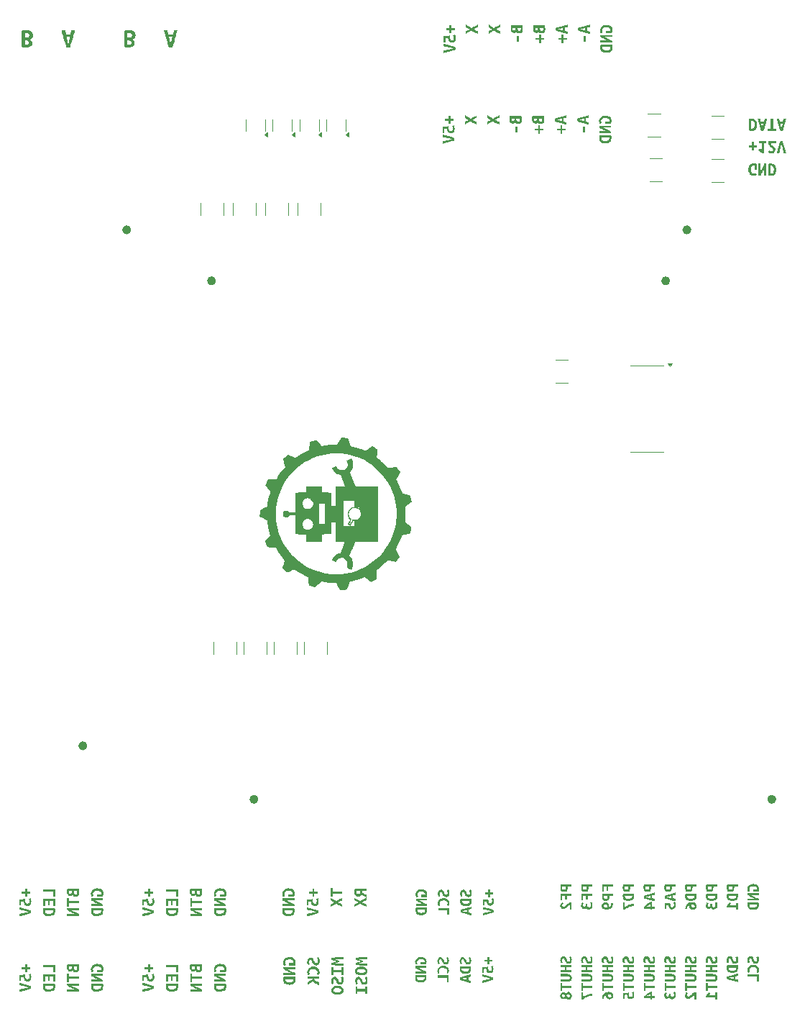
<source format=gbr>
%TF.GenerationSoftware,KiCad,Pcbnew,8.0.2-rc1*%
%TF.CreationDate,2024-12-09T19:43:04+01:00*%
%TF.ProjectId,Carte-Principale,43617274-652d-4507-9269-6e636970616c,rev?*%
%TF.SameCoordinates,Original*%
%TF.FileFunction,Legend,Bot*%
%TF.FilePolarity,Positive*%
%FSLAX46Y46*%
G04 Gerber Fmt 4.6, Leading zero omitted, Abs format (unit mm)*
G04 Created by KiCad (PCBNEW 8.0.2-rc1) date 2024-12-09 19:43:04*
%MOMM*%
%LPD*%
G01*
G04 APERTURE LIST*
%ADD10C,0.550000*%
%ADD11C,0.120000*%
%ADD12C,0.000000*%
G04 APERTURE END LIST*
D10*
X117115000Y-116205000D02*
G75*
G02*
X116565000Y-116205000I-275000J0D01*
G01*
X116565000Y-116205000D02*
G75*
G02*
X117115000Y-116205000I275000J0D01*
G01*
X132275000Y-61500000D02*
G75*
G02*
X131725000Y-61500000I-275000J0D01*
G01*
X131725000Y-61500000D02*
G75*
G02*
X132275000Y-61500000I275000J0D01*
G01*
X198275000Y-122500000D02*
G75*
G02*
X197725000Y-122500000I-275000J0D01*
G01*
X197725000Y-122500000D02*
G75*
G02*
X198275000Y-122500000I275000J0D01*
G01*
X137275000Y-122500000D02*
G75*
G02*
X136725000Y-122500000I-275000J0D01*
G01*
X136725000Y-122500000D02*
G75*
G02*
X137275000Y-122500000I275000J0D01*
G01*
X122275000Y-55500000D02*
G75*
G02*
X121725000Y-55500000I-275000J0D01*
G01*
X121725000Y-55500000D02*
G75*
G02*
X122275000Y-55500000I275000J0D01*
G01*
X185775000Y-61500000D02*
G75*
G02*
X185225000Y-61500000I-275000J0D01*
G01*
X185225000Y-61500000D02*
G75*
G02*
X185775000Y-61500000I275000J0D01*
G01*
X188275000Y-55500000D02*
G75*
G02*
X187725000Y-55500000I-275000J0D01*
G01*
X187725000Y-55500000D02*
G75*
G02*
X188275000Y-55500000I275000J0D01*
G01*
D11*
%TO.C,U6*%
X145510000Y-42480000D02*
X145510000Y-43880000D01*
X147830000Y-42480000D02*
X147830000Y-43890000D01*
X148110000Y-44500000D02*
X147780000Y-44260000D01*
X148110000Y-44020000D01*
X148110000Y-44500000D01*
G36*
X148110000Y-44500000D02*
G01*
X147780000Y-44260000D01*
X148110000Y-44020000D01*
X148110000Y-44500000D01*
G37*
%TO.C,U4*%
X136000000Y-42480000D02*
X136000000Y-43880000D01*
X138320000Y-42480000D02*
X138320000Y-43890000D01*
X138600000Y-44500000D02*
X138270000Y-44260000D01*
X138600000Y-44020000D01*
X138600000Y-44500000D01*
G36*
X138600000Y-44500000D02*
G01*
X138270000Y-44260000D01*
X138600000Y-44020000D01*
X138600000Y-44500000D01*
G37*
%TO.C,R31*%
X135805000Y-103950263D02*
X135805000Y-105397737D01*
X138515000Y-103950263D02*
X138515000Y-105397737D01*
%TO.C,R32*%
X132249000Y-103950263D02*
X132249000Y-105397737D01*
X134959000Y-103950263D02*
X134959000Y-105397737D01*
D12*
%TO.C,G1*%
G36*
X148505669Y-82405411D02*
G01*
X148528788Y-82441471D01*
X148556502Y-82494323D01*
X148586140Y-82558159D01*
X148615029Y-82627172D01*
X148640496Y-82695552D01*
X148659871Y-82757494D01*
X148660607Y-82760234D01*
X148678278Y-82850482D01*
X148689421Y-82957908D01*
X148693938Y-83073448D01*
X148691728Y-83188035D01*
X148682691Y-83292605D01*
X148666726Y-83378093D01*
X148640800Y-83465765D01*
X148576600Y-83627032D01*
X148492523Y-83775603D01*
X148384155Y-83919938D01*
X148296442Y-84024228D01*
X148431394Y-84355118D01*
X148454743Y-84412369D01*
X148499033Y-84520979D01*
X148550240Y-84646556D01*
X148605893Y-84783041D01*
X148663519Y-84924374D01*
X148720650Y-85064495D01*
X148774813Y-85197345D01*
X148983280Y-85708681D01*
X149290612Y-85708681D01*
X150285653Y-85708681D01*
X151588027Y-85708681D01*
X151588027Y-88943518D01*
X151588027Y-92178356D01*
X150267183Y-92178356D01*
X148946339Y-92178356D01*
X148913219Y-92254512D01*
X148907156Y-92268783D01*
X148889258Y-92311762D01*
X148862239Y-92377177D01*
X148827217Y-92462300D01*
X148785312Y-92564404D01*
X148737642Y-92680761D01*
X148685327Y-92808645D01*
X148629485Y-92945327D01*
X148571235Y-93088080D01*
X148262371Y-93845492D01*
X148334280Y-93929428D01*
X148343521Y-93940300D01*
X148461165Y-94097749D01*
X148550835Y-94258880D01*
X148613485Y-94426199D01*
X148650069Y-94602215D01*
X148661542Y-94789435D01*
X148661325Y-94811926D01*
X148651690Y-94963213D01*
X148626473Y-95101786D01*
X148583686Y-95239121D01*
X148568359Y-95277772D01*
X148542194Y-95336429D01*
X148514302Y-95392630D01*
X148487912Y-95440297D01*
X148466256Y-95473353D01*
X148452566Y-95485723D01*
X148449853Y-95485008D01*
X148425927Y-95474843D01*
X148381429Y-95454132D01*
X148320350Y-95424783D01*
X148246678Y-95388706D01*
X148164402Y-95347811D01*
X147888869Y-95209899D01*
X147931352Y-95133847D01*
X147956684Y-95083693D01*
X148000651Y-94955854D01*
X148020605Y-94822262D01*
X148016508Y-94688370D01*
X147988324Y-94559633D01*
X147936015Y-94441503D01*
X147918925Y-94413444D01*
X147831242Y-94301856D01*
X147726160Y-94212637D01*
X147606102Y-94147184D01*
X147473493Y-94106889D01*
X147330753Y-94093147D01*
X147247351Y-94097416D01*
X147109004Y-94125479D01*
X146983829Y-94178890D01*
X146873449Y-94256647D01*
X146779484Y-94357745D01*
X146703558Y-94481183D01*
X146695915Y-94496533D01*
X146672359Y-94542324D01*
X146654723Y-94574317D01*
X146646359Y-94586351D01*
X146644515Y-94585906D01*
X146623133Y-94576643D01*
X146582809Y-94557311D01*
X146528533Y-94530464D01*
X146465298Y-94498655D01*
X146398095Y-94464435D01*
X146331917Y-94430357D01*
X146271756Y-94398974D01*
X146222603Y-94372837D01*
X146189451Y-94354500D01*
X146177290Y-94346514D01*
X146177703Y-94344720D01*
X146186510Y-94323535D01*
X146204437Y-94284903D01*
X146228372Y-94235585D01*
X146254253Y-94185904D01*
X146356576Y-94027137D01*
X146478993Y-93885522D01*
X146618658Y-93763309D01*
X146772725Y-93662752D01*
X146938349Y-93586104D01*
X147112685Y-93535615D01*
X147199478Y-93517715D01*
X147434852Y-92866168D01*
X147435200Y-92865205D01*
X147482433Y-92734115D01*
X147526517Y-92611118D01*
X147566485Y-92498953D01*
X147601373Y-92400360D01*
X147630216Y-92318077D01*
X147652047Y-92254845D01*
X147665903Y-92213402D01*
X147670817Y-92196488D01*
X147667095Y-92192408D01*
X147650540Y-92188205D01*
X147618635Y-92184866D01*
X147569105Y-92182311D01*
X147499672Y-92180462D01*
X147408060Y-92179239D01*
X147291993Y-92178563D01*
X147149192Y-92178356D01*
X146626976Y-92178356D01*
X146626976Y-91039300D01*
X146626976Y-89900245D01*
X146369495Y-89904206D01*
X146112014Y-89908167D01*
X146104761Y-90611708D01*
X146097508Y-91315249D01*
X145557378Y-91319052D01*
X145017248Y-91322854D01*
X145013403Y-91746979D01*
X145009558Y-92171103D01*
X144095680Y-92171103D01*
X143181802Y-92171103D01*
X143174549Y-91750429D01*
X143167296Y-91329755D01*
X142529032Y-91322502D01*
X141890769Y-91315249D01*
X141887051Y-90209167D01*
X141886688Y-90101194D01*
X142717146Y-90101194D01*
X142723049Y-90229108D01*
X142734506Y-90285970D01*
X142778123Y-90407309D01*
X142843131Y-90514011D01*
X142926236Y-90604330D01*
X143024149Y-90676525D01*
X143133576Y-90728850D01*
X143251228Y-90759562D01*
X143373810Y-90766918D01*
X143498033Y-90749173D01*
X143620605Y-90704585D01*
X143640125Y-90694626D01*
X143745683Y-90622581D01*
X143835760Y-90529622D01*
X143906024Y-90421009D01*
X143952144Y-90302002D01*
X143963709Y-90239520D01*
X143969924Y-90150968D01*
X143967632Y-90061070D01*
X143956630Y-89984264D01*
X143941353Y-89934173D01*
X143894776Y-89837206D01*
X143830136Y-89743759D01*
X143753605Y-89662136D01*
X143671359Y-89600637D01*
X143577131Y-89555114D01*
X143447688Y-89519752D01*
X143314252Y-89511762D01*
X143181223Y-89531766D01*
X143154778Y-89539312D01*
X143037684Y-89589975D01*
X142935009Y-89662766D01*
X142849186Y-89753986D01*
X142782646Y-89859931D01*
X142737822Y-89976901D01*
X142717146Y-90101194D01*
X141886688Y-90101194D01*
X141883334Y-89103084D01*
X141524401Y-89103091D01*
X141165469Y-89103099D01*
X141102836Y-89175828D01*
X141087881Y-89192568D01*
X141012306Y-89258191D01*
X140928606Y-89298660D01*
X140830620Y-89317175D01*
X140725193Y-89313217D01*
X140625708Y-89282693D01*
X140537779Y-89225863D01*
X140533740Y-89222357D01*
X140467267Y-89145932D01*
X140423842Y-89057426D01*
X140403371Y-88961908D01*
X140405760Y-88864448D01*
X140430915Y-88770113D01*
X140478744Y-88683974D01*
X140549151Y-88611099D01*
X140554424Y-88606995D01*
X140646291Y-88553376D01*
X140743979Y-88526407D01*
X140843345Y-88525614D01*
X140940249Y-88550520D01*
X141030549Y-88600649D01*
X141110103Y-88675527D01*
X141164359Y-88740434D01*
X141523851Y-88740434D01*
X141883343Y-88740434D01*
X141886605Y-87717874D01*
X142716554Y-87717874D01*
X142734050Y-87847974D01*
X142780525Y-87977445D01*
X142829735Y-88064017D01*
X142909711Y-88159918D01*
X143003549Y-88234657D01*
X143107889Y-88288281D01*
X143219370Y-88320832D01*
X143314252Y-88330318D01*
X143334631Y-88332355D01*
X143450313Y-88322895D01*
X143563054Y-88292496D01*
X143669494Y-88241203D01*
X143766273Y-88169061D01*
X143850029Y-88076112D01*
X143917402Y-87962403D01*
X143939085Y-87912072D01*
X143954245Y-87862295D01*
X143962823Y-87806945D01*
X143967382Y-87734321D01*
X143966228Y-87710509D01*
X144697679Y-87710509D01*
X144697679Y-88921759D01*
X144697679Y-90133010D01*
X145031317Y-90133010D01*
X145364955Y-90133010D01*
X145364955Y-88921759D01*
X145364955Y-87710509D01*
X145031317Y-87710509D01*
X144697679Y-87710509D01*
X143966228Y-87710509D01*
X143960668Y-87595769D01*
X143928446Y-87469481D01*
X143870623Y-87356834D01*
X143787162Y-87257759D01*
X143678028Y-87172189D01*
X143630185Y-87144404D01*
X143513893Y-87099117D01*
X143392546Y-87079117D01*
X143270159Y-87083264D01*
X143150747Y-87110419D01*
X143038325Y-87159441D01*
X142936908Y-87229190D01*
X142850512Y-87318525D01*
X142783152Y-87426307D01*
X142768488Y-87458495D01*
X142728035Y-87587822D01*
X142716554Y-87717874D01*
X141886605Y-87717874D01*
X141887056Y-87576328D01*
X141890769Y-86412222D01*
X142529032Y-86404969D01*
X143167296Y-86397716D01*
X143174549Y-86035066D01*
X143181802Y-85672416D01*
X143392546Y-85672416D01*
X144095680Y-85672416D01*
X145009558Y-85672416D01*
X145013433Y-86038516D01*
X145017308Y-86404616D01*
X145031317Y-86404715D01*
X145557408Y-86408419D01*
X146097508Y-86412222D01*
X146104761Y-87173787D01*
X146112014Y-87935352D01*
X146369405Y-87939312D01*
X146626796Y-87943273D01*
X146628783Y-87347859D01*
X147526348Y-87347859D01*
X147526348Y-88863735D01*
X147526348Y-90379612D01*
X148164612Y-90379612D01*
X148802876Y-90379612D01*
X148802876Y-90068390D01*
X148802876Y-89757169D01*
X148751021Y-89747441D01*
X148744235Y-89746293D01*
X148708090Y-89744457D01*
X148686925Y-89750410D01*
X148685729Y-89751928D01*
X148672642Y-89773191D01*
X148648612Y-89815088D01*
X148615900Y-89873582D01*
X148576770Y-89944636D01*
X148533484Y-90024215D01*
X148524098Y-90041545D01*
X148481166Y-90120140D01*
X148442594Y-90189692D01*
X148410715Y-90246067D01*
X148387861Y-90285132D01*
X148376364Y-90302751D01*
X148371878Y-90305793D01*
X148353621Y-90305576D01*
X148321391Y-90294196D01*
X148271655Y-90270233D01*
X148200877Y-90232268D01*
X148194335Y-90228662D01*
X148134253Y-90195409D01*
X148084627Y-90167701D01*
X148050451Y-90148343D01*
X148036718Y-90140135D01*
X148040346Y-90129994D01*
X148055852Y-90098112D01*
X148081448Y-90048590D01*
X148114980Y-89985583D01*
X148154294Y-89913245D01*
X148184648Y-89857790D01*
X148225742Y-89782302D01*
X148262115Y-89715028D01*
X148290673Y-89661698D01*
X148308319Y-89628044D01*
X148340174Y-89565511D01*
X148257372Y-89476074D01*
X148186156Y-89385941D01*
X148117400Y-89263645D01*
X148068573Y-89131667D01*
X148042056Y-88996707D01*
X148041659Y-88968144D01*
X148173961Y-88968144D01*
X148195836Y-89098563D01*
X148244542Y-89228312D01*
X148269862Y-89274695D01*
X148330252Y-89361866D01*
X148400669Y-89441406D01*
X148472594Y-89503054D01*
X148512215Y-89531011D01*
X148417046Y-89705083D01*
X148375610Y-89780909D01*
X148333088Y-89858783D01*
X148294499Y-89929512D01*
X148264837Y-89983944D01*
X148207797Y-90088733D01*
X148262881Y-90116835D01*
X148317966Y-90144937D01*
X148469758Y-89863442D01*
X148485388Y-89834556D01*
X148537626Y-89739944D01*
X148578479Y-89669620D01*
X148608880Y-89622102D01*
X148629759Y-89595912D01*
X148642046Y-89589569D01*
X148665549Y-89595648D01*
X148708583Y-89604517D01*
X148761518Y-89614163D01*
X148884341Y-89623117D01*
X149015016Y-89607167D01*
X149140194Y-89566982D01*
X149256236Y-89504973D01*
X149359506Y-89423553D01*
X149446366Y-89325136D01*
X149513180Y-89212133D01*
X149556310Y-89086957D01*
X149563442Y-89041151D01*
X149568470Y-88978700D01*
X149570042Y-88914506D01*
X149569956Y-88907468D01*
X149557442Y-88775035D01*
X149522819Y-88656787D01*
X149463825Y-88547133D01*
X149378197Y-88440482D01*
X149293496Y-88349567D01*
X149338306Y-88271247D01*
X149358717Y-88233805D01*
X149376337Y-88197213D01*
X149383116Y-88176934D01*
X149383096Y-88176530D01*
X149370979Y-88161231D01*
X149344098Y-88141318D01*
X149313595Y-88124046D01*
X149290612Y-88116677D01*
X149280975Y-88127714D01*
X149261553Y-88157736D01*
X149236751Y-88200086D01*
X149213229Y-88241808D01*
X149195309Y-88273467D01*
X149187677Y-88286778D01*
X149179684Y-88285460D01*
X149151153Y-88276327D01*
X149109437Y-88261137D01*
X149063026Y-88246936D01*
X148995382Y-88232408D01*
X148928977Y-88223415D01*
X148873523Y-88220845D01*
X148738728Y-88232763D01*
X148613802Y-88268917D01*
X148500629Y-88326539D01*
X148401094Y-88402863D01*
X148317083Y-88495120D01*
X148250479Y-88600544D01*
X148203168Y-88716367D01*
X148177034Y-88839823D01*
X148173961Y-88968144D01*
X148041659Y-88968144D01*
X148040234Y-88865467D01*
X148053148Y-88780276D01*
X148082381Y-88669790D01*
X148122610Y-88563832D01*
X148169801Y-88474571D01*
X148196000Y-88437476D01*
X148262886Y-88360647D01*
X148342224Y-88286222D01*
X148425355Y-88221954D01*
X148503620Y-88175599D01*
X148554233Y-88154005D01*
X148629850Y-88127307D01*
X148699985Y-88107752D01*
X148802876Y-88084517D01*
X148802876Y-87716188D01*
X148802876Y-87347859D01*
X148164612Y-87347859D01*
X147526348Y-87347859D01*
X146628783Y-87347859D01*
X146630513Y-86829604D01*
X146634229Y-85715934D01*
X147174578Y-85712131D01*
X147186040Y-85712048D01*
X147307264Y-85710885D01*
X147418569Y-85709311D01*
X147516772Y-85707408D01*
X147598692Y-85705259D01*
X147661145Y-85702946D01*
X147700951Y-85700551D01*
X147714926Y-85698156D01*
X147714853Y-85697701D01*
X147708938Y-85679287D01*
X147694219Y-85636576D01*
X147671639Y-85572229D01*
X147642145Y-85488908D01*
X147606680Y-85389274D01*
X147566189Y-85275988D01*
X147521616Y-85151713D01*
X147473907Y-85019108D01*
X147232888Y-84350232D01*
X147143896Y-84331899D01*
X147141330Y-84331366D01*
X146987379Y-84286714D01*
X146832537Y-84218479D01*
X146684578Y-84130658D01*
X146551273Y-84027248D01*
X146504349Y-83980773D01*
X146449184Y-83916997D01*
X146393334Y-83844652D01*
X146340140Y-83768765D01*
X146292948Y-83694364D01*
X146255099Y-83626475D01*
X146229938Y-83570127D01*
X146220808Y-83530346D01*
X146222046Y-83528012D01*
X146241196Y-83513347D01*
X146279671Y-83489701D01*
X146332515Y-83459653D01*
X146394774Y-83425784D01*
X146461491Y-83390673D01*
X146527711Y-83356903D01*
X146588478Y-83327052D01*
X146638836Y-83303701D01*
X146673829Y-83289432D01*
X146688502Y-83286823D01*
X146688715Y-83287151D01*
X146697379Y-83304330D01*
X146714363Y-83340115D01*
X146736212Y-83387239D01*
X146754070Y-83421838D01*
X146808999Y-83502946D01*
X146877736Y-83581128D01*
X146952596Y-83648194D01*
X147025891Y-83695952D01*
X147056961Y-83710904D01*
X147195196Y-83759646D01*
X147333293Y-83780395D01*
X147468896Y-83773460D01*
X147599648Y-83739149D01*
X147723191Y-83677771D01*
X147837169Y-83589636D01*
X147915080Y-83504106D01*
X147988116Y-83387625D01*
X148036109Y-83261193D01*
X148058154Y-83128416D01*
X148053346Y-82992902D01*
X148020779Y-82858256D01*
X148006391Y-82821115D01*
X147979900Y-82763438D01*
X147954315Y-82717904D01*
X147917773Y-82662686D01*
X148164612Y-82539137D01*
X148195179Y-82523837D01*
X148224562Y-82509225D01*
X148305160Y-82470154D01*
X148376270Y-82437130D01*
X148433813Y-82411958D01*
X148473712Y-82396445D01*
X148491890Y-82392396D01*
X148505669Y-82405411D01*
G37*
G36*
X147373129Y-79935933D02*
G01*
X147432303Y-79939835D01*
X147509081Y-79946147D01*
X147599550Y-79954572D01*
X147699799Y-79964810D01*
X147700676Y-79964904D01*
X147822559Y-79978312D01*
X147917769Y-79989834D01*
X147988546Y-79999820D01*
X148037127Y-80008624D01*
X148065752Y-80016597D01*
X148076660Y-80024092D01*
X148078979Y-80030724D01*
X148089649Y-80062389D01*
X148107624Y-80116285D01*
X148131755Y-80188949D01*
X148160893Y-80276920D01*
X148193889Y-80376737D01*
X148229594Y-80484940D01*
X148374949Y-80925790D01*
X148650563Y-80994883D01*
X148725024Y-81013828D01*
X149033035Y-81098904D01*
X149323882Y-81191074D01*
X149607049Y-81293506D01*
X149892021Y-81409366D01*
X149911328Y-81417602D01*
X149976423Y-81445011D01*
X150030364Y-81467183D01*
X150067995Y-81482024D01*
X150084159Y-81487436D01*
X150092978Y-81483025D01*
X150124015Y-81464970D01*
X150174490Y-81434621D01*
X150241501Y-81393754D01*
X150322143Y-81344139D01*
X150413514Y-81287551D01*
X150512710Y-81225762D01*
X150931644Y-80964088D01*
X151248956Y-81147734D01*
X151321142Y-81189568D01*
X151401073Y-81236033D01*
X151469626Y-81276042D01*
X151523363Y-81307583D01*
X151558849Y-81328643D01*
X151572645Y-81337211D01*
X151573017Y-81345096D01*
X151571168Y-81378572D01*
X151566787Y-81435122D01*
X151560173Y-81511345D01*
X151551624Y-81603845D01*
X151541439Y-81709220D01*
X151529916Y-81824073D01*
X151480810Y-82305103D01*
X151530792Y-82344549D01*
X151547751Y-82357939D01*
X151705996Y-82483730D01*
X151844822Y-82595966D01*
X151967877Y-82697877D01*
X152078809Y-82792697D01*
X152181266Y-82883657D01*
X152278896Y-82973989D01*
X152375346Y-83066926D01*
X152474264Y-83165700D01*
X152579299Y-83273542D01*
X152817932Y-83521223D01*
X153294556Y-83454426D01*
X153371852Y-83443624D01*
X153480962Y-83428490D01*
X153578824Y-83415049D01*
X153661944Y-83403774D01*
X153726825Y-83395137D01*
X153769972Y-83389614D01*
X153787888Y-83387675D01*
X153789155Y-83388081D01*
X153804972Y-83403424D01*
X153833874Y-83438142D01*
X153873079Y-83488377D01*
X153919807Y-83550271D01*
X153971275Y-83619964D01*
X154024704Y-83693599D01*
X154077312Y-83767316D01*
X154126319Y-83837256D01*
X154168942Y-83899562D01*
X154202401Y-83950374D01*
X154223916Y-83985834D01*
X154230704Y-84002082D01*
X154228057Y-84007801D01*
X154212872Y-84036114D01*
X154185855Y-84084711D01*
X154148782Y-84150450D01*
X154103428Y-84230189D01*
X154051569Y-84320787D01*
X153994981Y-84419102D01*
X153964266Y-84472478D01*
X153910295Y-84567060D01*
X153862238Y-84652289D01*
X153821834Y-84725023D01*
X153790822Y-84782119D01*
X153770940Y-84820434D01*
X153763927Y-84836825D01*
X153765323Y-84842814D01*
X153777686Y-84871311D01*
X153800080Y-84915029D01*
X153829143Y-84967244D01*
X153866782Y-85034338D01*
X153944649Y-85182916D01*
X154026633Y-85350734D01*
X154110202Y-85532071D01*
X154192823Y-85721208D01*
X154271963Y-85912428D01*
X154345090Y-86100010D01*
X154409673Y-86278235D01*
X154478842Y-86477887D01*
X154552938Y-86499336D01*
X154707415Y-86544076D01*
X154867527Y-86590515D01*
X155003151Y-86629945D01*
X155116132Y-86662914D01*
X155208316Y-86689968D01*
X155281550Y-86711656D01*
X155337679Y-86728523D01*
X155378550Y-86741118D01*
X155406009Y-86749988D01*
X155421901Y-86755680D01*
X155428074Y-86758741D01*
X155431618Y-86768724D01*
X155440841Y-86803845D01*
X155454442Y-86860376D01*
X155471502Y-86934382D01*
X155491100Y-87021929D01*
X155512317Y-87119081D01*
X155528731Y-87195125D01*
X155548140Y-87285011D01*
X155564816Y-87362197D01*
X155577913Y-87422770D01*
X155586584Y-87462814D01*
X155589984Y-87478413D01*
X155584031Y-87484233D01*
X155557455Y-87505408D01*
X155512045Y-87540037D01*
X155450503Y-87586101D01*
X155375532Y-87641582D01*
X155289832Y-87704460D01*
X155196105Y-87772718D01*
X154800540Y-88059770D01*
X154811494Y-88157127D01*
X154813276Y-88177775D01*
X154816382Y-88231782D01*
X154819674Y-88307867D01*
X154823004Y-88401765D01*
X154826227Y-88509211D01*
X154829197Y-88625940D01*
X154831766Y-88747687D01*
X154833979Y-88888653D01*
X154835000Y-89060358D01*
X154833530Y-89213885D01*
X154829368Y-89355442D01*
X154822315Y-89491236D01*
X154812169Y-89627473D01*
X154798731Y-89770360D01*
X154790579Y-89850143D01*
X155169372Y-90167174D01*
X155229568Y-90217837D01*
X155317011Y-90292530D01*
X155393881Y-90359547D01*
X155457803Y-90416748D01*
X155506400Y-90461993D01*
X155537295Y-90493145D01*
X155548113Y-90508065D01*
X155546081Y-90523619D01*
X155538785Y-90563683D01*
X155527151Y-90622553D01*
X155512194Y-90695507D01*
X155494933Y-90777822D01*
X155476383Y-90864775D01*
X155457561Y-90951644D01*
X155439485Y-91033706D01*
X155423170Y-91106238D01*
X155409634Y-91164518D01*
X155399893Y-91203822D01*
X155394964Y-91219429D01*
X155394876Y-91219499D01*
X155378564Y-91224204D01*
X155337455Y-91234079D01*
X155275006Y-91248369D01*
X155194676Y-91266315D01*
X155099923Y-91287163D01*
X154994206Y-91310155D01*
X154880983Y-91334535D01*
X154763712Y-91359547D01*
X154645852Y-91384434D01*
X154530860Y-91408439D01*
X154449193Y-91425377D01*
X154394964Y-91580650D01*
X154374843Y-91637206D01*
X154314364Y-91797600D01*
X154246013Y-91967239D01*
X154171915Y-92141525D01*
X154094196Y-92315861D01*
X154014985Y-92485650D01*
X153936406Y-92646293D01*
X153860588Y-92793194D01*
X153789656Y-92921755D01*
X153725738Y-93027379D01*
X153721351Y-93037446D01*
X153720722Y-93052536D01*
X153725664Y-93074904D01*
X153737427Y-93107653D01*
X153757261Y-93153887D01*
X153786417Y-93216709D01*
X153826146Y-93299224D01*
X153877697Y-93404534D01*
X153916817Y-93484282D01*
X153964360Y-93581636D01*
X154008464Y-93672399D01*
X154046776Y-93751718D01*
X154076946Y-93814734D01*
X154096620Y-93856594D01*
X154144612Y-93960932D01*
X153930033Y-94255509D01*
X153881990Y-94321451D01*
X153827674Y-94395971D01*
X153781047Y-94459906D01*
X153744457Y-94510041D01*
X153720249Y-94543157D01*
X153710771Y-94556037D01*
X153704845Y-94555833D01*
X153674319Y-94551008D01*
X153620871Y-94541190D01*
X153547880Y-94527037D01*
X153458724Y-94509210D01*
X153356782Y-94488368D01*
X153245431Y-94465171D01*
X153178080Y-94451056D01*
X153070863Y-94428755D01*
X152974546Y-94408931D01*
X152892624Y-94392291D01*
X152828596Y-94379544D01*
X152785956Y-94371397D01*
X152768201Y-94368558D01*
X152767421Y-94368750D01*
X152750697Y-94381245D01*
X152716711Y-94411396D01*
X152668234Y-94456583D01*
X152608038Y-94514192D01*
X152538894Y-94581603D01*
X152463575Y-94656201D01*
X152453608Y-94666132D01*
X152247405Y-94865295D01*
X152038293Y-95055788D01*
X151830881Y-95233652D01*
X151629779Y-95394928D01*
X151439597Y-95535657D01*
X151436292Y-95538251D01*
X151430284Y-95545909D01*
X151425784Y-95558816D01*
X151422758Y-95579941D01*
X151421172Y-95612248D01*
X151420990Y-95658707D01*
X151422177Y-95722283D01*
X151424700Y-95805945D01*
X151428522Y-95912658D01*
X151433609Y-96045390D01*
X151437194Y-96140800D01*
X151441457Y-96269522D01*
X151443986Y-96372021D01*
X151444791Y-96449977D01*
X151443884Y-96505067D01*
X151441277Y-96538970D01*
X151436979Y-96553364D01*
X151422210Y-96564903D01*
X151384994Y-96589116D01*
X151331169Y-96621709D01*
X151264901Y-96660379D01*
X151190357Y-96702826D01*
X151111702Y-96746749D01*
X151033104Y-96789848D01*
X150958728Y-96829822D01*
X150892741Y-96864369D01*
X150839308Y-96891190D01*
X150802596Y-96907982D01*
X150786771Y-96912446D01*
X150784484Y-96910926D01*
X150762499Y-96895425D01*
X150721025Y-96865722D01*
X150663142Y-96824038D01*
X150591929Y-96772594D01*
X150510468Y-96713611D01*
X150421839Y-96649310D01*
X150397971Y-96631982D01*
X150309881Y-96568121D01*
X150229060Y-96509666D01*
X150158745Y-96458950D01*
X150102175Y-96418305D01*
X150062587Y-96390065D01*
X150043220Y-96376561D01*
X150030121Y-96369929D01*
X150012611Y-96367728D01*
X149987274Y-96372063D01*
X149949411Y-96384187D01*
X149894327Y-96405352D01*
X149817325Y-96436810D01*
X149420076Y-96589185D01*
X148978686Y-96731944D01*
X148535327Y-96848154D01*
X148304043Y-96901631D01*
X148120987Y-97353867D01*
X148089282Y-97431963D01*
X148047564Y-97533984D01*
X148009954Y-97625115D01*
X147977794Y-97702150D01*
X147952425Y-97761881D01*
X147935187Y-97801104D01*
X147927423Y-97816611D01*
X147915897Y-97819903D01*
X147878696Y-97826108D01*
X147819864Y-97834195D01*
X147743405Y-97843649D01*
X147653321Y-97853957D01*
X147553617Y-97864605D01*
X147190319Y-97902092D01*
X147165033Y-97865267D01*
X147161688Y-97860122D01*
X147143475Y-97830226D01*
X147113577Y-97779864D01*
X147074009Y-97712479D01*
X147026788Y-97631511D01*
X146973929Y-97540401D01*
X146917448Y-97442591D01*
X146695148Y-97056740D01*
X146374569Y-97047895D01*
X146125586Y-97036382D01*
X145766648Y-97004911D01*
X145405870Y-96956761D01*
X145054951Y-96893303D01*
X144911767Y-96863729D01*
X144553544Y-97211039D01*
X144195322Y-97558350D01*
X143841294Y-97442377D01*
X143756427Y-97414520D01*
X143668973Y-97385683D01*
X143594371Y-97360943D01*
X143536304Y-97341527D01*
X143498455Y-97328660D01*
X143484503Y-97323568D01*
X143484116Y-97321843D01*
X143481079Y-97298715D01*
X143475568Y-97251464D01*
X143467980Y-97183669D01*
X143458713Y-97098909D01*
X143448163Y-97000761D01*
X143436727Y-96892804D01*
X143433887Y-96865850D01*
X143422221Y-96756116D01*
X143411251Y-96654420D01*
X143401437Y-96564925D01*
X143393240Y-96491796D01*
X143387120Y-96439196D01*
X143383535Y-96411290D01*
X143381831Y-96400757D01*
X143377295Y-96383841D01*
X143368035Y-96368764D01*
X143350489Y-96353102D01*
X143321099Y-96334431D01*
X143276305Y-96310327D01*
X143212547Y-96278367D01*
X143126266Y-96236127D01*
X142747893Y-96039619D01*
X142366947Y-95815746D01*
X142008515Y-95577078D01*
X141836142Y-95454835D01*
X141373700Y-95624075D01*
X141290778Y-95654200D01*
X141186667Y-95691356D01*
X141093324Y-95723918D01*
X141014033Y-95750777D01*
X140952076Y-95770826D01*
X140910738Y-95782959D01*
X140893303Y-95786068D01*
X140881379Y-95777536D01*
X140850773Y-95752189D01*
X140805727Y-95713399D01*
X140749865Y-95664423D01*
X140686813Y-95608518D01*
X140620196Y-95548942D01*
X140553640Y-95488951D01*
X140490771Y-95431803D01*
X140435213Y-95380755D01*
X140390592Y-95339062D01*
X140360534Y-95309984D01*
X140348664Y-95296776D01*
X140349927Y-95288640D01*
X140358679Y-95255676D01*
X140374746Y-95200693D01*
X140397115Y-95127006D01*
X140424776Y-95037932D01*
X140456717Y-94936785D01*
X140491929Y-94826881D01*
X140639662Y-94368923D01*
X140568928Y-94287312D01*
X140362202Y-94040201D01*
X140111240Y-93714295D01*
X139882284Y-93385975D01*
X139678493Y-93059595D01*
X139675152Y-93053913D01*
X139640017Y-92995327D01*
X139610130Y-92947514D01*
X139588562Y-92915268D01*
X139578385Y-92903380D01*
X139578302Y-92903378D01*
X139531033Y-92901152D01*
X139464138Y-92897020D01*
X139381662Y-92891318D01*
X139287653Y-92884380D01*
X139186158Y-92876540D01*
X139081223Y-92868135D01*
X138976895Y-92859499D01*
X138877221Y-92850967D01*
X138786248Y-92842874D01*
X138708023Y-92835555D01*
X138646592Y-92829345D01*
X138606002Y-92824579D01*
X138590301Y-92821592D01*
X138584340Y-92811207D01*
X138567606Y-92777047D01*
X138542284Y-92722956D01*
X138510098Y-92652677D01*
X138472776Y-92569951D01*
X138432042Y-92478521D01*
X138285533Y-92147675D01*
X138610641Y-91787066D01*
X138935749Y-91426458D01*
X138865055Y-91184916D01*
X138772077Y-90837086D01*
X138676932Y-90388739D01*
X138605183Y-89924697D01*
X138598723Y-89874990D01*
X138588707Y-89801883D01*
X138579885Y-89742146D01*
X138573030Y-89700923D01*
X138568914Y-89683355D01*
X138560556Y-89677575D01*
X138529146Y-89659296D01*
X138477332Y-89630431D01*
X138408131Y-89592623D01*
X138324561Y-89547519D01*
X138229639Y-89496765D01*
X138126382Y-89442005D01*
X137690816Y-89211925D01*
X137694675Y-88836253D01*
X137694706Y-88833206D01*
X139586057Y-88833206D01*
X139586243Y-89004281D01*
X139588882Y-89171719D01*
X139593970Y-89329203D01*
X139601507Y-89470415D01*
X139611493Y-89589035D01*
X139622351Y-89686119D01*
X139681436Y-90101736D01*
X139759599Y-90499516D01*
X139858035Y-90883712D01*
X139977934Y-91258574D01*
X140120489Y-91628353D01*
X140286893Y-91997302D01*
X140398101Y-92218416D01*
X140608277Y-92592434D01*
X140837846Y-92947849D01*
X141089058Y-93287823D01*
X141364164Y-93615517D01*
X141665413Y-93934093D01*
X141938644Y-94193880D01*
X142285446Y-94488063D01*
X142646900Y-94757320D01*
X143022543Y-95001431D01*
X143411912Y-95220179D01*
X143814544Y-95413344D01*
X144229978Y-95580708D01*
X144657750Y-95722052D01*
X145097398Y-95837158D01*
X145548459Y-95925806D01*
X146010472Y-95987780D01*
X146177597Y-96001886D01*
X146409864Y-96012898D01*
X146656782Y-96016234D01*
X146910921Y-96012039D01*
X147164856Y-96000460D01*
X147411157Y-95981642D01*
X147642396Y-95955731D01*
X147845540Y-95925693D01*
X148284016Y-95839872D01*
X148713911Y-95727027D01*
X149134120Y-95587941D01*
X149543537Y-95423394D01*
X149941056Y-95234169D01*
X150325569Y-95021048D01*
X150695971Y-94784811D01*
X151051156Y-94526242D01*
X151390018Y-94246121D01*
X151711450Y-93945231D01*
X152014346Y-93624353D01*
X152297600Y-93284269D01*
X152560105Y-92925760D01*
X152800756Y-92549609D01*
X153018446Y-92156597D01*
X153033869Y-92126374D01*
X153223469Y-91723683D01*
X153385480Y-91316426D01*
X153520570Y-90902330D01*
X153629409Y-90479124D01*
X153712663Y-90044534D01*
X153771001Y-89596288D01*
X153776183Y-89536326D01*
X153782347Y-89441783D01*
X153787968Y-89331216D01*
X153792890Y-89210248D01*
X153796959Y-89084500D01*
X153800019Y-88959596D01*
X153801914Y-88841158D01*
X153802489Y-88734809D01*
X153801589Y-88646172D01*
X153799059Y-88580868D01*
X153780405Y-88333151D01*
X153755435Y-88082213D01*
X153724808Y-87847064D01*
X153687514Y-87620905D01*
X153642539Y-87396936D01*
X153588872Y-87168360D01*
X153530982Y-86951597D01*
X153394111Y-86522298D01*
X153230778Y-86104482D01*
X153041408Y-85698895D01*
X152826428Y-85306287D01*
X152586263Y-84927405D01*
X152321338Y-84562997D01*
X152032079Y-84213811D01*
X151718911Y-83880596D01*
X151445149Y-83620301D01*
X151098218Y-83325988D01*
X150736717Y-83056657D01*
X150361094Y-82812519D01*
X149971798Y-82593786D01*
X149569279Y-82400671D01*
X149153984Y-82233386D01*
X148726364Y-82092144D01*
X148286866Y-81977155D01*
X147835940Y-81888634D01*
X147374035Y-81826791D01*
X147338265Y-81823377D01*
X147221029Y-81815023D01*
X147084032Y-81808540D01*
X146933361Y-81803965D01*
X146775101Y-81801336D01*
X146615339Y-81800692D01*
X146460161Y-81802071D01*
X146315655Y-81805510D01*
X146187906Y-81811047D01*
X146083002Y-81818721D01*
X145679720Y-81867330D01*
X145249235Y-81943021D01*
X144831064Y-82042474D01*
X144422065Y-82166348D01*
X144219631Y-82237900D01*
X143806519Y-82406307D01*
X143405793Y-82600086D01*
X143018628Y-82818215D01*
X142646203Y-83059675D01*
X142289694Y-83323443D01*
X141950278Y-83608498D01*
X141629133Y-83913819D01*
X141327436Y-84238386D01*
X141046363Y-84581177D01*
X140787092Y-84941170D01*
X140550801Y-85317345D01*
X140338665Y-85708681D01*
X140333792Y-85718425D01*
X140149815Y-86115460D01*
X139992301Y-86517206D01*
X139860468Y-86926371D01*
X139753532Y-87345664D01*
X139670712Y-87777795D01*
X139611223Y-88225472D01*
X139609850Y-88238904D01*
X139600218Y-88361344D01*
X139593043Y-88505420D01*
X139588323Y-88664813D01*
X139586057Y-88833206D01*
X137694706Y-88833206D01*
X137698535Y-88460580D01*
X138140175Y-88263028D01*
X138581815Y-88065475D01*
X138614684Y-87819088D01*
X138623096Y-87757939D01*
X138694086Y-87337939D01*
X138787825Y-86915608D01*
X138902068Y-86501246D01*
X138903379Y-86496935D01*
X138923504Y-86430660D01*
X138940386Y-86374904D01*
X138952289Y-86335413D01*
X138957477Y-86317930D01*
X138953327Y-86309953D01*
X138933561Y-86281276D01*
X138899385Y-86234543D01*
X138852848Y-86172480D01*
X138795999Y-86097812D01*
X138730886Y-86013266D01*
X138659558Y-85921568D01*
X138607253Y-85854385D01*
X138539926Y-85767090D01*
X138480178Y-85688679D01*
X138430088Y-85621931D01*
X138391735Y-85569622D01*
X138367199Y-85534531D01*
X138358558Y-85519435D01*
X138362121Y-85507714D01*
X138376053Y-85472085D01*
X138399026Y-85416757D01*
X138429440Y-85345508D01*
X138465698Y-85262122D01*
X138506198Y-85170377D01*
X138653838Y-84838321D01*
X139140990Y-84838321D01*
X139628141Y-84838321D01*
X139699370Y-84718647D01*
X139741828Y-84648445D01*
X139889605Y-84418133D01*
X140053069Y-84181864D01*
X140226177Y-83947892D01*
X140402884Y-83724471D01*
X140577148Y-83519856D01*
X140685312Y-83398136D01*
X140564363Y-82912938D01*
X140443415Y-82427740D01*
X140478057Y-82394401D01*
X140484484Y-82388347D01*
X140513342Y-82361832D01*
X140558605Y-82320694D01*
X140616618Y-82268240D01*
X140683727Y-82207777D01*
X140756277Y-82142613D01*
X140999855Y-81924164D01*
X141060903Y-81950719D01*
X141063036Y-81951648D01*
X141094964Y-81965645D01*
X141148890Y-81989370D01*
X141220756Y-82021034D01*
X141306506Y-82058848D01*
X141402082Y-82101025D01*
X141503427Y-82145776D01*
X141525481Y-82155512D01*
X141621764Y-82197895D01*
X141708483Y-82235870D01*
X141782245Y-82267967D01*
X141839661Y-82292715D01*
X141877337Y-82308642D01*
X141891885Y-82314278D01*
X141893993Y-82313394D01*
X141914477Y-82300621D01*
X141952652Y-82275018D01*
X142004051Y-82239615D01*
X142064208Y-82197439D01*
X142143445Y-82142779D01*
X142312420Y-82033027D01*
X142499122Y-81919419D01*
X142697194Y-81805660D01*
X142900279Y-81695456D01*
X143102019Y-81592512D01*
X143188227Y-81550008D01*
X143271117Y-81509133D01*
X143341744Y-81474297D01*
X143396667Y-81447197D01*
X143432447Y-81429529D01*
X143445644Y-81422992D01*
X143447152Y-81416554D01*
X143453095Y-81385238D01*
X143462929Y-81330905D01*
X143476062Y-81256906D01*
X143491900Y-81166589D01*
X143509850Y-81063303D01*
X143529321Y-80950398D01*
X143542040Y-80876886D01*
X143561192Y-80768189D01*
X143578815Y-80670512D01*
X143594252Y-80587372D01*
X143606846Y-80522287D01*
X143615940Y-80478776D01*
X143620875Y-80460357D01*
X143626505Y-80455776D01*
X143656894Y-80441147D01*
X143710497Y-80419758D01*
X143784312Y-80392668D01*
X143875334Y-80360937D01*
X143980559Y-80325624D01*
X144096985Y-80287788D01*
X144221607Y-80248488D01*
X144333028Y-80213873D01*
X144656278Y-80571414D01*
X144728110Y-80650527D01*
X144811591Y-80741220D01*
X144878595Y-80812202D01*
X144930482Y-80864843D01*
X144968614Y-80900511D01*
X144994349Y-80920575D01*
X145009049Y-80926403D01*
X145012506Y-80926025D01*
X145042994Y-80921413D01*
X145094296Y-80912744D01*
X145160177Y-80901092D01*
X145234401Y-80887533D01*
X145295100Y-80876589D01*
X145543142Y-80837682D01*
X145799822Y-80805922D01*
X146056227Y-80782170D01*
X146303446Y-80767288D01*
X146532567Y-80762136D01*
X146615339Y-80762136D01*
X146765997Y-80762136D01*
X147041004Y-80354434D01*
X147090133Y-80281603D01*
X147151842Y-80190127D01*
X147206985Y-80108395D01*
X147253630Y-80039267D01*
X147289845Y-79985605D01*
X147313701Y-79950272D01*
X147323264Y-79936129D01*
X147335473Y-79934738D01*
X147373129Y-79935933D01*
G37*
D11*
%TO.C,R27*%
X183406263Y-41825000D02*
X184853737Y-41825000D01*
X183406263Y-44535000D02*
X184853737Y-44535000D01*
D12*
%TO.C,kibuzzard-35*%
G36*
X146255097Y-133334216D02*
G01*
X147424402Y-133334216D01*
X147424402Y-133614669D01*
X146255097Y-133614669D01*
X146255097Y-133983328D01*
X146024402Y-133983328D01*
X146024402Y-132965557D01*
X146255097Y-132965557D01*
X146255097Y-133334216D01*
G37*
G36*
X144117779Y-133354572D02*
G01*
X144511317Y-133354572D01*
X144511317Y-133594313D01*
X144117779Y-133594313D01*
X144117779Y-133949402D01*
X143889346Y-133949402D01*
X143889346Y-133594313D01*
X143495808Y-133594313D01*
X143495808Y-133354572D01*
X143889346Y-133354572D01*
X143889346Y-132999483D01*
X144117779Y-132999483D01*
X144117779Y-133354572D01*
G37*
G36*
X141770121Y-134394960D02*
G01*
X140840557Y-134394960D01*
X140995736Y-134479020D01*
X141150663Y-134559311D01*
X141305339Y-134635832D01*
X141460015Y-134708584D01*
X141614943Y-134777566D01*
X141770121Y-134842779D01*
X141770121Y-135066688D01*
X140370121Y-135066688D01*
X140370121Y-134815638D01*
X141231834Y-134815638D01*
X141143627Y-134775775D01*
X141041850Y-134728562D01*
X140931591Y-134675412D01*
X140817940Y-134617738D01*
X140702310Y-134556955D01*
X140586115Y-134494475D01*
X140473877Y-134431147D01*
X140370121Y-134367819D01*
X140370121Y-134143910D01*
X141770121Y-134143910D01*
X141770121Y-134394960D01*
G37*
G36*
X147424402Y-134365557D02*
G01*
X147301987Y-134417577D01*
X147165436Y-134478643D01*
X147024362Y-134544233D01*
X146888376Y-134609822D01*
X147028603Y-134676260D01*
X147168829Y-134739871D01*
X147302835Y-134797262D01*
X147424402Y-134845040D01*
X147424402Y-135145848D01*
X147276260Y-135084782D01*
X147185792Y-135043223D01*
X147088538Y-134995444D01*
X146986478Y-134942577D01*
X146881591Y-134885751D01*
X146777553Y-134826381D01*
X146678037Y-134765880D01*
X146024402Y-135123231D01*
X146024402Y-134842779D01*
X146472221Y-134609822D01*
X146024402Y-134388174D01*
X146024402Y-134087367D01*
X146684822Y-134453764D01*
X146784055Y-134398352D01*
X146887246Y-134340679D01*
X146991002Y-134283288D01*
X147091931Y-134228724D01*
X147188053Y-134177835D01*
X147277391Y-134131470D01*
X147424402Y-134064750D01*
X147424402Y-134365557D01*
G37*
G36*
X150251543Y-134365557D02*
G01*
X150129128Y-134417577D01*
X149992577Y-134478643D01*
X149851502Y-134544233D01*
X149715517Y-134609822D01*
X149855743Y-134676260D01*
X149995969Y-134739871D01*
X150129976Y-134797262D01*
X150251543Y-134845040D01*
X150251543Y-135145848D01*
X150103401Y-135084782D01*
X150012932Y-135043223D01*
X149915679Y-134995444D01*
X149813619Y-134942577D01*
X149708732Y-134885751D01*
X149604693Y-134826381D01*
X149505178Y-134765880D01*
X148851543Y-135123231D01*
X148851543Y-134842779D01*
X149299362Y-134609822D01*
X148851543Y-134388174D01*
X148851543Y-134087367D01*
X149511963Y-134453764D01*
X149611195Y-134398352D01*
X149714386Y-134340679D01*
X149818142Y-134283288D01*
X149919071Y-134228724D01*
X150015194Y-134177835D01*
X150104532Y-134131470D01*
X150251543Y-134064750D01*
X150251543Y-134365557D01*
G37*
G36*
X141778320Y-135727956D02*
G01*
X141748635Y-135852633D01*
X141697464Y-135963174D01*
X141623110Y-136057318D01*
X141524443Y-136133934D01*
X141400331Y-136191890D01*
X141249079Y-136228360D01*
X141068990Y-136240517D01*
X140892859Y-136229491D01*
X140744435Y-136196414D01*
X140621737Y-136143546D01*
X140522787Y-136073150D01*
X140447302Y-135985226D01*
X140395000Y-135879774D01*
X140364467Y-135759620D01*
X140356207Y-135652472D01*
X140596292Y-135652472D01*
X140635872Y-135804006D01*
X140741042Y-135896737D01*
X140892577Y-135944233D01*
X141068990Y-135957803D01*
X141168788Y-135953562D01*
X141260105Y-135940840D01*
X141410509Y-135884297D01*
X141510024Y-135780258D01*
X141546212Y-135620808D01*
X141546212Y-135595929D01*
X141543950Y-135571050D01*
X140603078Y-135571050D01*
X140597423Y-135611761D01*
X140596292Y-135652472D01*
X140356207Y-135652472D01*
X140354289Y-135627593D01*
X140361074Y-135471535D01*
X140388215Y-135292859D01*
X141754289Y-135292859D01*
X141780299Y-135445525D01*
X141788215Y-135591405D01*
X141787887Y-135595929D01*
X141778320Y-135727956D01*
G37*
G36*
X144579168Y-134183489D02*
G01*
X144602916Y-134277351D01*
X144619879Y-134385913D01*
X144626664Y-134496737D01*
X144618183Y-134626220D01*
X144592738Y-134738740D01*
X144552027Y-134834297D01*
X144497746Y-134912892D01*
X144354128Y-135016931D01*
X144174321Y-135050856D01*
X144043142Y-135035527D01*
X143933072Y-134989539D01*
X143844111Y-134912892D01*
X143776763Y-134805083D01*
X143731528Y-134665611D01*
X143708409Y-134494475D01*
X143579491Y-134505784D01*
X143427956Y-134517092D01*
X143427956Y-134998837D01*
X143197262Y-134998837D01*
X143197262Y-134284136D01*
X143370000Y-134275654D01*
X143548958Y-134263780D01*
X143733005Y-134247948D01*
X143921010Y-134227593D01*
X143925816Y-134383086D01*
X143940234Y-134505784D01*
X143994515Y-134669758D01*
X144078199Y-134746656D01*
X144185630Y-134765880D01*
X144260267Y-134754572D01*
X144324725Y-134712730D01*
X144371090Y-134629047D01*
X144389184Y-134494475D01*
X144384095Y-134388740D01*
X144368829Y-134302229D01*
X144323595Y-134175574D01*
X144554289Y-134119031D01*
X144579168Y-134183489D01*
G37*
G36*
X143323918Y-135226139D02*
G01*
X143482237Y-135263457D01*
X143600726Y-135293362D01*
X143723989Y-135325780D01*
X143852027Y-135360711D01*
X143982579Y-135397652D01*
X144113381Y-135436101D01*
X144244435Y-135476058D01*
X144431026Y-135535428D01*
X144597262Y-135591405D01*
X144597262Y-135878643D01*
X144476763Y-135921867D01*
X144353499Y-135964085D01*
X144227472Y-136005299D01*
X144100816Y-136044879D01*
X143975668Y-136082197D01*
X143852027Y-136117254D01*
X143671939Y-136165315D01*
X143500331Y-136207722D01*
X143340880Y-136244192D01*
X143197262Y-136274443D01*
X143197262Y-135982682D01*
X143314871Y-135962326D01*
X143450574Y-135937447D01*
X143597302Y-135909176D01*
X143747989Y-135878643D01*
X143899523Y-135845848D01*
X144048796Y-135810792D01*
X144188740Y-135774604D01*
X144312286Y-135738417D01*
X144187044Y-135701947D01*
X144046535Y-135664911D01*
X143897262Y-135628724D01*
X143745727Y-135594798D01*
X143595323Y-135563417D01*
X143449443Y-135534863D01*
X143314588Y-135511115D01*
X143197262Y-135494152D01*
X143197262Y-135200129D01*
X143323918Y-135226139D01*
G37*
G36*
X141238901Y-132980258D02*
G01*
X141386761Y-133010792D01*
X141512286Y-133059984D01*
X141615194Y-133126139D01*
X141695485Y-133208409D01*
X141753158Y-133305945D01*
X141787932Y-133417617D01*
X141799523Y-133542294D01*
X141793869Y-133680541D01*
X141776906Y-133796737D01*
X141736195Y-133951664D01*
X141037326Y-133951664D01*
X141037326Y-133673473D01*
X141548473Y-133673473D01*
X141555258Y-133619192D01*
X141557520Y-133564911D01*
X141527835Y-133429774D01*
X141438780Y-133331955D01*
X141344919Y-133287977D01*
X141221656Y-133261590D01*
X141068990Y-133252795D01*
X140965234Y-133257601D01*
X140871090Y-133272019D01*
X140717294Y-133335347D01*
X140616648Y-133447302D01*
X140580460Y-133614669D01*
X140605339Y-133763942D01*
X140661882Y-133886074D01*
X140440234Y-133958449D01*
X140413094Y-133912084D01*
X140379168Y-133834055D01*
X140350897Y-133722100D01*
X140338457Y-133576220D01*
X140350048Y-133453522D01*
X140384822Y-133338740D01*
X140442779Y-133235267D01*
X140523918Y-133146494D01*
X140627674Y-133073554D01*
X140753481Y-133017577D01*
X140900775Y-132981955D01*
X141068990Y-132970081D01*
X141238901Y-132980258D01*
G37*
G36*
X149735872Y-133454087D02*
G01*
X149863942Y-133530703D01*
X149990315Y-133602229D01*
X150118384Y-133666971D01*
X150251543Y-133723231D01*
X150251543Y-134014992D01*
X150103401Y-133950533D01*
X149947342Y-133872504D01*
X149798069Y-133788821D01*
X149668021Y-133707399D01*
X149604128Y-133806349D01*
X149516486Y-133872504D01*
X149411317Y-133909822D01*
X149294838Y-133922262D01*
X149184863Y-133912932D01*
X149090153Y-133884943D01*
X148946535Y-133777512D01*
X148897342Y-133700614D01*
X148862851Y-133610145D01*
X148842496Y-133507237D01*
X148835711Y-133393021D01*
X149077714Y-133393021D01*
X149090719Y-133493102D01*
X149129733Y-133571696D01*
X149196454Y-133622585D01*
X149292577Y-133639548D01*
X149449766Y-133576220D01*
X149491325Y-133493102D01*
X149505178Y-133370404D01*
X149505178Y-133309338D01*
X149084499Y-133309338D01*
X149078845Y-133354572D01*
X149077714Y-133393021D01*
X148835711Y-133393021D01*
X148837973Y-133313861D01*
X148843627Y-133218869D01*
X148854935Y-133120485D01*
X148871898Y-133031147D01*
X150251543Y-133031147D01*
X150251543Y-133309338D01*
X149735872Y-133309338D01*
X149735872Y-133454087D01*
G37*
D11*
%TO.C,C7*%
X172516748Y-70776000D02*
X173939252Y-70776000D01*
X172516748Y-73496000D02*
X173939252Y-73496000D01*
%TO.C,C5*%
X138340000Y-52336248D02*
X138340000Y-53758752D01*
X141060000Y-52336248D02*
X141060000Y-53758752D01*
D12*
%TO.C,kibuzzard-40*%
G36*
X113571729Y-142837141D02*
G01*
X113341034Y-142837141D01*
X113341034Y-142237787D01*
X112171729Y-142237787D01*
X112171729Y-141957334D01*
X113571729Y-141957334D01*
X113571729Y-142837141D01*
G37*
G36*
X115229564Y-143352811D02*
G01*
X116398869Y-143352811D01*
X116398869Y-143633263D01*
X115229564Y-143633263D01*
X115229564Y-144001922D01*
X114998869Y-144001922D01*
X114998869Y-142984152D01*
X115229564Y-142984152D01*
X115229564Y-143352811D01*
G37*
G36*
X110265105Y-142242310D02*
G01*
X110658643Y-142242310D01*
X110658643Y-142482052D01*
X110265105Y-142482052D01*
X110265105Y-142837141D01*
X110036672Y-142837141D01*
X110036672Y-142482052D01*
X109643134Y-142482052D01*
X109643134Y-142242310D01*
X110036672Y-142242310D01*
X110036672Y-141887221D01*
X110265105Y-141887221D01*
X110265105Y-142242310D01*
G37*
G36*
X113571729Y-143967997D02*
G01*
X113341034Y-143967997D01*
X113341034Y-143348288D01*
X112947496Y-143348288D01*
X112947496Y-143843603D01*
X112716801Y-143843603D01*
X112716801Y-143348288D01*
X112402423Y-143348288D01*
X112402423Y-143918239D01*
X112171729Y-143918239D01*
X112171729Y-143070097D01*
X113571729Y-143070097D01*
X113571729Y-143967997D01*
G37*
G36*
X116398869Y-144413554D02*
G01*
X115469305Y-144413554D01*
X115624484Y-144497614D01*
X115779411Y-144577905D01*
X115934087Y-144654426D01*
X116088763Y-144727178D01*
X116243691Y-144796160D01*
X116398869Y-144861373D01*
X116398869Y-145085283D01*
X114998869Y-145085283D01*
X114998869Y-144834233D01*
X115860582Y-144834233D01*
X115772375Y-144794370D01*
X115670598Y-144747157D01*
X115560339Y-144694006D01*
X115446688Y-144636333D01*
X115331058Y-144575549D01*
X115214863Y-144513069D01*
X115102625Y-144449742D01*
X114998869Y-144386414D01*
X114998869Y-144162504D01*
X116398869Y-144162504D01*
X116398869Y-144413554D01*
G37*
G36*
X119226010Y-143282698D02*
G01*
X118296446Y-143282698D01*
X118451624Y-143366758D01*
X118606552Y-143447049D01*
X118761228Y-143523570D01*
X118915904Y-143596322D01*
X119070831Y-143665304D01*
X119226010Y-143730517D01*
X119226010Y-143954426D01*
X117826010Y-143954426D01*
X117826010Y-143703376D01*
X118687722Y-143703376D01*
X118599515Y-143663514D01*
X118497738Y-143616300D01*
X118387480Y-143563150D01*
X118273829Y-143505477D01*
X118158199Y-143444693D01*
X118042003Y-143382213D01*
X117929766Y-143318885D01*
X117826010Y-143255557D01*
X117826010Y-143031648D01*
X119226010Y-143031648D01*
X119226010Y-143282698D01*
G37*
G36*
X110726494Y-143071228D02*
G01*
X110750242Y-143165089D01*
X110767205Y-143273651D01*
X110773990Y-143384475D01*
X110765509Y-143513958D01*
X110740065Y-143626478D01*
X110699354Y-143722036D01*
X110645073Y-143800630D01*
X110501454Y-143904669D01*
X110321648Y-143938595D01*
X110190468Y-143923265D01*
X110080398Y-143877277D01*
X109991438Y-143800630D01*
X109924089Y-143692822D01*
X109878855Y-143553349D01*
X109855735Y-143382213D01*
X109726817Y-143393522D01*
X109575283Y-143404830D01*
X109575283Y-143886575D01*
X109344588Y-143886575D01*
X109344588Y-143171874D01*
X109517326Y-143163393D01*
X109696284Y-143151519D01*
X109880331Y-143135687D01*
X110068336Y-143115331D01*
X110073142Y-143270824D01*
X110087561Y-143393522D01*
X110141842Y-143557496D01*
X110225525Y-143634394D01*
X110332956Y-143653619D01*
X110407593Y-143642310D01*
X110472052Y-143600468D01*
X110518417Y-143516785D01*
X110536511Y-143382213D01*
X110531422Y-143276478D01*
X110516155Y-143189968D01*
X110470921Y-143063312D01*
X110701616Y-143006769D01*
X110726494Y-143071228D01*
G37*
G36*
X113579927Y-144615695D02*
G01*
X113550242Y-144740372D01*
X113499071Y-144850913D01*
X113424717Y-144945057D01*
X113326050Y-145021672D01*
X113201939Y-145079628D01*
X113050687Y-145116099D01*
X112870598Y-145128255D01*
X112694467Y-145117229D01*
X112546042Y-145084152D01*
X112423344Y-145031284D01*
X112324394Y-144960889D01*
X112248910Y-144872964D01*
X112196607Y-144767512D01*
X112166074Y-144647359D01*
X112157815Y-144540210D01*
X112397900Y-144540210D01*
X112437480Y-144691745D01*
X112542649Y-144784475D01*
X112694184Y-144831971D01*
X112870598Y-144845541D01*
X112970396Y-144841300D01*
X113061712Y-144828578D01*
X113212116Y-144772036D01*
X113311632Y-144667997D01*
X113347819Y-144508546D01*
X113347819Y-144483667D01*
X113345557Y-144458788D01*
X112404685Y-144458788D01*
X112399031Y-144499499D01*
X112397900Y-144540210D01*
X112157815Y-144540210D01*
X112155897Y-144515331D01*
X112162682Y-144359273D01*
X112189822Y-144180598D01*
X113555897Y-144180598D01*
X113581906Y-144333263D01*
X113589822Y-144479144D01*
X113589495Y-144483667D01*
X113579927Y-144615695D01*
G37*
G36*
X119234208Y-144615695D02*
G01*
X119204523Y-144740372D01*
X119153352Y-144850913D01*
X119078998Y-144945057D01*
X118980331Y-145021672D01*
X118856220Y-145079628D01*
X118704968Y-145116099D01*
X118524879Y-145128255D01*
X118348748Y-145117229D01*
X118200323Y-145084152D01*
X118077625Y-145031284D01*
X117978675Y-144960889D01*
X117903191Y-144872964D01*
X117850889Y-144767512D01*
X117820355Y-144647359D01*
X117812096Y-144540210D01*
X118052181Y-144540210D01*
X118091761Y-144691745D01*
X118196931Y-144784475D01*
X118348465Y-144831971D01*
X118524879Y-144845541D01*
X118624677Y-144841300D01*
X118715994Y-144828578D01*
X118866397Y-144772036D01*
X118965913Y-144667997D01*
X119002100Y-144508546D01*
X119002100Y-144483667D01*
X118999838Y-144458788D01*
X118058966Y-144458788D01*
X118053312Y-144499499D01*
X118052181Y-144540210D01*
X117812096Y-144540210D01*
X117810178Y-144515331D01*
X117816963Y-144359273D01*
X117844103Y-144180598D01*
X119210178Y-144180598D01*
X119236187Y-144333263D01*
X119244103Y-144479144D01*
X119243776Y-144483667D01*
X119234208Y-144615695D01*
G37*
G36*
X109471244Y-144113877D02*
G01*
X109629564Y-144151195D01*
X109748052Y-144181100D01*
X109871316Y-144213518D01*
X109999354Y-144248449D01*
X110129905Y-144285390D01*
X110260707Y-144323840D01*
X110391761Y-144363796D01*
X110578352Y-144423166D01*
X110744588Y-144479144D01*
X110744588Y-144766381D01*
X110624089Y-144809605D01*
X110500826Y-144851824D01*
X110374798Y-144893037D01*
X110248142Y-144932617D01*
X110122994Y-144969935D01*
X109999354Y-145004992D01*
X109819265Y-145053053D01*
X109647658Y-145095460D01*
X109488207Y-145131931D01*
X109344588Y-145162181D01*
X109344588Y-144870420D01*
X109462197Y-144850065D01*
X109597900Y-144825186D01*
X109744628Y-144796914D01*
X109895315Y-144766381D01*
X110046850Y-144733586D01*
X110196123Y-144698530D01*
X110336066Y-144662342D01*
X110459612Y-144626155D01*
X110334370Y-144589685D01*
X110193861Y-144552649D01*
X110044588Y-144516462D01*
X109893053Y-144482536D01*
X109742649Y-144451155D01*
X109596769Y-144422601D01*
X109461914Y-144398853D01*
X109344588Y-144381890D01*
X109344588Y-144087868D01*
X109471244Y-144113877D01*
G37*
G36*
X118694790Y-141867997D02*
G01*
X118842649Y-141898530D01*
X118968174Y-141947722D01*
X119071082Y-142013877D01*
X119151373Y-142096147D01*
X119209047Y-142193683D01*
X119243821Y-142305355D01*
X119255412Y-142430032D01*
X119249758Y-142568279D01*
X119232795Y-142684475D01*
X119192084Y-142839402D01*
X118493215Y-142839402D01*
X118493215Y-142561212D01*
X119004362Y-142561212D01*
X119011147Y-142506931D01*
X119013409Y-142452649D01*
X118983724Y-142317512D01*
X118894669Y-142219693D01*
X118800808Y-142175715D01*
X118677544Y-142149329D01*
X118524879Y-142140533D01*
X118421123Y-142145339D01*
X118326979Y-142159758D01*
X118173183Y-142223086D01*
X118072536Y-142335040D01*
X118036349Y-142502407D01*
X118061228Y-142651680D01*
X118117771Y-142773813D01*
X117896123Y-142846187D01*
X117868982Y-142799822D01*
X117835057Y-142721793D01*
X117806785Y-142609838D01*
X117794346Y-142463958D01*
X117805937Y-142341260D01*
X117840711Y-142226478D01*
X117898667Y-142123005D01*
X117979806Y-142034233D01*
X118083562Y-141961292D01*
X118209370Y-141905315D01*
X118356664Y-141869693D01*
X118524879Y-141857819D01*
X118694790Y-141867997D01*
G37*
G36*
X116411591Y-142419572D02*
G01*
X116395477Y-142523893D01*
X116366640Y-142617754D01*
X116323102Y-142698045D01*
X116187399Y-142814523D01*
X116092124Y-142846753D01*
X115975929Y-142857496D01*
X115880937Y-142844774D01*
X115790468Y-142806607D01*
X115711309Y-142732819D01*
X115650242Y-142613231D01*
X115528110Y-142743279D01*
X115445557Y-142779750D01*
X115351696Y-142791906D01*
X115220517Y-142771551D01*
X115101777Y-142694653D01*
X115015832Y-142538595D01*
X114991236Y-142424378D01*
X114985490Y-142323732D01*
X115225040Y-142323732D01*
X115230695Y-142398368D01*
X115253312Y-142461696D01*
X115300808Y-142504669D01*
X115381099Y-142520501D01*
X115508885Y-142466220D01*
X115543495Y-142346349D01*
X115785945Y-142346349D01*
X115830048Y-142519370D01*
X115975929Y-142583829D01*
X116076575Y-142561212D01*
X116137641Y-142503538D01*
X116167044Y-142423247D01*
X116174960Y-142330517D01*
X116172698Y-142261535D01*
X116165913Y-142197076D01*
X115785945Y-142197076D01*
X115785945Y-142305638D01*
X115785945Y-142346349D01*
X115543495Y-142346349D01*
X115555250Y-142305638D01*
X115555250Y-142197076D01*
X115234087Y-142197076D01*
X115227302Y-142258142D01*
X115225040Y-142323732D01*
X114985490Y-142323732D01*
X114983037Y-142280759D01*
X114993215Y-142093037D01*
X115016963Y-141918885D01*
X116376252Y-141918885D01*
X116394063Y-142016704D01*
X116406785Y-142115654D01*
X116414418Y-142213473D01*
X116416963Y-142307900D01*
X116415875Y-142330517D01*
X116411591Y-142419572D01*
G37*
%TO.C,kibuzzard-38*%
G36*
X113571729Y-133947141D02*
G01*
X113341034Y-133947141D01*
X113341034Y-133347787D01*
X112171729Y-133347787D01*
X112171729Y-133067334D01*
X113571729Y-133067334D01*
X113571729Y-133947141D01*
G37*
G36*
X115229564Y-134462811D02*
G01*
X116398869Y-134462811D01*
X116398869Y-134743263D01*
X115229564Y-134743263D01*
X115229564Y-135111922D01*
X114998869Y-135111922D01*
X114998869Y-134094152D01*
X115229564Y-134094152D01*
X115229564Y-134462811D01*
G37*
G36*
X110265105Y-133352310D02*
G01*
X110658643Y-133352310D01*
X110658643Y-133592052D01*
X110265105Y-133592052D01*
X110265105Y-133947141D01*
X110036672Y-133947141D01*
X110036672Y-133592052D01*
X109643134Y-133592052D01*
X109643134Y-133352310D01*
X110036672Y-133352310D01*
X110036672Y-132997221D01*
X110265105Y-132997221D01*
X110265105Y-133352310D01*
G37*
G36*
X113571729Y-135077997D02*
G01*
X113341034Y-135077997D01*
X113341034Y-134458288D01*
X112947496Y-134458288D01*
X112947496Y-134953603D01*
X112716801Y-134953603D01*
X112716801Y-134458288D01*
X112402423Y-134458288D01*
X112402423Y-135028239D01*
X112171729Y-135028239D01*
X112171729Y-134180097D01*
X113571729Y-134180097D01*
X113571729Y-135077997D01*
G37*
G36*
X116398869Y-135523554D02*
G01*
X115469305Y-135523554D01*
X115624484Y-135607614D01*
X115779411Y-135687905D01*
X115934087Y-135764426D01*
X116088763Y-135837178D01*
X116243691Y-135906160D01*
X116398869Y-135971373D01*
X116398869Y-136195283D01*
X114998869Y-136195283D01*
X114998869Y-135944233D01*
X115860582Y-135944233D01*
X115772375Y-135904370D01*
X115670598Y-135857157D01*
X115560339Y-135804006D01*
X115446688Y-135746333D01*
X115331058Y-135685549D01*
X115214863Y-135623069D01*
X115102625Y-135559742D01*
X114998869Y-135496414D01*
X114998869Y-135272504D01*
X116398869Y-135272504D01*
X116398869Y-135523554D01*
G37*
G36*
X119226010Y-134392698D02*
G01*
X118296446Y-134392698D01*
X118451624Y-134476758D01*
X118606552Y-134557049D01*
X118761228Y-134633570D01*
X118915904Y-134706322D01*
X119070831Y-134775304D01*
X119226010Y-134840517D01*
X119226010Y-135064426D01*
X117826010Y-135064426D01*
X117826010Y-134813376D01*
X118687722Y-134813376D01*
X118599515Y-134773514D01*
X118497738Y-134726300D01*
X118387480Y-134673150D01*
X118273829Y-134615477D01*
X118158199Y-134554693D01*
X118042003Y-134492213D01*
X117929766Y-134428885D01*
X117826010Y-134365557D01*
X117826010Y-134141648D01*
X119226010Y-134141648D01*
X119226010Y-134392698D01*
G37*
G36*
X110726494Y-134181228D02*
G01*
X110750242Y-134275089D01*
X110767205Y-134383651D01*
X110773990Y-134494475D01*
X110765509Y-134623958D01*
X110740065Y-134736478D01*
X110699354Y-134832036D01*
X110645073Y-134910630D01*
X110501454Y-135014669D01*
X110321648Y-135048595D01*
X110190468Y-135033265D01*
X110080398Y-134987277D01*
X109991438Y-134910630D01*
X109924089Y-134802822D01*
X109878855Y-134663349D01*
X109855735Y-134492213D01*
X109726817Y-134503522D01*
X109575283Y-134514830D01*
X109575283Y-134996575D01*
X109344588Y-134996575D01*
X109344588Y-134281874D01*
X109517326Y-134273393D01*
X109696284Y-134261519D01*
X109880331Y-134245687D01*
X110068336Y-134225331D01*
X110073142Y-134380824D01*
X110087561Y-134503522D01*
X110141842Y-134667496D01*
X110225525Y-134744394D01*
X110332956Y-134763619D01*
X110407593Y-134752310D01*
X110472052Y-134710468D01*
X110518417Y-134626785D01*
X110536511Y-134492213D01*
X110531422Y-134386478D01*
X110516155Y-134299968D01*
X110470921Y-134173312D01*
X110701616Y-134116769D01*
X110726494Y-134181228D01*
G37*
G36*
X113579927Y-135725695D02*
G01*
X113550242Y-135850372D01*
X113499071Y-135960913D01*
X113424717Y-136055057D01*
X113326050Y-136131672D01*
X113201939Y-136189628D01*
X113050687Y-136226099D01*
X112870598Y-136238255D01*
X112694467Y-136227229D01*
X112546042Y-136194152D01*
X112423344Y-136141284D01*
X112324394Y-136070889D01*
X112248910Y-135982964D01*
X112196607Y-135877512D01*
X112166074Y-135757359D01*
X112157815Y-135650210D01*
X112397900Y-135650210D01*
X112437480Y-135801745D01*
X112542649Y-135894475D01*
X112694184Y-135941971D01*
X112870598Y-135955541D01*
X112970396Y-135951300D01*
X113061712Y-135938578D01*
X113212116Y-135882036D01*
X113311632Y-135777997D01*
X113347819Y-135618546D01*
X113347819Y-135593667D01*
X113345557Y-135568788D01*
X112404685Y-135568788D01*
X112399031Y-135609499D01*
X112397900Y-135650210D01*
X112157815Y-135650210D01*
X112155897Y-135625331D01*
X112162682Y-135469273D01*
X112189822Y-135290598D01*
X113555897Y-135290598D01*
X113581906Y-135443263D01*
X113589822Y-135589144D01*
X113589495Y-135593667D01*
X113579927Y-135725695D01*
G37*
G36*
X119234208Y-135725695D02*
G01*
X119204523Y-135850372D01*
X119153352Y-135960913D01*
X119078998Y-136055057D01*
X118980331Y-136131672D01*
X118856220Y-136189628D01*
X118704968Y-136226099D01*
X118524879Y-136238255D01*
X118348748Y-136227229D01*
X118200323Y-136194152D01*
X118077625Y-136141284D01*
X117978675Y-136070889D01*
X117903191Y-135982964D01*
X117850889Y-135877512D01*
X117820355Y-135757359D01*
X117812096Y-135650210D01*
X118052181Y-135650210D01*
X118091761Y-135801745D01*
X118196931Y-135894475D01*
X118348465Y-135941971D01*
X118524879Y-135955541D01*
X118624677Y-135951300D01*
X118715994Y-135938578D01*
X118866397Y-135882036D01*
X118965913Y-135777997D01*
X119002100Y-135618546D01*
X119002100Y-135593667D01*
X118999838Y-135568788D01*
X118058966Y-135568788D01*
X118053312Y-135609499D01*
X118052181Y-135650210D01*
X117812096Y-135650210D01*
X117810178Y-135625331D01*
X117816963Y-135469273D01*
X117844103Y-135290598D01*
X119210178Y-135290598D01*
X119236187Y-135443263D01*
X119244103Y-135589144D01*
X119243776Y-135593667D01*
X119234208Y-135725695D01*
G37*
G36*
X109471244Y-135223877D02*
G01*
X109629564Y-135261195D01*
X109748052Y-135291100D01*
X109871316Y-135323518D01*
X109999354Y-135358449D01*
X110129905Y-135395390D01*
X110260707Y-135433840D01*
X110391761Y-135473796D01*
X110578352Y-135533166D01*
X110744588Y-135589144D01*
X110744588Y-135876381D01*
X110624089Y-135919605D01*
X110500826Y-135961824D01*
X110374798Y-136003037D01*
X110248142Y-136042617D01*
X110122994Y-136079935D01*
X109999354Y-136114992D01*
X109819265Y-136163053D01*
X109647658Y-136205460D01*
X109488207Y-136241931D01*
X109344588Y-136272181D01*
X109344588Y-135980420D01*
X109462197Y-135960065D01*
X109597900Y-135935186D01*
X109744628Y-135906914D01*
X109895315Y-135876381D01*
X110046850Y-135843586D01*
X110196123Y-135808530D01*
X110336066Y-135772342D01*
X110459612Y-135736155D01*
X110334370Y-135699685D01*
X110193861Y-135662649D01*
X110044588Y-135626462D01*
X109893053Y-135592536D01*
X109742649Y-135561155D01*
X109596769Y-135532601D01*
X109461914Y-135508853D01*
X109344588Y-135491890D01*
X109344588Y-135197868D01*
X109471244Y-135223877D01*
G37*
G36*
X118694790Y-132977997D02*
G01*
X118842649Y-133008530D01*
X118968174Y-133057722D01*
X119071082Y-133123877D01*
X119151373Y-133206147D01*
X119209047Y-133303683D01*
X119243821Y-133415355D01*
X119255412Y-133540032D01*
X119249758Y-133678279D01*
X119232795Y-133794475D01*
X119192084Y-133949402D01*
X118493215Y-133949402D01*
X118493215Y-133671212D01*
X119004362Y-133671212D01*
X119011147Y-133616931D01*
X119013409Y-133562649D01*
X118983724Y-133427512D01*
X118894669Y-133329693D01*
X118800808Y-133285715D01*
X118677544Y-133259329D01*
X118524879Y-133250533D01*
X118421123Y-133255339D01*
X118326979Y-133269758D01*
X118173183Y-133333086D01*
X118072536Y-133445040D01*
X118036349Y-133612407D01*
X118061228Y-133761680D01*
X118117771Y-133883813D01*
X117896123Y-133956187D01*
X117868982Y-133909822D01*
X117835057Y-133831793D01*
X117806785Y-133719838D01*
X117794346Y-133573958D01*
X117805937Y-133451260D01*
X117840711Y-133336478D01*
X117898667Y-133233005D01*
X117979806Y-133144233D01*
X118083562Y-133071292D01*
X118209370Y-133015315D01*
X118356664Y-132979693D01*
X118524879Y-132967819D01*
X118694790Y-132977997D01*
G37*
G36*
X116411591Y-133529572D02*
G01*
X116395477Y-133633893D01*
X116366640Y-133727754D01*
X116323102Y-133808045D01*
X116187399Y-133924523D01*
X116092124Y-133956753D01*
X115975929Y-133967496D01*
X115880937Y-133954774D01*
X115790468Y-133916607D01*
X115711309Y-133842819D01*
X115650242Y-133723231D01*
X115528110Y-133853279D01*
X115445557Y-133889750D01*
X115351696Y-133901906D01*
X115220517Y-133881551D01*
X115101777Y-133804653D01*
X115015832Y-133648595D01*
X114991236Y-133534378D01*
X114985490Y-133433732D01*
X115225040Y-133433732D01*
X115230695Y-133508368D01*
X115253312Y-133571696D01*
X115300808Y-133614669D01*
X115381099Y-133630501D01*
X115508885Y-133576220D01*
X115543495Y-133456349D01*
X115785945Y-133456349D01*
X115830048Y-133629370D01*
X115975929Y-133693829D01*
X116076575Y-133671212D01*
X116137641Y-133613538D01*
X116167044Y-133533247D01*
X116174960Y-133440517D01*
X116172698Y-133371535D01*
X116165913Y-133307076D01*
X115785945Y-133307076D01*
X115785945Y-133415638D01*
X115785945Y-133456349D01*
X115543495Y-133456349D01*
X115555250Y-133415638D01*
X115555250Y-133307076D01*
X115234087Y-133307076D01*
X115227302Y-133368142D01*
X115225040Y-133433732D01*
X114985490Y-133433732D01*
X114983037Y-133390759D01*
X114993215Y-133203037D01*
X115016963Y-133028885D01*
X116376252Y-133028885D01*
X116394063Y-133126704D01*
X116406785Y-133225654D01*
X116414418Y-133323473D01*
X116416963Y-133417900D01*
X116415875Y-133440517D01*
X116411591Y-133529572D01*
G37*
D11*
%TO.C,U7*%
X142350000Y-42480000D02*
X142350000Y-43880000D01*
X144670000Y-42480000D02*
X144670000Y-43890000D01*
X144950000Y-44500000D02*
X144620000Y-44260000D01*
X144950000Y-44020000D01*
X144950000Y-44500000D01*
G36*
X144950000Y-44500000D02*
G01*
X144620000Y-44260000D01*
X144950000Y-44020000D01*
X144950000Y-44500000D01*
G37*
D12*
%TO.C,kibuzzard-37*%
G36*
X114851929Y-32483651D02*
G01*
X114926242Y-32483651D01*
X115385047Y-32483651D01*
X115478746Y-32021616D01*
X115905241Y-32021616D01*
X115851929Y-32248368D01*
X115797971Y-32468530D01*
X115743367Y-32682100D01*
X115688116Y-32889079D01*
X115632220Y-33089467D01*
X115561844Y-33332500D01*
X115491267Y-33568869D01*
X115420487Y-33798574D01*
X115349506Y-34021616D01*
X114916549Y-34021616D01*
X114848092Y-33800392D01*
X114778423Y-33572908D01*
X114707543Y-33339164D01*
X114635451Y-33099160D01*
X114577422Y-32900452D01*
X114553088Y-32813215D01*
X114926242Y-32813215D01*
X114966630Y-33020000D01*
X115011864Y-33218708D01*
X115063561Y-33419031D01*
X115123334Y-33633893D01*
X115183108Y-33419031D01*
X115234805Y-33218708D01*
X115278423Y-33020000D01*
X115317195Y-32813215D01*
X114926242Y-32813215D01*
X114553088Y-32813215D01*
X114519651Y-32693344D01*
X114462139Y-32477835D01*
X114404885Y-32253926D01*
X114347890Y-32021616D01*
X114761460Y-32021616D01*
X114851929Y-32483651D01*
G37*
G36*
X110234805Y-31997322D02*
G01*
X110362026Y-32003441D01*
X110511057Y-32026462D01*
X110645144Y-32067658D01*
X110759845Y-32129855D01*
X110926242Y-32323716D01*
X110972284Y-32459822D01*
X110987632Y-32625816D01*
X110969457Y-32761519D01*
X110914934Y-32890759D01*
X110809522Y-33003845D01*
X110638682Y-33091082D01*
X110824465Y-33265557D01*
X110876565Y-33383489D01*
X110893932Y-33517577D01*
X110864853Y-33704976D01*
X110754998Y-33874604D01*
X110532058Y-33997383D01*
X110368892Y-34032520D01*
X110163722Y-34044233D01*
X109895548Y-34029693D01*
X109646759Y-33995767D01*
X109646759Y-33226785D01*
X110044174Y-33226785D01*
X110044174Y-33685590D01*
X110131412Y-33695283D01*
X110225111Y-33698514D01*
X110331735Y-33690436D01*
X110422204Y-33658126D01*
X110483593Y-33590275D01*
X110506210Y-33475574D01*
X110428666Y-33293021D01*
X110199263Y-33226785D01*
X110044174Y-33226785D01*
X109646759Y-33226785D01*
X109646759Y-32354410D01*
X110044174Y-32354410D01*
X110044174Y-32897221D01*
X110199263Y-32897221D01*
X110257422Y-32897221D01*
X110504595Y-32834216D01*
X110596679Y-32625816D01*
X110564368Y-32482036D01*
X110481977Y-32394798D01*
X110367276Y-32352795D01*
X110234805Y-32341486D01*
X110136258Y-32344717D01*
X110044174Y-32354410D01*
X109646759Y-32354410D01*
X109646759Y-32053926D01*
X109786501Y-32028481D01*
X109927858Y-32010307D01*
X110067599Y-31999402D01*
X110202494Y-31995767D01*
X110234805Y-31997322D01*
G37*
%TO.C,kibuzzard-41*%
G36*
X128057302Y-142836322D02*
G01*
X127826607Y-142836322D01*
X127826607Y-142236968D01*
X126657302Y-142236968D01*
X126657302Y-141956515D01*
X128057302Y-141956515D01*
X128057302Y-142836322D01*
G37*
G36*
X129715137Y-143351992D02*
G01*
X130884442Y-143351992D01*
X130884442Y-143632444D01*
X129715137Y-143632444D01*
X129715137Y-144001103D01*
X129484442Y-144001103D01*
X129484442Y-142983333D01*
X129715137Y-142983333D01*
X129715137Y-143351992D01*
G37*
G36*
X124750678Y-142241491D02*
G01*
X125144216Y-142241491D01*
X125144216Y-142481233D01*
X124750678Y-142481233D01*
X124750678Y-142836322D01*
X124522245Y-142836322D01*
X124522245Y-142481233D01*
X124128707Y-142481233D01*
X124128707Y-142241491D01*
X124522245Y-142241491D01*
X124522245Y-141886402D01*
X124750678Y-141886402D01*
X124750678Y-142241491D01*
G37*
G36*
X128057302Y-143967178D02*
G01*
X127826607Y-143967178D01*
X127826607Y-143347469D01*
X127433069Y-143347469D01*
X127433069Y-143842784D01*
X127202374Y-143842784D01*
X127202374Y-143347469D01*
X126887996Y-143347469D01*
X126887996Y-143917420D01*
X126657302Y-143917420D01*
X126657302Y-143069278D01*
X128057302Y-143069278D01*
X128057302Y-143967178D01*
G37*
G36*
X130884442Y-144412735D02*
G01*
X129954878Y-144412735D01*
X130110057Y-144496795D01*
X130264984Y-144577086D01*
X130419660Y-144653607D01*
X130574336Y-144726359D01*
X130729264Y-144795341D01*
X130884442Y-144860554D01*
X130884442Y-145084464D01*
X129484442Y-145084464D01*
X129484442Y-144833414D01*
X130346155Y-144833414D01*
X130257948Y-144793551D01*
X130156171Y-144746338D01*
X130045912Y-144693187D01*
X129932261Y-144635514D01*
X129816631Y-144574730D01*
X129700436Y-144512250D01*
X129588198Y-144448923D01*
X129484442Y-144385595D01*
X129484442Y-144161685D01*
X130884442Y-144161685D01*
X130884442Y-144412735D01*
G37*
G36*
X133711583Y-143281879D02*
G01*
X132782019Y-143281879D01*
X132937197Y-143365939D01*
X133092125Y-143446230D01*
X133246801Y-143522751D01*
X133401477Y-143595503D01*
X133556404Y-143664485D01*
X133711583Y-143729698D01*
X133711583Y-143953607D01*
X132311583Y-143953607D01*
X132311583Y-143702557D01*
X133173295Y-143702557D01*
X133085088Y-143662695D01*
X132983311Y-143615481D01*
X132873053Y-143562331D01*
X132759402Y-143504658D01*
X132643772Y-143443874D01*
X132527576Y-143381394D01*
X132415339Y-143318066D01*
X132311583Y-143254738D01*
X132311583Y-143030829D01*
X133711583Y-143030829D01*
X133711583Y-143281879D01*
G37*
G36*
X125212067Y-143070409D02*
G01*
X125235815Y-143164270D01*
X125252778Y-143272832D01*
X125259563Y-143383656D01*
X125251082Y-143513139D01*
X125225638Y-143625659D01*
X125184927Y-143721217D01*
X125130646Y-143799811D01*
X124987027Y-143903850D01*
X124807221Y-143937776D01*
X124676041Y-143922446D01*
X124565971Y-143876458D01*
X124477011Y-143799811D01*
X124409662Y-143692003D01*
X124364428Y-143552530D01*
X124341308Y-143381394D01*
X124212390Y-143392703D01*
X124060856Y-143404011D01*
X124060856Y-143885756D01*
X123830161Y-143885756D01*
X123830161Y-143171055D01*
X124002899Y-143162574D01*
X124181857Y-143150700D01*
X124365904Y-143134868D01*
X124553909Y-143114512D01*
X124558715Y-143270005D01*
X124573134Y-143392703D01*
X124627415Y-143556677D01*
X124711098Y-143633575D01*
X124818529Y-143652800D01*
X124893166Y-143641491D01*
X124957625Y-143599649D01*
X125003990Y-143515966D01*
X125022084Y-143381394D01*
X125016995Y-143275659D01*
X125001728Y-143189149D01*
X124956494Y-143062493D01*
X125187189Y-143005950D01*
X125212067Y-143070409D01*
G37*
G36*
X128065500Y-144614876D02*
G01*
X128035815Y-144739553D01*
X127984644Y-144850094D01*
X127910290Y-144944238D01*
X127811623Y-145020853D01*
X127687512Y-145078809D01*
X127536260Y-145115280D01*
X127356171Y-145127436D01*
X127180040Y-145116410D01*
X127031615Y-145083333D01*
X126908917Y-145030465D01*
X126809967Y-144960070D01*
X126734483Y-144872145D01*
X126682180Y-144766693D01*
X126651647Y-144646540D01*
X126643388Y-144539391D01*
X126883473Y-144539391D01*
X126923053Y-144690926D01*
X127028222Y-144783656D01*
X127179757Y-144831152D01*
X127356171Y-144844722D01*
X127455969Y-144840481D01*
X127547285Y-144827759D01*
X127697689Y-144771217D01*
X127797205Y-144667178D01*
X127833392Y-144507727D01*
X127833392Y-144482848D01*
X127831130Y-144457969D01*
X126890258Y-144457969D01*
X126884604Y-144498680D01*
X126883473Y-144539391D01*
X126643388Y-144539391D01*
X126641470Y-144514512D01*
X126648255Y-144358454D01*
X126675395Y-144179779D01*
X128041470Y-144179779D01*
X128067479Y-144332444D01*
X128075395Y-144478325D01*
X128075068Y-144482848D01*
X128065500Y-144614876D01*
G37*
G36*
X133719781Y-144614876D02*
G01*
X133690096Y-144739553D01*
X133638925Y-144850094D01*
X133564571Y-144944238D01*
X133465904Y-145020853D01*
X133341793Y-145078809D01*
X133190541Y-145115280D01*
X133010452Y-145127436D01*
X132834321Y-145116410D01*
X132685896Y-145083333D01*
X132563198Y-145030465D01*
X132464248Y-144960070D01*
X132388764Y-144872145D01*
X132336462Y-144766693D01*
X132305928Y-144646540D01*
X132297669Y-144539391D01*
X132537754Y-144539391D01*
X132577334Y-144690926D01*
X132682504Y-144783656D01*
X132834038Y-144831152D01*
X133010452Y-144844722D01*
X133110250Y-144840481D01*
X133201567Y-144827759D01*
X133351970Y-144771217D01*
X133451486Y-144667178D01*
X133487673Y-144507727D01*
X133487673Y-144482848D01*
X133485411Y-144457969D01*
X132544539Y-144457969D01*
X132538885Y-144498680D01*
X132537754Y-144539391D01*
X132297669Y-144539391D01*
X132295751Y-144514512D01*
X132302536Y-144358454D01*
X132329676Y-144179779D01*
X133695751Y-144179779D01*
X133721760Y-144332444D01*
X133729676Y-144478325D01*
X133729349Y-144482848D01*
X133719781Y-144614876D01*
G37*
G36*
X123956817Y-144113058D02*
G01*
X124115137Y-144150376D01*
X124233625Y-144180281D01*
X124356889Y-144212699D01*
X124484927Y-144247630D01*
X124615478Y-144284571D01*
X124746280Y-144323021D01*
X124877334Y-144362977D01*
X125063925Y-144422347D01*
X125230161Y-144478325D01*
X125230161Y-144765562D01*
X125109662Y-144808786D01*
X124986399Y-144851005D01*
X124860371Y-144892218D01*
X124733715Y-144931798D01*
X124608567Y-144969116D01*
X124484927Y-145004173D01*
X124304838Y-145052234D01*
X124133231Y-145094641D01*
X123973780Y-145131112D01*
X123830161Y-145161362D01*
X123830161Y-144869601D01*
X123947770Y-144849246D01*
X124083473Y-144824367D01*
X124230201Y-144796095D01*
X124380888Y-144765562D01*
X124532423Y-144732767D01*
X124681696Y-144697711D01*
X124821639Y-144661523D01*
X124945185Y-144625336D01*
X124819943Y-144588866D01*
X124679434Y-144551830D01*
X124530161Y-144515643D01*
X124378626Y-144481717D01*
X124228222Y-144450336D01*
X124082342Y-144421782D01*
X123947487Y-144398034D01*
X123830161Y-144381071D01*
X123830161Y-144087049D01*
X123956817Y-144113058D01*
G37*
G36*
X133180363Y-141867178D02*
G01*
X133328222Y-141897711D01*
X133453747Y-141946903D01*
X133556655Y-142013058D01*
X133636946Y-142095328D01*
X133694620Y-142192864D01*
X133729394Y-142304536D01*
X133740985Y-142429213D01*
X133735331Y-142567460D01*
X133718368Y-142683656D01*
X133677657Y-142838583D01*
X132978788Y-142838583D01*
X132978788Y-142560393D01*
X133489935Y-142560393D01*
X133496720Y-142506112D01*
X133498982Y-142451830D01*
X133469297Y-142316693D01*
X133380242Y-142218874D01*
X133286381Y-142174896D01*
X133163117Y-142148510D01*
X133010452Y-142139714D01*
X132906696Y-142144520D01*
X132812552Y-142158939D01*
X132658756Y-142222267D01*
X132558109Y-142334221D01*
X132521922Y-142501588D01*
X132546801Y-142650861D01*
X132603344Y-142772994D01*
X132381696Y-142845368D01*
X132354555Y-142799003D01*
X132320630Y-142720974D01*
X132292358Y-142609019D01*
X132279919Y-142463139D01*
X132291510Y-142340441D01*
X132326284Y-142225659D01*
X132384240Y-142122186D01*
X132465379Y-142033414D01*
X132569135Y-141960473D01*
X132694943Y-141904496D01*
X132842237Y-141868874D01*
X133010452Y-141857000D01*
X133180363Y-141867178D01*
G37*
G36*
X130897164Y-142418753D02*
G01*
X130881050Y-142523074D01*
X130852213Y-142616935D01*
X130808675Y-142697226D01*
X130672972Y-142813704D01*
X130577697Y-142845934D01*
X130461502Y-142856677D01*
X130366510Y-142843955D01*
X130276041Y-142805788D01*
X130196882Y-142732000D01*
X130135815Y-142612412D01*
X130013683Y-142742460D01*
X129931130Y-142778931D01*
X129837269Y-142791087D01*
X129706090Y-142770732D01*
X129587350Y-142693834D01*
X129501405Y-142537776D01*
X129476809Y-142423559D01*
X129471063Y-142322913D01*
X129710613Y-142322913D01*
X129716268Y-142397549D01*
X129738885Y-142460877D01*
X129786381Y-142503850D01*
X129866672Y-142519682D01*
X129994458Y-142465401D01*
X130029068Y-142345530D01*
X130271518Y-142345530D01*
X130315621Y-142518551D01*
X130461502Y-142583010D01*
X130562148Y-142560393D01*
X130623214Y-142502719D01*
X130652617Y-142422428D01*
X130660533Y-142329698D01*
X130658271Y-142260716D01*
X130651486Y-142196257D01*
X130271518Y-142196257D01*
X130271518Y-142304819D01*
X130271518Y-142345530D01*
X130029068Y-142345530D01*
X130040823Y-142304819D01*
X130040823Y-142196257D01*
X129719660Y-142196257D01*
X129712875Y-142257323D01*
X129710613Y-142322913D01*
X129471063Y-142322913D01*
X129468610Y-142279940D01*
X129478788Y-142092218D01*
X129502536Y-141918066D01*
X130861825Y-141918066D01*
X130879636Y-142015885D01*
X130892358Y-142114835D01*
X130899991Y-142212654D01*
X130902536Y-142307081D01*
X130901448Y-142329698D01*
X130897164Y-142418753D01*
G37*
%TO.C,kibuzzard-28*%
G36*
X168086671Y-44001247D02*
G01*
X167813004Y-44001247D01*
X167813004Y-43381538D01*
X168086671Y-43381538D01*
X168086671Y-44001247D01*
G37*
G36*
X176002665Y-44001247D02*
G01*
X175728997Y-44001247D01*
X175728997Y-43381538D01*
X176002665Y-43381538D01*
X176002665Y-44001247D01*
G37*
G36*
X160134490Y-42440666D02*
G01*
X160528028Y-42440666D01*
X160528028Y-42680407D01*
X160134490Y-42680407D01*
X160134490Y-43035496D01*
X159906057Y-43035496D01*
X159906057Y-42680407D01*
X159512519Y-42680407D01*
X159512519Y-42440666D01*
X159906057Y-42440666D01*
X159906057Y-42085577D01*
X160134490Y-42085577D01*
X160134490Y-42440666D01*
G37*
G36*
X170689148Y-43571522D02*
G01*
X171082686Y-43571522D01*
X171082686Y-43811263D01*
X170689148Y-43811263D01*
X170689148Y-44166352D01*
X170460715Y-44166352D01*
X170460715Y-43811263D01*
X170067177Y-43811263D01*
X170067177Y-43571522D01*
X170460715Y-43571522D01*
X170460715Y-43216433D01*
X170689148Y-43216433D01*
X170689148Y-43571522D01*
G37*
G36*
X173327813Y-43571522D02*
G01*
X173721351Y-43571522D01*
X173721351Y-43811263D01*
X173327813Y-43811263D01*
X173327813Y-44166352D01*
X173099380Y-44166352D01*
X173099380Y-43811263D01*
X172705842Y-43811263D01*
X172705842Y-43571522D01*
X173099380Y-43571522D01*
X173099380Y-43216433D01*
X173327813Y-43216433D01*
X173327813Y-43571522D01*
G37*
G36*
X179084625Y-43481053D02*
G01*
X178155061Y-43481053D01*
X178310239Y-43565114D01*
X178465167Y-43645404D01*
X178619843Y-43721926D01*
X178774519Y-43794677D01*
X178929446Y-43863660D01*
X179084625Y-43928872D01*
X179084625Y-44152782D01*
X177684625Y-44152782D01*
X177684625Y-43901732D01*
X178546337Y-43901732D01*
X178458130Y-43861869D01*
X178356353Y-43814656D01*
X178246095Y-43761506D01*
X178132444Y-43703832D01*
X178016814Y-43643048D01*
X177900618Y-43580569D01*
X177788381Y-43517241D01*
X177684625Y-43453913D01*
X177684625Y-43230003D01*
X179084625Y-43230003D01*
X179084625Y-43481053D01*
G37*
G36*
X163252638Y-42320795D02*
G01*
X163130222Y-42372814D01*
X162993672Y-42433880D01*
X162852597Y-42499470D01*
X162716612Y-42565060D01*
X162856838Y-42631498D01*
X162997064Y-42695108D01*
X163131071Y-42752499D01*
X163252638Y-42800278D01*
X163252638Y-43101086D01*
X163104495Y-43040019D01*
X163014027Y-42998460D01*
X162916773Y-42950682D01*
X162814714Y-42897814D01*
X162709827Y-42840989D01*
X162605788Y-42781619D01*
X162506272Y-42721118D01*
X161852638Y-43078468D01*
X161852638Y-42798016D01*
X162300457Y-42565060D01*
X161852638Y-42343412D01*
X161852638Y-42042604D01*
X162513058Y-42409002D01*
X162612290Y-42353590D01*
X162715481Y-42295916D01*
X162819237Y-42238525D01*
X162920166Y-42183961D01*
X163016289Y-42133073D01*
X163105626Y-42086708D01*
X163252638Y-42019987D01*
X163252638Y-42320795D01*
G37*
G36*
X165891302Y-42320795D02*
G01*
X165768887Y-42372814D01*
X165632336Y-42433880D01*
X165491262Y-42499470D01*
X165355276Y-42565060D01*
X165495502Y-42631498D01*
X165635729Y-42695108D01*
X165769735Y-42752499D01*
X165891302Y-42800278D01*
X165891302Y-43101086D01*
X165743160Y-43040019D01*
X165652691Y-42998460D01*
X165555438Y-42950682D01*
X165453378Y-42897814D01*
X165348491Y-42840989D01*
X165244452Y-42781619D01*
X165144937Y-42721118D01*
X164491302Y-43078468D01*
X164491302Y-42798016D01*
X164939121Y-42565060D01*
X164491302Y-42343412D01*
X164491302Y-42042604D01*
X165151722Y-42409002D01*
X165250955Y-42353590D01*
X165354145Y-42295916D01*
X165457901Y-42238525D01*
X165558830Y-42183961D01*
X165654953Y-42133073D01*
X165744291Y-42086708D01*
X165891302Y-42019987D01*
X165891302Y-42320795D01*
G37*
G36*
X173483871Y-42741473D02*
G01*
X173807296Y-42807063D01*
X173807296Y-43105609D01*
X173648569Y-43068291D01*
X173494456Y-43030520D01*
X173344956Y-42992297D01*
X173200071Y-42953622D01*
X173059800Y-42914494D01*
X172889676Y-42865231D01*
X172724218Y-42815827D01*
X172563424Y-42766282D01*
X172407296Y-42716595D01*
X172407296Y-42558275D01*
X172678701Y-42558275D01*
X172829105Y-42600116D01*
X172969331Y-42636304D01*
X173108426Y-42666837D01*
X173253176Y-42693977D01*
X173253176Y-42420310D01*
X173108426Y-42448582D01*
X172969331Y-42480246D01*
X172829105Y-42516433D01*
X172678701Y-42558275D01*
X172407296Y-42558275D01*
X172407296Y-42413525D01*
X172562152Y-42365605D01*
X172721391Y-42316837D01*
X172885012Y-42267221D01*
X173053015Y-42216756D01*
X173192110Y-42176136D01*
X173337086Y-42135696D01*
X173487942Y-42095438D01*
X173644679Y-42055360D01*
X173807296Y-42015464D01*
X173807296Y-42304963D01*
X173483871Y-42368291D01*
X173483871Y-42420310D01*
X173483871Y-42741473D01*
G37*
G36*
X176122535Y-42741473D02*
G01*
X176445960Y-42807063D01*
X176445960Y-43105609D01*
X176287233Y-43068291D01*
X176133120Y-43030520D01*
X175983621Y-42992297D01*
X175838736Y-42953622D01*
X175698464Y-42914494D01*
X175528341Y-42865231D01*
X175362883Y-42815827D01*
X175202089Y-42766282D01*
X175045960Y-42716595D01*
X175045960Y-42558275D01*
X175317366Y-42558275D01*
X175467770Y-42600116D01*
X175607996Y-42636304D01*
X175747091Y-42666837D01*
X175891841Y-42693977D01*
X175891841Y-42420310D01*
X175747091Y-42448582D01*
X175607996Y-42480246D01*
X175467770Y-42516433D01*
X175317366Y-42558275D01*
X175045960Y-42558275D01*
X175045960Y-42413525D01*
X175200817Y-42365605D01*
X175360055Y-42316837D01*
X175523676Y-42267221D01*
X175691679Y-42216756D01*
X175830774Y-42176136D01*
X175975750Y-42135696D01*
X176126606Y-42095438D01*
X176283343Y-42055360D01*
X176445960Y-42015464D01*
X176445960Y-42304963D01*
X176122535Y-42368291D01*
X176122535Y-42420310D01*
X176122535Y-42741473D01*
G37*
G36*
X160595879Y-43269583D02*
G01*
X160619627Y-43363444D01*
X160636590Y-43472006D01*
X160643375Y-43582830D01*
X160634894Y-43712313D01*
X160609450Y-43824834D01*
X160568739Y-43920391D01*
X160514458Y-43998985D01*
X160370839Y-44103024D01*
X160191033Y-44136950D01*
X160059854Y-44121621D01*
X159949784Y-44075632D01*
X159860823Y-43998985D01*
X159793474Y-43891177D01*
X159748240Y-43751705D01*
X159725120Y-43580569D01*
X159596202Y-43591877D01*
X159444668Y-43603186D01*
X159444668Y-44084931D01*
X159213973Y-44084931D01*
X159213973Y-43370229D01*
X159386711Y-43361748D01*
X159565669Y-43349874D01*
X159749716Y-43334042D01*
X159937721Y-43313687D01*
X159942527Y-43469179D01*
X159956946Y-43591877D01*
X160011227Y-43755851D01*
X160094910Y-43832750D01*
X160202341Y-43851974D01*
X160276978Y-43840666D01*
X160341437Y-43798824D01*
X160387802Y-43715141D01*
X160405896Y-43580569D01*
X160400807Y-43474834D01*
X160385540Y-43388323D01*
X160340306Y-43261667D01*
X160571001Y-43205124D01*
X160595879Y-43269583D01*
G37*
G36*
X179092823Y-44814050D02*
G01*
X179063138Y-44938727D01*
X179011967Y-45049268D01*
X178937613Y-45143412D01*
X178838946Y-45220027D01*
X178714835Y-45277984D01*
X178563583Y-45314454D01*
X178383494Y-45326611D01*
X178207363Y-45315585D01*
X178058938Y-45282507D01*
X177936240Y-45229640D01*
X177837290Y-45159244D01*
X177761806Y-45071320D01*
X177709504Y-44965868D01*
X177678970Y-44845714D01*
X177670711Y-44738565D01*
X177910796Y-44738565D01*
X177950376Y-44890100D01*
X178055546Y-44982830D01*
X178207080Y-45030326D01*
X178383494Y-45043897D01*
X178483292Y-45039656D01*
X178574609Y-45026934D01*
X178725012Y-44970391D01*
X178824528Y-44866352D01*
X178860715Y-44706901D01*
X178860715Y-44682023D01*
X178858453Y-44657144D01*
X177917581Y-44657144D01*
X177911927Y-44697855D01*
X177910796Y-44738565D01*
X177670711Y-44738565D01*
X177668793Y-44713687D01*
X177675578Y-44557628D01*
X177702718Y-44378953D01*
X179068793Y-44378953D01*
X179094802Y-44531619D01*
X179102718Y-44677499D01*
X179102391Y-44682023D01*
X179092823Y-44814050D01*
G37*
G36*
X159340629Y-44312233D02*
G01*
X159498949Y-44349551D01*
X159617437Y-44379456D01*
X159740701Y-44411874D01*
X159868739Y-44446805D01*
X159999290Y-44483746D01*
X160130092Y-44522195D01*
X160261146Y-44562152D01*
X160447737Y-44621522D01*
X160613973Y-44677499D01*
X160613973Y-44964737D01*
X160493474Y-45007961D01*
X160370211Y-45050179D01*
X160244183Y-45091393D01*
X160117527Y-45130973D01*
X159992379Y-45168291D01*
X159868739Y-45203347D01*
X159688650Y-45251409D01*
X159517043Y-45293816D01*
X159357592Y-45330286D01*
X159213973Y-45360536D01*
X159213973Y-45068775D01*
X159331582Y-45048420D01*
X159467285Y-45023541D01*
X159614013Y-44995270D01*
X159764700Y-44964737D01*
X159916235Y-44931942D01*
X160065508Y-44896885D01*
X160205451Y-44860698D01*
X160328997Y-44824511D01*
X160203755Y-44788040D01*
X160063246Y-44751005D01*
X159913973Y-44714817D01*
X159762438Y-44680892D01*
X159612034Y-44649511D01*
X159466154Y-44620956D01*
X159331299Y-44597208D01*
X159213973Y-44580246D01*
X159213973Y-44286223D01*
X159340629Y-44312233D01*
G37*
G36*
X178553405Y-42066352D02*
G01*
X178701264Y-42096885D01*
X178826789Y-42146078D01*
X178929697Y-42212233D01*
X179009988Y-42294502D01*
X179067662Y-42392039D01*
X179102436Y-42503711D01*
X179114027Y-42628388D01*
X179108373Y-42766635D01*
X179091410Y-42882830D01*
X179050699Y-43037758D01*
X178351830Y-43037758D01*
X178351830Y-42759567D01*
X178862977Y-42759567D01*
X178869762Y-42705286D01*
X178872024Y-42651005D01*
X178842339Y-42515868D01*
X178753284Y-42418048D01*
X178659423Y-42374071D01*
X178536159Y-42347684D01*
X178383494Y-42338889D01*
X178279738Y-42343695D01*
X178185594Y-42358113D01*
X178031798Y-42421441D01*
X177931151Y-42533396D01*
X177894964Y-42700763D01*
X177919843Y-42850036D01*
X177976386Y-42972168D01*
X177754738Y-43044543D01*
X177727597Y-42998178D01*
X177693672Y-42920149D01*
X177665400Y-42808194D01*
X177652961Y-42662313D01*
X177664552Y-42539616D01*
X177699326Y-42424834D01*
X177757282Y-42321360D01*
X177838421Y-42232588D01*
X177942177Y-42159648D01*
X178067985Y-42103670D01*
X178215279Y-42068048D01*
X178383494Y-42056174D01*
X178553405Y-42066352D01*
G37*
G36*
X168542689Y-42617927D02*
G01*
X168526574Y-42722249D01*
X168497737Y-42816110D01*
X168454199Y-42896401D01*
X168318496Y-43012879D01*
X168223222Y-43045108D01*
X168107026Y-43055851D01*
X168012034Y-43043129D01*
X167921566Y-43004963D01*
X167842406Y-42931174D01*
X167781340Y-42811586D01*
X167659207Y-42941635D01*
X167576655Y-42978105D01*
X167482794Y-42990262D01*
X167351614Y-42969906D01*
X167232875Y-42893008D01*
X167146929Y-42736950D01*
X167122333Y-42622733D01*
X167116588Y-42522087D01*
X167356138Y-42522087D01*
X167361792Y-42596724D01*
X167384409Y-42660052D01*
X167431905Y-42703024D01*
X167512196Y-42718856D01*
X167639983Y-42664575D01*
X167674594Y-42544704D01*
X167917043Y-42544704D01*
X167961146Y-42717725D01*
X168107026Y-42782184D01*
X168207673Y-42759567D01*
X168268739Y-42701893D01*
X168298141Y-42621603D01*
X168306057Y-42528872D01*
X168303795Y-42459890D01*
X168297010Y-42395431D01*
X167917043Y-42395431D01*
X167917043Y-42503994D01*
X167917043Y-42544704D01*
X167674594Y-42544704D01*
X167686348Y-42503994D01*
X167686348Y-42395431D01*
X167365185Y-42395431D01*
X167358400Y-42456498D01*
X167356138Y-42522087D01*
X167116588Y-42522087D01*
X167114135Y-42479115D01*
X167124312Y-42291393D01*
X167148060Y-42117241D01*
X168507349Y-42117241D01*
X168525160Y-42215060D01*
X168537883Y-42314010D01*
X168545516Y-42411829D01*
X168548060Y-42506255D01*
X168546972Y-42528872D01*
X168542689Y-42617927D01*
G37*
G36*
X171181353Y-42617927D02*
G01*
X171165239Y-42722249D01*
X171136402Y-42816110D01*
X171092864Y-42896401D01*
X170957161Y-43012879D01*
X170861886Y-43045108D01*
X170745691Y-43055851D01*
X170650699Y-43043129D01*
X170560230Y-43004963D01*
X170481071Y-42931174D01*
X170420004Y-42811586D01*
X170297872Y-42941635D01*
X170215319Y-42978105D01*
X170121458Y-42990262D01*
X169990279Y-42969906D01*
X169871539Y-42893008D01*
X169785594Y-42736950D01*
X169760998Y-42622733D01*
X169755252Y-42522087D01*
X169994802Y-42522087D01*
X170000457Y-42596724D01*
X170023074Y-42660052D01*
X170070570Y-42703024D01*
X170150861Y-42718856D01*
X170278647Y-42664575D01*
X170313258Y-42544704D01*
X170555707Y-42544704D01*
X170599810Y-42717725D01*
X170745691Y-42782184D01*
X170846337Y-42759567D01*
X170907403Y-42701893D01*
X170936806Y-42621603D01*
X170944722Y-42528872D01*
X170942460Y-42459890D01*
X170935675Y-42395431D01*
X170555707Y-42395431D01*
X170555707Y-42503994D01*
X170555707Y-42544704D01*
X170313258Y-42544704D01*
X170325012Y-42503994D01*
X170325012Y-42395431D01*
X170003849Y-42395431D01*
X169997064Y-42456498D01*
X169994802Y-42522087D01*
X169755252Y-42522087D01*
X169752799Y-42479115D01*
X169762977Y-42291393D01*
X169786725Y-42117241D01*
X171146014Y-42117241D01*
X171163825Y-42215060D01*
X171176547Y-42314010D01*
X171184180Y-42411829D01*
X171186725Y-42506255D01*
X171185637Y-42528872D01*
X171181353Y-42617927D01*
G37*
%TO.C,kibuzzard-29*%
G36*
X168213671Y-33333247D02*
G01*
X167940004Y-33333247D01*
X167940004Y-32713538D01*
X168213671Y-32713538D01*
X168213671Y-33333247D01*
G37*
G36*
X176129665Y-33333247D02*
G01*
X175855997Y-33333247D01*
X175855997Y-32713538D01*
X176129665Y-32713538D01*
X176129665Y-33333247D01*
G37*
G36*
X160261490Y-31772666D02*
G01*
X160655028Y-31772666D01*
X160655028Y-32012407D01*
X160261490Y-32012407D01*
X160261490Y-32367496D01*
X160033057Y-32367496D01*
X160033057Y-32012407D01*
X159639519Y-32012407D01*
X159639519Y-31772666D01*
X160033057Y-31772666D01*
X160033057Y-31417577D01*
X160261490Y-31417577D01*
X160261490Y-31772666D01*
G37*
G36*
X170816148Y-32903522D02*
G01*
X171209686Y-32903522D01*
X171209686Y-33143263D01*
X170816148Y-33143263D01*
X170816148Y-33498352D01*
X170587715Y-33498352D01*
X170587715Y-33143263D01*
X170194177Y-33143263D01*
X170194177Y-32903522D01*
X170587715Y-32903522D01*
X170587715Y-32548433D01*
X170816148Y-32548433D01*
X170816148Y-32903522D01*
G37*
G36*
X173454813Y-32903522D02*
G01*
X173848351Y-32903522D01*
X173848351Y-33143263D01*
X173454813Y-33143263D01*
X173454813Y-33498352D01*
X173226380Y-33498352D01*
X173226380Y-33143263D01*
X172832842Y-33143263D01*
X172832842Y-32903522D01*
X173226380Y-32903522D01*
X173226380Y-32548433D01*
X173454813Y-32548433D01*
X173454813Y-32903522D01*
G37*
G36*
X179211625Y-32813053D02*
G01*
X178282061Y-32813053D01*
X178437239Y-32897114D01*
X178592167Y-32977404D01*
X178746843Y-33053926D01*
X178901519Y-33126677D01*
X179056446Y-33195660D01*
X179211625Y-33260872D01*
X179211625Y-33484782D01*
X177811625Y-33484782D01*
X177811625Y-33233732D01*
X178673337Y-33233732D01*
X178585130Y-33193869D01*
X178483353Y-33146656D01*
X178373095Y-33093506D01*
X178259444Y-33035832D01*
X178143814Y-32975048D01*
X178027618Y-32912569D01*
X177915381Y-32849241D01*
X177811625Y-32785913D01*
X177811625Y-32562003D01*
X179211625Y-32562003D01*
X179211625Y-32813053D01*
G37*
G36*
X163379638Y-31652795D02*
G01*
X163257222Y-31704814D01*
X163120672Y-31765880D01*
X162979597Y-31831470D01*
X162843612Y-31897060D01*
X162983838Y-31963498D01*
X163124064Y-32027108D01*
X163258071Y-32084499D01*
X163379638Y-32132278D01*
X163379638Y-32433086D01*
X163231495Y-32372019D01*
X163141027Y-32330460D01*
X163043773Y-32282682D01*
X162941714Y-32229814D01*
X162836827Y-32172989D01*
X162732788Y-32113619D01*
X162633272Y-32053118D01*
X161979638Y-32410468D01*
X161979638Y-32130016D01*
X162427457Y-31897060D01*
X161979638Y-31675412D01*
X161979638Y-31374604D01*
X162640058Y-31741002D01*
X162739290Y-31685590D01*
X162842481Y-31627916D01*
X162946237Y-31570525D01*
X163047166Y-31515961D01*
X163143289Y-31465073D01*
X163232626Y-31418708D01*
X163379638Y-31351987D01*
X163379638Y-31652795D01*
G37*
G36*
X166018302Y-31652795D02*
G01*
X165895887Y-31704814D01*
X165759336Y-31765880D01*
X165618262Y-31831470D01*
X165482276Y-31897060D01*
X165622502Y-31963498D01*
X165762729Y-32027108D01*
X165896735Y-32084499D01*
X166018302Y-32132278D01*
X166018302Y-32433086D01*
X165870160Y-32372019D01*
X165779691Y-32330460D01*
X165682438Y-32282682D01*
X165580378Y-32229814D01*
X165475491Y-32172989D01*
X165371452Y-32113619D01*
X165271937Y-32053118D01*
X164618302Y-32410468D01*
X164618302Y-32130016D01*
X165066121Y-31897060D01*
X164618302Y-31675412D01*
X164618302Y-31374604D01*
X165278722Y-31741002D01*
X165377955Y-31685590D01*
X165481145Y-31627916D01*
X165584901Y-31570525D01*
X165685830Y-31515961D01*
X165781953Y-31465073D01*
X165871291Y-31418708D01*
X166018302Y-31351987D01*
X166018302Y-31652795D01*
G37*
G36*
X173610871Y-32073473D02*
G01*
X173934296Y-32139063D01*
X173934296Y-32437609D01*
X173775569Y-32400291D01*
X173621456Y-32362520D01*
X173471956Y-32324297D01*
X173327071Y-32285622D01*
X173186800Y-32246494D01*
X173016676Y-32197231D01*
X172851218Y-32147827D01*
X172690424Y-32098282D01*
X172534296Y-32048595D01*
X172534296Y-31890275D01*
X172805701Y-31890275D01*
X172956105Y-31932116D01*
X173096331Y-31968304D01*
X173235426Y-31998837D01*
X173380176Y-32025977D01*
X173380176Y-31752310D01*
X173235426Y-31780582D01*
X173096331Y-31812246D01*
X172956105Y-31848433D01*
X172805701Y-31890275D01*
X172534296Y-31890275D01*
X172534296Y-31745525D01*
X172689152Y-31697605D01*
X172848391Y-31648837D01*
X173012012Y-31599221D01*
X173180015Y-31548756D01*
X173319110Y-31508136D01*
X173464086Y-31467696D01*
X173614942Y-31427438D01*
X173771679Y-31387360D01*
X173934296Y-31347464D01*
X173934296Y-31636963D01*
X173610871Y-31700291D01*
X173610871Y-31752310D01*
X173610871Y-32073473D01*
G37*
G36*
X176249535Y-32073473D02*
G01*
X176572960Y-32139063D01*
X176572960Y-32437609D01*
X176414233Y-32400291D01*
X176260120Y-32362520D01*
X176110621Y-32324297D01*
X175965736Y-32285622D01*
X175825464Y-32246494D01*
X175655341Y-32197231D01*
X175489883Y-32147827D01*
X175329089Y-32098282D01*
X175172960Y-32048595D01*
X175172960Y-31890275D01*
X175444366Y-31890275D01*
X175594770Y-31932116D01*
X175734996Y-31968304D01*
X175874091Y-31998837D01*
X176018841Y-32025977D01*
X176018841Y-31752310D01*
X175874091Y-31780582D01*
X175734996Y-31812246D01*
X175594770Y-31848433D01*
X175444366Y-31890275D01*
X175172960Y-31890275D01*
X175172960Y-31745525D01*
X175327817Y-31697605D01*
X175487055Y-31648837D01*
X175650676Y-31599221D01*
X175818679Y-31548756D01*
X175957774Y-31508136D01*
X176102750Y-31467696D01*
X176253606Y-31427438D01*
X176410343Y-31387360D01*
X176572960Y-31347464D01*
X176572960Y-31636963D01*
X176249535Y-31700291D01*
X176249535Y-31752310D01*
X176249535Y-32073473D01*
G37*
G36*
X160722879Y-32601583D02*
G01*
X160746627Y-32695444D01*
X160763590Y-32804006D01*
X160770375Y-32914830D01*
X160761894Y-33044313D01*
X160736450Y-33156834D01*
X160695739Y-33252391D01*
X160641458Y-33330985D01*
X160497839Y-33435024D01*
X160318033Y-33468950D01*
X160186854Y-33453621D01*
X160076784Y-33407632D01*
X159987823Y-33330985D01*
X159920474Y-33223177D01*
X159875240Y-33083705D01*
X159852120Y-32912569D01*
X159723202Y-32923877D01*
X159571668Y-32935186D01*
X159571668Y-33416931D01*
X159340973Y-33416931D01*
X159340973Y-32702229D01*
X159513711Y-32693748D01*
X159692669Y-32681874D01*
X159876716Y-32666042D01*
X160064721Y-32645687D01*
X160069527Y-32801179D01*
X160083946Y-32923877D01*
X160138227Y-33087851D01*
X160221910Y-33164750D01*
X160329341Y-33183974D01*
X160403978Y-33172666D01*
X160468437Y-33130824D01*
X160514802Y-33047141D01*
X160532896Y-32912569D01*
X160527807Y-32806834D01*
X160512540Y-32720323D01*
X160467306Y-32593667D01*
X160698001Y-32537124D01*
X160722879Y-32601583D01*
G37*
G36*
X179219823Y-34146050D02*
G01*
X179190138Y-34270727D01*
X179138967Y-34381268D01*
X179064613Y-34475412D01*
X178965946Y-34552027D01*
X178841835Y-34609984D01*
X178690583Y-34646454D01*
X178510494Y-34658611D01*
X178334363Y-34647585D01*
X178185938Y-34614507D01*
X178063240Y-34561640D01*
X177964290Y-34491244D01*
X177888806Y-34403320D01*
X177836504Y-34297868D01*
X177805970Y-34177714D01*
X177797711Y-34070565D01*
X178037796Y-34070565D01*
X178077376Y-34222100D01*
X178182546Y-34314830D01*
X178334080Y-34362326D01*
X178510494Y-34375897D01*
X178610292Y-34371656D01*
X178701609Y-34358934D01*
X178852012Y-34302391D01*
X178951528Y-34198352D01*
X178987715Y-34038901D01*
X178987715Y-34014023D01*
X178985453Y-33989144D01*
X178044581Y-33989144D01*
X178038927Y-34029855D01*
X178037796Y-34070565D01*
X177797711Y-34070565D01*
X177795793Y-34045687D01*
X177802578Y-33889628D01*
X177829718Y-33710953D01*
X179195793Y-33710953D01*
X179221802Y-33863619D01*
X179229718Y-34009499D01*
X179229391Y-34014023D01*
X179219823Y-34146050D01*
G37*
G36*
X159467629Y-33644233D02*
G01*
X159625949Y-33681551D01*
X159744437Y-33711456D01*
X159867701Y-33743874D01*
X159995739Y-33778805D01*
X160126290Y-33815746D01*
X160257092Y-33854195D01*
X160388146Y-33894152D01*
X160574737Y-33953522D01*
X160740973Y-34009499D01*
X160740973Y-34296737D01*
X160620474Y-34339961D01*
X160497211Y-34382179D01*
X160371183Y-34423393D01*
X160244527Y-34462973D01*
X160119379Y-34500291D01*
X159995739Y-34535347D01*
X159815650Y-34583409D01*
X159644043Y-34625816D01*
X159484592Y-34662286D01*
X159340973Y-34692536D01*
X159340973Y-34400775D01*
X159458582Y-34380420D01*
X159594285Y-34355541D01*
X159741013Y-34327270D01*
X159891700Y-34296737D01*
X160043235Y-34263942D01*
X160192508Y-34228885D01*
X160332451Y-34192698D01*
X160455997Y-34156511D01*
X160330755Y-34120040D01*
X160190246Y-34083005D01*
X160040973Y-34046817D01*
X159889438Y-34012892D01*
X159739034Y-33981511D01*
X159593154Y-33952956D01*
X159458299Y-33929208D01*
X159340973Y-33912246D01*
X159340973Y-33618223D01*
X159467629Y-33644233D01*
G37*
G36*
X178680405Y-31398352D02*
G01*
X178828264Y-31428885D01*
X178953789Y-31478078D01*
X179056697Y-31544233D01*
X179136988Y-31626502D01*
X179194662Y-31724039D01*
X179229436Y-31835711D01*
X179241027Y-31960388D01*
X179235373Y-32098635D01*
X179218410Y-32214830D01*
X179177699Y-32369758D01*
X178478830Y-32369758D01*
X178478830Y-32091567D01*
X178989977Y-32091567D01*
X178996762Y-32037286D01*
X178999024Y-31983005D01*
X178969339Y-31847868D01*
X178880284Y-31750048D01*
X178786423Y-31706071D01*
X178663159Y-31679684D01*
X178510494Y-31670889D01*
X178406738Y-31675695D01*
X178312594Y-31690113D01*
X178158798Y-31753441D01*
X178058151Y-31865396D01*
X178021964Y-32032763D01*
X178046843Y-32182036D01*
X178103386Y-32304168D01*
X177881738Y-32376543D01*
X177854597Y-32330178D01*
X177820672Y-32252149D01*
X177792400Y-32140194D01*
X177779961Y-31994313D01*
X177791552Y-31871616D01*
X177826326Y-31756834D01*
X177884282Y-31653360D01*
X177965421Y-31564588D01*
X178069177Y-31491648D01*
X178194985Y-31435670D01*
X178342279Y-31400048D01*
X178510494Y-31388174D01*
X178680405Y-31398352D01*
G37*
G36*
X168669689Y-31949927D02*
G01*
X168653574Y-32054249D01*
X168624737Y-32148110D01*
X168581199Y-32228401D01*
X168445496Y-32344879D01*
X168350222Y-32377108D01*
X168234026Y-32387851D01*
X168139034Y-32375129D01*
X168048566Y-32336963D01*
X167969406Y-32263174D01*
X167908340Y-32143586D01*
X167786207Y-32273635D01*
X167703655Y-32310105D01*
X167609794Y-32322262D01*
X167478614Y-32301906D01*
X167359875Y-32225008D01*
X167273929Y-32068950D01*
X167249333Y-31954733D01*
X167243588Y-31854087D01*
X167483138Y-31854087D01*
X167488792Y-31928724D01*
X167511409Y-31992052D01*
X167558905Y-32035024D01*
X167639196Y-32050856D01*
X167766983Y-31996575D01*
X167801594Y-31876704D01*
X168044043Y-31876704D01*
X168088146Y-32049725D01*
X168234026Y-32114184D01*
X168334673Y-32091567D01*
X168395739Y-32033893D01*
X168425141Y-31953603D01*
X168433057Y-31860872D01*
X168430795Y-31791890D01*
X168424010Y-31727431D01*
X168044043Y-31727431D01*
X168044043Y-31835994D01*
X168044043Y-31876704D01*
X167801594Y-31876704D01*
X167813348Y-31835994D01*
X167813348Y-31727431D01*
X167492185Y-31727431D01*
X167485400Y-31788498D01*
X167483138Y-31854087D01*
X167243588Y-31854087D01*
X167241135Y-31811115D01*
X167251312Y-31623393D01*
X167275060Y-31449241D01*
X168634349Y-31449241D01*
X168652160Y-31547060D01*
X168664883Y-31646010D01*
X168672516Y-31743829D01*
X168675060Y-31838255D01*
X168673972Y-31860872D01*
X168669689Y-31949927D01*
G37*
G36*
X171308353Y-31949927D02*
G01*
X171292239Y-32054249D01*
X171263402Y-32148110D01*
X171219864Y-32228401D01*
X171084161Y-32344879D01*
X170988886Y-32377108D01*
X170872691Y-32387851D01*
X170777699Y-32375129D01*
X170687230Y-32336963D01*
X170608071Y-32263174D01*
X170547004Y-32143586D01*
X170424872Y-32273635D01*
X170342319Y-32310105D01*
X170248458Y-32322262D01*
X170117279Y-32301906D01*
X169998539Y-32225008D01*
X169912594Y-32068950D01*
X169887998Y-31954733D01*
X169882252Y-31854087D01*
X170121802Y-31854087D01*
X170127457Y-31928724D01*
X170150074Y-31992052D01*
X170197570Y-32035024D01*
X170277861Y-32050856D01*
X170405647Y-31996575D01*
X170440258Y-31876704D01*
X170682707Y-31876704D01*
X170726810Y-32049725D01*
X170872691Y-32114184D01*
X170973337Y-32091567D01*
X171034403Y-32033893D01*
X171063806Y-31953603D01*
X171071722Y-31860872D01*
X171069460Y-31791890D01*
X171062675Y-31727431D01*
X170682707Y-31727431D01*
X170682707Y-31835994D01*
X170682707Y-31876704D01*
X170440258Y-31876704D01*
X170452012Y-31835994D01*
X170452012Y-31727431D01*
X170130849Y-31727431D01*
X170124064Y-31788498D01*
X170121802Y-31854087D01*
X169882252Y-31854087D01*
X169879799Y-31811115D01*
X169889977Y-31623393D01*
X169913725Y-31449241D01*
X171273014Y-31449241D01*
X171290825Y-31547060D01*
X171303547Y-31646010D01*
X171311180Y-31743829D01*
X171313725Y-31838255D01*
X171312637Y-31860872D01*
X171308353Y-31949927D01*
G37*
D11*
%TO.C,C3*%
X130720000Y-52336248D02*
X130720000Y-53758752D01*
X133440000Y-52336248D02*
X133440000Y-53758752D01*
%TO.C,U3*%
X181373000Y-71465000D02*
X183323000Y-71465000D01*
X181373000Y-81585000D02*
X183323000Y-81585000D01*
X185273000Y-71465000D02*
X183323000Y-71465000D01*
X185273000Y-81585000D02*
X183323000Y-81585000D01*
X186023000Y-71520000D02*
X185783000Y-71190000D01*
X186263000Y-71190000D01*
X186023000Y-71520000D01*
G36*
X186023000Y-71520000D02*
G01*
X185783000Y-71190000D01*
X186263000Y-71190000D01*
X186023000Y-71520000D01*
G37*
%TO.C,U5*%
X139175000Y-42480000D02*
X139175000Y-43880000D01*
X141495000Y-42480000D02*
X141495000Y-43890000D01*
X141775000Y-44500000D02*
X141445000Y-44260000D01*
X141775000Y-44020000D01*
X141775000Y-44500000D01*
G36*
X141775000Y-44500000D02*
G01*
X141445000Y-44260000D01*
X141775000Y-44020000D01*
X141775000Y-44500000D01*
G37*
D12*
%TO.C,kibuzzard-30*%
G36*
X146360396Y-142557131D02*
G01*
X147299006Y-142557131D01*
X147299006Y-142251800D01*
X147529701Y-142251800D01*
X147529701Y-143140653D01*
X147299006Y-143140653D01*
X147299006Y-142837583D01*
X146360396Y-142837583D01*
X146360396Y-143140653D01*
X146129701Y-143140653D01*
X146129701Y-142251800D01*
X146360396Y-142251800D01*
X146360396Y-142557131D01*
G37*
G36*
X149187536Y-144818843D02*
G01*
X150126147Y-144818843D01*
X150126147Y-144513512D01*
X150356842Y-144513512D01*
X150356842Y-145402365D01*
X150126147Y-145402365D01*
X150126147Y-145099296D01*
X149187536Y-145099296D01*
X149187536Y-145402365D01*
X148956842Y-145402365D01*
X148956842Y-144513512D01*
X149187536Y-144513512D01*
X149187536Y-144818843D01*
G37*
G36*
X141875420Y-142484756D02*
G01*
X140945856Y-142484756D01*
X141101035Y-142568816D01*
X141255962Y-142649107D01*
X141410638Y-142725628D01*
X141565314Y-142798380D01*
X141720241Y-142867362D01*
X141875420Y-142932575D01*
X141875420Y-143156485D01*
X140475420Y-143156485D01*
X140475420Y-142905435D01*
X141337132Y-142905435D01*
X141248926Y-142865572D01*
X141147149Y-142818359D01*
X141036890Y-142765208D01*
X140923239Y-142707535D01*
X140807609Y-142646751D01*
X140691414Y-142584271D01*
X140579176Y-142520943D01*
X140475420Y-142457616D01*
X140475420Y-142233706D01*
X141875420Y-142233706D01*
X141875420Y-142484756D01*
G37*
G36*
X144702561Y-143640491D02*
G01*
X144062496Y-143640491D01*
X144190283Y-143759231D01*
X144268877Y-143820015D01*
X144353126Y-143877971D01*
X144441333Y-143931969D01*
X144531801Y-143980879D01*
X144702561Y-144052123D01*
X144702561Y-144366501D01*
X144601632Y-144329748D01*
X144497876Y-144282817D01*
X144393837Y-144227688D01*
X144292060Y-144166339D01*
X144194523Y-144099901D01*
X144103207Y-144029506D01*
X144020089Y-143957696D01*
X143947149Y-143887018D01*
X143864031Y-143955717D01*
X143777520Y-144021590D01*
X143690162Y-144084069D01*
X143604499Y-144142591D01*
X143521381Y-144196024D01*
X143441656Y-144243237D01*
X143302561Y-144319005D01*
X143302561Y-144004627D01*
X143438263Y-143936775D01*
X143589798Y-143847438D01*
X143743595Y-143744530D01*
X143883821Y-143640491D01*
X143302561Y-143640491D01*
X143302561Y-143362300D01*
X144702561Y-143362300D01*
X144702561Y-143640491D01*
G37*
G36*
X147529701Y-141306404D02*
G01*
X146441817Y-141295095D01*
X147034386Y-141460200D01*
X147034386Y-141663754D01*
X146441817Y-141835645D01*
X147529701Y-141822074D01*
X147529701Y-142077648D01*
X147350743Y-142072559D01*
X147175743Y-142066339D01*
X147003288Y-142058706D01*
X146831963Y-142049376D01*
X146660355Y-142038068D01*
X146487052Y-142024498D01*
X146310638Y-142009514D01*
X146129701Y-141993964D01*
X146129701Y-141763270D01*
X146249572Y-141722559D01*
X146404499Y-141672801D01*
X146576389Y-141616258D01*
X146749410Y-141559716D01*
X146586567Y-141507696D01*
X146412415Y-141453415D01*
X146251834Y-141402527D01*
X146129701Y-141362947D01*
X146129701Y-141132252D01*
X146282932Y-141117268D01*
X146448603Y-141103981D01*
X146623320Y-141092389D01*
X146803691Y-141082494D01*
X146987456Y-141073730D01*
X147172351Y-141065532D01*
X147354418Y-141057898D01*
X147529701Y-141050830D01*
X147529701Y-141306404D01*
G37*
G36*
X150356842Y-141306404D02*
G01*
X149268958Y-141295095D01*
X149861527Y-141460200D01*
X149861527Y-141663754D01*
X149268958Y-141835645D01*
X150356842Y-141822074D01*
X150356842Y-142077648D01*
X150177884Y-142072559D01*
X150002884Y-142066339D01*
X149830428Y-142058706D01*
X149659103Y-142049376D01*
X149487496Y-142038068D01*
X149314192Y-142024498D01*
X149137779Y-142009514D01*
X148956842Y-141993964D01*
X148956842Y-141763270D01*
X149076712Y-141722559D01*
X149231640Y-141672801D01*
X149403530Y-141616258D01*
X149576551Y-141559716D01*
X149413708Y-141507696D01*
X149239556Y-141453415D01*
X149078974Y-141402527D01*
X148956842Y-141362947D01*
X148956842Y-141132252D01*
X149110073Y-141117268D01*
X149275743Y-141103981D01*
X149450460Y-141092389D01*
X149630832Y-141082494D01*
X149814596Y-141073730D01*
X149999491Y-141065532D01*
X150181559Y-141057898D01*
X150356842Y-141050830D01*
X150356842Y-141306404D01*
G37*
G36*
X141883619Y-143817753D02*
G01*
X141853934Y-143942430D01*
X141802763Y-144052971D01*
X141728409Y-144147115D01*
X141629742Y-144223730D01*
X141505630Y-144281687D01*
X141354378Y-144318157D01*
X141174289Y-144330313D01*
X140998158Y-144319288D01*
X140849733Y-144286210D01*
X140727036Y-144233342D01*
X140628086Y-144162947D01*
X140552601Y-144075023D01*
X140500299Y-143969570D01*
X140469766Y-143849417D01*
X140461506Y-143742268D01*
X140701591Y-143742268D01*
X140741171Y-143893803D01*
X140846341Y-143986533D01*
X140997876Y-144034029D01*
X141174289Y-144047599D01*
X141274087Y-144043359D01*
X141365404Y-144030637D01*
X141515808Y-143974094D01*
X141615323Y-143870055D01*
X141651511Y-143710604D01*
X141651511Y-143685725D01*
X141649249Y-143660847D01*
X140708376Y-143660847D01*
X140702722Y-143701557D01*
X140701591Y-143742268D01*
X140461506Y-143742268D01*
X140459588Y-143717389D01*
X140466373Y-143561331D01*
X140493514Y-143382656D01*
X141859588Y-143382656D01*
X141885598Y-143535321D01*
X141893514Y-143681202D01*
X141893186Y-143685725D01*
X141883619Y-143817753D01*
G37*
G36*
X144166676Y-142200487D02*
G01*
X144311850Y-142229748D01*
X144436951Y-142278516D01*
X144541979Y-142346792D01*
X144647526Y-142466411D01*
X144710854Y-142617192D01*
X144731963Y-142799134D01*
X144724330Y-142922680D01*
X144701430Y-143030960D01*
X144634709Y-143190410D01*
X144415323Y-143120297D01*
X144465081Y-143006081D01*
X144489960Y-142826275D01*
X144458013Y-142664845D01*
X144362173Y-142556000D01*
X144264542Y-142510137D01*
X144142033Y-142482620D01*
X143994645Y-142473447D01*
X143867989Y-142481081D01*
X143763950Y-142503981D01*
X143615808Y-142583141D01*
X143536648Y-142693964D01*
X143512900Y-142821751D01*
X143536648Y-142990249D01*
X143594321Y-143115774D01*
X143372674Y-143188149D01*
X143345533Y-143141784D01*
X143311607Y-143066016D01*
X143283336Y-142960847D01*
X143270897Y-142826275D01*
X143283053Y-142693682D01*
X143319523Y-142571832D01*
X143379459Y-142463270D01*
X143462011Y-142370540D01*
X143566333Y-142295055D01*
X143691575Y-142238229D01*
X143836890Y-142202607D01*
X144001430Y-142190733D01*
X144166676Y-142200487D01*
G37*
G36*
X141344200Y-141070055D02*
G01*
X141492060Y-141100588D01*
X141617585Y-141149780D01*
X141720493Y-141215935D01*
X141800784Y-141298205D01*
X141858457Y-141395742D01*
X141893231Y-141507414D01*
X141904822Y-141632090D01*
X141899168Y-141770338D01*
X141882205Y-141886533D01*
X141841494Y-142041460D01*
X141142625Y-142041460D01*
X141142625Y-141763270D01*
X141653772Y-141763270D01*
X141660557Y-141708989D01*
X141662819Y-141654708D01*
X141633134Y-141519570D01*
X141544079Y-141421751D01*
X141450218Y-141377773D01*
X141326955Y-141351387D01*
X141174289Y-141342591D01*
X141070533Y-141347397D01*
X140976389Y-141361816D01*
X140822593Y-141425144D01*
X140721947Y-141537099D01*
X140685759Y-141704465D01*
X140710638Y-141853738D01*
X140767181Y-141975871D01*
X140545533Y-142048246D01*
X140518393Y-142001880D01*
X140484467Y-141923851D01*
X140456195Y-141811897D01*
X140443756Y-141666016D01*
X140455347Y-141543318D01*
X140490121Y-141428536D01*
X140548078Y-141325063D01*
X140629216Y-141236291D01*
X140732973Y-141163351D01*
X140858780Y-141107373D01*
X141006074Y-141071751D01*
X141174289Y-141059877D01*
X141344200Y-141070055D01*
G37*
G36*
X144694645Y-141245338D02*
G01*
X144722633Y-141366905D01*
X144731963Y-141523528D01*
X144720026Y-141682225D01*
X144684216Y-141811520D01*
X144624532Y-141911412D01*
X144494766Y-142007252D01*
X144320331Y-142039199D01*
X144214879Y-142029586D01*
X144129216Y-142000750D01*
X144002561Y-141902365D01*
X143921139Y-141771186D01*
X143865727Y-141634352D01*
X143831801Y-141547276D01*
X143789960Y-141468116D01*
X143735679Y-141410443D01*
X143664435Y-141387826D01*
X143575223Y-141412453D01*
X143521695Y-141486336D01*
X143503853Y-141609473D01*
X143526470Y-141768924D01*
X143580751Y-141894449D01*
X143365889Y-141975871D01*
X143300299Y-141814158D01*
X143278247Y-141709837D01*
X143270897Y-141589118D01*
X143283210Y-141450525D01*
X143320152Y-141333293D01*
X143381721Y-141237422D01*
X143514031Y-141141582D01*
X143689313Y-141109635D01*
X143855549Y-141145822D01*
X143967504Y-141237422D01*
X144042141Y-141360685D01*
X144094160Y-141491864D01*
X144133740Y-141586856D01*
X144181236Y-141672801D01*
X144241171Y-141736129D01*
X144318069Y-141761008D01*
X144384790Y-141750830D01*
X144443595Y-141713512D01*
X144484305Y-141640006D01*
X144499006Y-141523528D01*
X144491090Y-141410725D01*
X144467342Y-141316582D01*
X144399491Y-141170701D01*
X144625662Y-141089279D01*
X144694645Y-141245338D01*
G37*
G36*
X147521785Y-143507050D02*
G01*
X147549774Y-143628617D01*
X147559103Y-143785241D01*
X147547167Y-143943938D01*
X147511356Y-144073232D01*
X147451672Y-144173124D01*
X147321906Y-144268964D01*
X147147472Y-144300911D01*
X147042019Y-144291299D01*
X146956357Y-144262462D01*
X146829701Y-144164078D01*
X146748279Y-144032898D01*
X146692868Y-143896065D01*
X146658942Y-143808989D01*
X146617100Y-143729829D01*
X146562819Y-143672155D01*
X146491575Y-143649538D01*
X146402363Y-143674165D01*
X146348836Y-143748048D01*
X146330994Y-143871186D01*
X146353611Y-144030637D01*
X146407892Y-144156162D01*
X146193029Y-144237583D01*
X146127439Y-144075871D01*
X146105388Y-143971549D01*
X146098037Y-143850830D01*
X146110351Y-143712238D01*
X146147292Y-143595006D01*
X146208861Y-143499134D01*
X146341171Y-143403294D01*
X146516454Y-143371347D01*
X146682690Y-143407535D01*
X146794645Y-143499134D01*
X146869281Y-143622397D01*
X146921300Y-143753577D01*
X146960880Y-143848569D01*
X147008376Y-143934514D01*
X147068312Y-143997842D01*
X147145210Y-144022721D01*
X147211931Y-144012543D01*
X147270735Y-143975225D01*
X147311446Y-143901719D01*
X147326147Y-143785241D01*
X147318231Y-143672438D01*
X147294483Y-143578294D01*
X147226632Y-143432414D01*
X147452803Y-143350992D01*
X147521785Y-143507050D01*
G37*
G36*
X150348926Y-143507050D02*
G01*
X150376914Y-143628617D01*
X150386244Y-143785241D01*
X150374307Y-143943938D01*
X150338497Y-144073232D01*
X150278813Y-144173124D01*
X150149047Y-144268964D01*
X149974612Y-144300911D01*
X149869160Y-144291299D01*
X149783498Y-144262462D01*
X149656842Y-144164078D01*
X149575420Y-144032898D01*
X149520008Y-143896065D01*
X149486082Y-143808989D01*
X149444241Y-143729829D01*
X149389960Y-143672155D01*
X149318716Y-143649538D01*
X149229504Y-143674165D01*
X149175976Y-143748048D01*
X149158134Y-143871186D01*
X149180751Y-144030637D01*
X149235032Y-144156162D01*
X149020170Y-144237583D01*
X148954580Y-144075871D01*
X148932528Y-143971549D01*
X148925178Y-143850830D01*
X148937491Y-143712238D01*
X148974433Y-143595006D01*
X149036002Y-143499134D01*
X149168312Y-143403294D01*
X149343595Y-143371347D01*
X149509830Y-143407535D01*
X149621785Y-143499134D01*
X149696422Y-143622397D01*
X149748441Y-143753577D01*
X149788021Y-143848569D01*
X149835517Y-143934514D01*
X149895452Y-143997842D01*
X149972351Y-144022721D01*
X150039071Y-144012543D01*
X150097876Y-143975225D01*
X150138586Y-143901719D01*
X150153288Y-143785241D01*
X150145372Y-143672438D01*
X150121624Y-143578294D01*
X150053772Y-143432414D01*
X150279943Y-143350992D01*
X150348926Y-143507050D01*
G37*
G36*
X147559103Y-144959069D02*
G01*
X147538622Y-145106835D01*
X147477179Y-145230475D01*
X147374774Y-145329990D01*
X147271513Y-145387381D01*
X147146058Y-145428375D01*
X146998411Y-145452971D01*
X146828570Y-145461170D01*
X146658730Y-145453112D01*
X146511082Y-145428940D01*
X146385628Y-145388653D01*
X146282367Y-145332252D01*
X146179961Y-145233239D01*
X146118518Y-145108091D01*
X146098037Y-144956808D01*
X146340040Y-144956808D01*
X146378489Y-145072155D01*
X146482528Y-145138876D01*
X146637456Y-145170540D01*
X146729903Y-145176477D01*
X146828570Y-145178456D01*
X146926955Y-145176477D01*
X147018554Y-145170540D01*
X147173481Y-145138876D01*
X147278651Y-145071024D01*
X147317100Y-144956808D01*
X147278651Y-144841460D01*
X147174612Y-144774740D01*
X147019685Y-144743076D01*
X146927237Y-144737139D01*
X146828570Y-144735160D01*
X146730186Y-144737139D01*
X146638586Y-144743076D01*
X146483659Y-144774740D01*
X146378489Y-144841460D01*
X146340040Y-144956808D01*
X146098037Y-144956808D01*
X146118518Y-144810048D01*
X146179961Y-144686407D01*
X146282367Y-144585887D01*
X146385628Y-144527506D01*
X146511082Y-144485806D01*
X146658730Y-144460786D01*
X146828570Y-144452446D01*
X146998411Y-144460574D01*
X147146058Y-144484958D01*
X147271513Y-144525598D01*
X147374774Y-144582494D01*
X147477179Y-144682135D01*
X147538622Y-144807660D01*
X147558797Y-144956808D01*
X147559103Y-144959069D01*
G37*
G36*
X150386244Y-142697357D02*
G01*
X150365763Y-142845122D01*
X150304320Y-142968763D01*
X150201914Y-143068278D01*
X150098653Y-143125669D01*
X149973199Y-143166662D01*
X149825551Y-143191258D01*
X149655711Y-143199457D01*
X149485870Y-143191400D01*
X149338223Y-143167228D01*
X149212769Y-143126941D01*
X149109507Y-143070540D01*
X149007102Y-142971527D01*
X148945659Y-142846379D01*
X148925178Y-142695095D01*
X149167181Y-142695095D01*
X149205630Y-142810443D01*
X149309669Y-142877163D01*
X149464596Y-142908827D01*
X149557044Y-142914764D01*
X149655711Y-142916743D01*
X149754095Y-142914764D01*
X149845695Y-142908827D01*
X150000622Y-142877163D01*
X150105792Y-142809312D01*
X150144241Y-142695095D01*
X150105792Y-142579748D01*
X150001753Y-142513027D01*
X149846826Y-142481363D01*
X149754378Y-142475426D01*
X149655711Y-142473447D01*
X149557326Y-142475426D01*
X149465727Y-142481363D01*
X149310800Y-142513027D01*
X149205630Y-142579748D01*
X149167181Y-142695095D01*
X148925178Y-142695095D01*
X148945659Y-142548335D01*
X149007102Y-142424695D01*
X149109507Y-142324174D01*
X149212769Y-142265794D01*
X149338223Y-142224094D01*
X149485870Y-142199074D01*
X149655711Y-142190733D01*
X149825551Y-142198861D01*
X149973199Y-142223246D01*
X150098653Y-142263886D01*
X150201914Y-142320782D01*
X150304320Y-142420423D01*
X150365763Y-142545948D01*
X150385938Y-142695095D01*
X150386244Y-142697357D01*
G37*
D11*
%TO.C,C4*%
X134530000Y-52336248D02*
X134530000Y-53758752D01*
X137250000Y-52336248D02*
X137250000Y-53758752D01*
D12*
%TO.C,kibuzzard-67548A22*%
G36*
X174410202Y-133848489D02*
G01*
X173853659Y-133848489D01*
X173853659Y-134318926D01*
X173639443Y-134318926D01*
X173639443Y-133848489D01*
X173324418Y-133848489D01*
X173324418Y-134386131D01*
X173110202Y-134386131D01*
X173110202Y-133590170D01*
X174410202Y-133590170D01*
X174410202Y-133848489D01*
G37*
G36*
X176860390Y-133848489D02*
G01*
X176303848Y-133848489D01*
X176303848Y-134318926D01*
X176089631Y-134318926D01*
X176089631Y-133848489D01*
X175774607Y-133848489D01*
X175774607Y-134386131D01*
X175560390Y-134386131D01*
X175560390Y-133590170D01*
X176860390Y-133590170D01*
X176860390Y-133848489D01*
G37*
G36*
X179310579Y-132798409D02*
G01*
X178754036Y-132798409D01*
X178754036Y-133268845D01*
X178539820Y-133268845D01*
X178539820Y-132798409D01*
X178224795Y-132798409D01*
X178224795Y-133336050D01*
X178010579Y-133336050D01*
X178010579Y-132540089D01*
X179310579Y-132540089D01*
X179310579Y-132798409D01*
G37*
G36*
X193196847Y-134692754D02*
G01*
X193145393Y-134820864D01*
X193070837Y-134955275D01*
X193797493Y-134955275D01*
X193797493Y-134682254D01*
X194011710Y-134682254D01*
X194011710Y-135471914D01*
X193797493Y-135471914D01*
X193797493Y-135213595D01*
X192711710Y-135213595D01*
X192711710Y-135037181D01*
X192793616Y-134946874D01*
X192869222Y-134835565D01*
X192934327Y-134717956D01*
X192982631Y-134608748D01*
X193196847Y-134692754D01*
G37*
G36*
X180674984Y-135156890D02*
G01*
X180778679Y-135098611D01*
X180900751Y-135037181D01*
X181035949Y-134976539D01*
X181179023Y-134920622D01*
X181326821Y-134871006D01*
X181476195Y-134829265D01*
X181622419Y-134799338D01*
X181760767Y-134785162D01*
X181760767Y-135047682D01*
X181592492Y-135066846D01*
X181423691Y-135103336D01*
X181259616Y-135152165D01*
X181105517Y-135208344D01*
X180964281Y-135270036D01*
X180838796Y-135335404D01*
X180734313Y-135399984D01*
X180656082Y-135459313D01*
X180460767Y-135459313D01*
X180460767Y-134610848D01*
X180674984Y-134610848D01*
X180674984Y-135156890D01*
G37*
G36*
X196461898Y-133787585D02*
G01*
X195598732Y-133787585D01*
X195742826Y-133865641D01*
X195886687Y-133940197D01*
X196030315Y-134011252D01*
X196173943Y-134078807D01*
X196317804Y-134142862D01*
X196461898Y-134203417D01*
X196461898Y-134411333D01*
X195161898Y-134411333D01*
X195161898Y-134178215D01*
X195962060Y-134178215D01*
X195880153Y-134141200D01*
X195785646Y-134097359D01*
X195683263Y-134048005D01*
X195577730Y-133994451D01*
X195470359Y-133938009D01*
X195362464Y-133879992D01*
X195258243Y-133821187D01*
X195161898Y-133762383D01*
X195161898Y-133554467D01*
X196461898Y-133554467D01*
X196461898Y-133787585D01*
G37*
G36*
X183904332Y-135106486D02*
G01*
X184210956Y-135106486D01*
X184210956Y-135364806D01*
X183904332Y-135364806D01*
X183904332Y-135505517D01*
X183692216Y-135505517D01*
X183692216Y-135364806D01*
X182910956Y-135364806D01*
X182910956Y-135133788D01*
X182940050Y-135106486D01*
X183234381Y-135106486D01*
X183692216Y-135106486D01*
X183692216Y-134812464D01*
X183572507Y-134875468D01*
X183451747Y-134950024D01*
X183337289Y-135028780D01*
X183234381Y-135106486D01*
X182940050Y-135106486D01*
X183000475Y-135049782D01*
X183101020Y-134965775D01*
X183207866Y-134883869D01*
X183316287Y-134806163D01*
X183424183Y-134733708D01*
X183529453Y-134667553D01*
X183627898Y-134610323D01*
X183715318Y-134564645D01*
X183904332Y-134564645D01*
X183904332Y-134812464D01*
X183904332Y-135106486D01*
G37*
G36*
X173971268Y-132871914D02*
G01*
X173959717Y-133027210D01*
X173925065Y-133157070D01*
X173867310Y-133261494D01*
X173783654Y-133337917D01*
X173671295Y-133383770D01*
X173530234Y-133399055D01*
X173390574Y-133383887D01*
X173279615Y-133338384D01*
X173197359Y-133262544D01*
X173140771Y-133159170D01*
X173106818Y-133031060D01*
X173097678Y-132907617D01*
X173320218Y-132907617D01*
X173332032Y-133000287D01*
X173367472Y-133072480D01*
X173431264Y-133118946D01*
X173528134Y-133134435D01*
X173630254Y-133118683D01*
X173697197Y-133071430D01*
X173734212Y-132993199D01*
X173746551Y-132884515D01*
X173746551Y-132779507D01*
X173326519Y-132779507D01*
X173321268Y-132843562D01*
X173320218Y-132907617D01*
X173097678Y-132907617D01*
X173095501Y-132878215D01*
X173097601Y-132796309D01*
X173102851Y-132701801D01*
X173112302Y-132606244D01*
X173127003Y-132521187D01*
X174410202Y-132521187D01*
X174410202Y-132779507D01*
X173971268Y-132779507D01*
X173971268Y-132871914D01*
G37*
G36*
X176421457Y-132871914D02*
G01*
X176409906Y-133027210D01*
X176375253Y-133157070D01*
X176317499Y-133261494D01*
X176233842Y-133337917D01*
X176121484Y-133383770D01*
X175980423Y-133399055D01*
X175840762Y-133383887D01*
X175729803Y-133338384D01*
X175647547Y-133262544D01*
X175590959Y-133159170D01*
X175557007Y-133031060D01*
X175547866Y-132907617D01*
X175770407Y-132907617D01*
X175782220Y-133000287D01*
X175817660Y-133072480D01*
X175881453Y-133118946D01*
X175978323Y-133134435D01*
X176080443Y-133118683D01*
X176147386Y-133071430D01*
X176184401Y-132993199D01*
X176196739Y-132884515D01*
X176196739Y-132779507D01*
X175776707Y-132779507D01*
X175771457Y-132843562D01*
X175770407Y-132907617D01*
X175547866Y-132907617D01*
X175545689Y-132878215D01*
X175547789Y-132796309D01*
X175553040Y-132701801D01*
X175562491Y-132606244D01*
X175577192Y-132521187D01*
X176860390Y-132521187D01*
X176860390Y-132779507D01*
X176421457Y-132779507D01*
X176421457Y-132871914D01*
G37*
G36*
X178871645Y-133921995D02*
G01*
X178860094Y-134077290D01*
X178825442Y-134207150D01*
X178767687Y-134311575D01*
X178684031Y-134387998D01*
X178571672Y-134433851D01*
X178430611Y-134449136D01*
X178290950Y-134433968D01*
X178179992Y-134388464D01*
X178097736Y-134312625D01*
X178041148Y-134209251D01*
X178007195Y-134081141D01*
X177998055Y-133957698D01*
X178220595Y-133957698D01*
X178232408Y-134050368D01*
X178267849Y-134122561D01*
X178331641Y-134169027D01*
X178428511Y-134184515D01*
X178530631Y-134168764D01*
X178597574Y-134121511D01*
X178634589Y-134043279D01*
X178646928Y-133934596D01*
X178646928Y-133829588D01*
X178226896Y-133829588D01*
X178221645Y-133893643D01*
X178220595Y-133957698D01*
X177998055Y-133957698D01*
X177995878Y-133928296D01*
X177997978Y-133846389D01*
X178003228Y-133751882D01*
X178012679Y-133656325D01*
X178027380Y-133571268D01*
X179310579Y-133571268D01*
X179310579Y-133829588D01*
X178871645Y-133829588D01*
X178871645Y-133921995D01*
G37*
G36*
X181321834Y-132871914D02*
G01*
X181310283Y-133027210D01*
X181275630Y-133157070D01*
X181217876Y-133261494D01*
X181134219Y-133337917D01*
X181021861Y-133383770D01*
X180880800Y-133399055D01*
X180741139Y-133383887D01*
X180630180Y-133338384D01*
X180547924Y-133262544D01*
X180491336Y-133159170D01*
X180457384Y-133031060D01*
X180448243Y-132907617D01*
X180670784Y-132907617D01*
X180682597Y-133000287D01*
X180718037Y-133072480D01*
X180781830Y-133118946D01*
X180878700Y-133134435D01*
X180980820Y-133118683D01*
X181047763Y-133071430D01*
X181084778Y-132993199D01*
X181097116Y-132884515D01*
X181097116Y-132779507D01*
X180677084Y-132779507D01*
X180671834Y-132843562D01*
X180670784Y-132907617D01*
X180448243Y-132907617D01*
X180446066Y-132878215D01*
X180448166Y-132796309D01*
X180453417Y-132701801D01*
X180462868Y-132606244D01*
X180477569Y-132521187D01*
X181760767Y-132521187D01*
X181760767Y-132779507D01*
X181321834Y-132779507D01*
X181321834Y-132871914D01*
G37*
G36*
X183772022Y-132871914D02*
G01*
X183760471Y-133027210D01*
X183725819Y-133157070D01*
X183668064Y-133261494D01*
X183584408Y-133337917D01*
X183472049Y-133383770D01*
X183330988Y-133399055D01*
X183191327Y-133383887D01*
X183080369Y-133338384D01*
X182998113Y-133262544D01*
X182941525Y-133159170D01*
X182907572Y-133031060D01*
X182898432Y-132907617D01*
X183120972Y-132907617D01*
X183132785Y-133000287D01*
X183168226Y-133072480D01*
X183232018Y-133118946D01*
X183328888Y-133134435D01*
X183431008Y-133118683D01*
X183497951Y-133071430D01*
X183534966Y-132993199D01*
X183547305Y-132884515D01*
X183547305Y-132779507D01*
X183127272Y-132779507D01*
X183122022Y-132843562D01*
X183120972Y-132907617D01*
X182898432Y-132907617D01*
X182896255Y-132878215D01*
X182898355Y-132796309D01*
X182903605Y-132701801D01*
X182913056Y-132606244D01*
X182927757Y-132521187D01*
X184210956Y-132521187D01*
X184210956Y-132779507D01*
X183772022Y-132779507D01*
X183772022Y-132871914D01*
G37*
G36*
X186222211Y-132871914D02*
G01*
X186210660Y-133027210D01*
X186176007Y-133157070D01*
X186118253Y-133261494D01*
X186034596Y-133337917D01*
X185922237Y-133383770D01*
X185781177Y-133399055D01*
X185641516Y-133383887D01*
X185530557Y-133338384D01*
X185448301Y-133262544D01*
X185391713Y-133159170D01*
X185357761Y-133031060D01*
X185348620Y-132907617D01*
X185571160Y-132907617D01*
X185582974Y-133000287D01*
X185618414Y-133072480D01*
X185682207Y-133118946D01*
X185779076Y-133134435D01*
X185881197Y-133118683D01*
X185948139Y-133071430D01*
X185985155Y-132993199D01*
X185997493Y-132884515D01*
X185997493Y-132779507D01*
X185577461Y-132779507D01*
X185572211Y-132843562D01*
X185571160Y-132907617D01*
X185348620Y-132907617D01*
X185346443Y-132878215D01*
X185348543Y-132796309D01*
X185353794Y-132701801D01*
X185363244Y-132606244D01*
X185377946Y-132521187D01*
X186661144Y-132521187D01*
X186661144Y-132779507D01*
X186222211Y-132779507D01*
X186222211Y-132871914D01*
G37*
G36*
X188672399Y-132871914D02*
G01*
X188660848Y-133027210D01*
X188626195Y-133157070D01*
X188568441Y-133261494D01*
X188484785Y-133337917D01*
X188372426Y-133383770D01*
X188231365Y-133399055D01*
X188091704Y-133383887D01*
X187980746Y-133338384D01*
X187898489Y-133262544D01*
X187841902Y-133159170D01*
X187807949Y-133031060D01*
X187798809Y-132907617D01*
X188021349Y-132907617D01*
X188033162Y-133000287D01*
X188068603Y-133072480D01*
X188132395Y-133118946D01*
X188229265Y-133134435D01*
X188331385Y-133118683D01*
X188398328Y-133071430D01*
X188435343Y-132993199D01*
X188447682Y-132884515D01*
X188447682Y-132779507D01*
X188027649Y-132779507D01*
X188022399Y-132843562D01*
X188021349Y-132907617D01*
X187798809Y-132907617D01*
X187796632Y-132878215D01*
X187798732Y-132796309D01*
X187803982Y-132701801D01*
X187813433Y-132606244D01*
X187828134Y-132521187D01*
X189111333Y-132521187D01*
X189111333Y-132779507D01*
X188672399Y-132779507D01*
X188672399Y-132871914D01*
G37*
G36*
X191122588Y-132871914D02*
G01*
X191111037Y-133027210D01*
X191076384Y-133157070D01*
X191018630Y-133261494D01*
X190934973Y-133337917D01*
X190822614Y-133383770D01*
X190681554Y-133399055D01*
X190541893Y-133383887D01*
X190430934Y-133338384D01*
X190348678Y-133262544D01*
X190292090Y-133159170D01*
X190258138Y-133031060D01*
X190248997Y-132907617D01*
X190471537Y-132907617D01*
X190483351Y-133000287D01*
X190518791Y-133072480D01*
X190582583Y-133118946D01*
X190679453Y-133134435D01*
X190781574Y-133118683D01*
X190848516Y-133071430D01*
X190885532Y-132993199D01*
X190897870Y-132884515D01*
X190897870Y-132779507D01*
X190477838Y-132779507D01*
X190472588Y-132843562D01*
X190471537Y-132907617D01*
X190248997Y-132907617D01*
X190246820Y-132878215D01*
X190248920Y-132796309D01*
X190254171Y-132701801D01*
X190263621Y-132606244D01*
X190278323Y-132521187D01*
X191561521Y-132521187D01*
X191561521Y-132779507D01*
X191122588Y-132779507D01*
X191122588Y-132871914D01*
G37*
G36*
X193572776Y-132871914D02*
G01*
X193561225Y-133027210D01*
X193526572Y-133157070D01*
X193468818Y-133261494D01*
X193385162Y-133337917D01*
X193272803Y-133383770D01*
X193131742Y-133399055D01*
X192992081Y-133383887D01*
X192881123Y-133338384D01*
X192798866Y-133262544D01*
X192742279Y-133159170D01*
X192708326Y-133031060D01*
X192699186Y-132907617D01*
X192921726Y-132907617D01*
X192933539Y-133000287D01*
X192968980Y-133072480D01*
X193032772Y-133118946D01*
X193129642Y-133134435D01*
X193231762Y-133118683D01*
X193298705Y-133071430D01*
X193335720Y-132993199D01*
X193348059Y-132884515D01*
X193348059Y-132779507D01*
X192928026Y-132779507D01*
X192922776Y-132843562D01*
X192921726Y-132907617D01*
X192699186Y-132907617D01*
X192697009Y-132878215D01*
X192699109Y-132796309D01*
X192704359Y-132701801D01*
X192713810Y-132606244D01*
X192728511Y-132521187D01*
X194011710Y-132521187D01*
X194011710Y-132779507D01*
X193572776Y-132779507D01*
X193572776Y-132871914D01*
G37*
G36*
X173433627Y-134726357D02*
G01*
X173334919Y-134858667D01*
X173305517Y-134986777D01*
X173348570Y-135108586D01*
X173471430Y-135156890D01*
X173582738Y-135118037D01*
X173696147Y-135019330D01*
X173756264Y-134957375D01*
X173819006Y-134891220D01*
X173885687Y-134825065D01*
X173957617Y-134763110D01*
X174035586Y-134708506D01*
X174120380Y-134664402D01*
X174212787Y-134635263D01*
X174313595Y-134625549D01*
X174357698Y-134624499D01*
X174410202Y-134629750D01*
X174410202Y-135478215D01*
X174195985Y-135478215D01*
X174195985Y-134919572D01*
X174126680Y-134941624D01*
X174052124Y-134995178D01*
X173980719Y-135062383D01*
X173920864Y-135125388D01*
X173815856Y-135232496D01*
X173702447Y-135327003D01*
X173581688Y-135394208D01*
X173452528Y-135419410D01*
X173289766Y-135385808D01*
X173173207Y-135295501D01*
X173103901Y-135165291D01*
X173080800Y-135011979D01*
X173091300Y-134902508D01*
X173122803Y-134792512D01*
X173176357Y-134688817D01*
X173253013Y-134598247D01*
X173433627Y-134726357D01*
G37*
G36*
X183910633Y-134150913D02*
G01*
X184210956Y-134211817D01*
X184210956Y-134489039D01*
X184063567Y-134454386D01*
X183920461Y-134419313D01*
X183781641Y-134383821D01*
X183647104Y-134347908D01*
X183516852Y-134311575D01*
X183358881Y-134265831D01*
X183205241Y-134219956D01*
X183055933Y-134173949D01*
X182910956Y-134127811D01*
X182910956Y-133980800D01*
X183162975Y-133980800D01*
X183302636Y-134019653D01*
X183432846Y-134053255D01*
X183562006Y-134081607D01*
X183696416Y-134106809D01*
X183696416Y-133852690D01*
X183562006Y-133878942D01*
X183432846Y-133908344D01*
X183302636Y-133941947D01*
X183162975Y-133980800D01*
X182910956Y-133980800D01*
X182910956Y-133846389D01*
X183054751Y-133801892D01*
X183202616Y-133756607D01*
X183354549Y-133710535D01*
X183510552Y-133663675D01*
X183639712Y-133625956D01*
X183774332Y-133588405D01*
X183914413Y-133551023D01*
X184059954Y-133513808D01*
X184210956Y-133476761D01*
X184210956Y-133745582D01*
X183910633Y-133804386D01*
X183910633Y-133852690D01*
X183910633Y-134150913D01*
G37*
G36*
X186360821Y-134150913D02*
G01*
X186661144Y-134211817D01*
X186661144Y-134489039D01*
X186513755Y-134454386D01*
X186370650Y-134419313D01*
X186231829Y-134383821D01*
X186097293Y-134347908D01*
X185967041Y-134311575D01*
X185809069Y-134265831D01*
X185655429Y-134219956D01*
X185506121Y-134173949D01*
X185361144Y-134127811D01*
X185361144Y-133980800D01*
X185613164Y-133980800D01*
X185752824Y-134019653D01*
X185883034Y-134053255D01*
X186012194Y-134081607D01*
X186146605Y-134106809D01*
X186146605Y-133852690D01*
X186012194Y-133878942D01*
X185883034Y-133908344D01*
X185752824Y-133941947D01*
X185613164Y-133980800D01*
X185361144Y-133980800D01*
X185361144Y-133846389D01*
X185504940Y-133801892D01*
X185652804Y-133756607D01*
X185804738Y-133710535D01*
X185960740Y-133663675D01*
X186089900Y-133625956D01*
X186224521Y-133588405D01*
X186364602Y-133551023D01*
X186510143Y-133513808D01*
X186661144Y-133476761D01*
X186661144Y-133745582D01*
X186360821Y-133804386D01*
X186360821Y-133852690D01*
X186360821Y-134150913D01*
G37*
G36*
X181768380Y-133975287D02*
G01*
X181740816Y-134091058D01*
X181693300Y-134193704D01*
X181624257Y-134281123D01*
X181532637Y-134352266D01*
X181417391Y-134406082D01*
X181276943Y-134439947D01*
X181109717Y-134451236D01*
X180946167Y-134440998D01*
X180808344Y-134410283D01*
X180694410Y-134361191D01*
X180602528Y-134295824D01*
X180532435Y-134214180D01*
X180483869Y-134116260D01*
X180455517Y-134004689D01*
X180447847Y-133905194D01*
X180670784Y-133905194D01*
X180707536Y-134045905D01*
X180805194Y-134132011D01*
X180945905Y-134176115D01*
X181109717Y-134188716D01*
X181202387Y-134184778D01*
X181287181Y-134172964D01*
X181426842Y-134120460D01*
X181519249Y-134023853D01*
X181552851Y-133875792D01*
X181552851Y-133852690D01*
X181550751Y-133829588D01*
X180677084Y-133829588D01*
X180671834Y-133867391D01*
X180670784Y-133905194D01*
X180447847Y-133905194D01*
X180446066Y-133882092D01*
X180452367Y-133737181D01*
X180477569Y-133571268D01*
X181746066Y-133571268D01*
X181770218Y-133713029D01*
X181777569Y-133848489D01*
X181777264Y-133852690D01*
X181768380Y-133975287D01*
G37*
G36*
X186644343Y-134641300D02*
G01*
X186666395Y-134728457D01*
X186682146Y-134829265D01*
X186688446Y-134932173D01*
X186680571Y-135052407D01*
X186656944Y-135156890D01*
X186619141Y-135245622D01*
X186568737Y-135318603D01*
X186435377Y-135415210D01*
X186268414Y-135446712D01*
X186146605Y-135432478D01*
X186044397Y-135389775D01*
X185961791Y-135318603D01*
X185899252Y-135218495D01*
X185857249Y-135088985D01*
X185835781Y-134930073D01*
X185716072Y-134940574D01*
X185575361Y-134951074D01*
X185575361Y-135398409D01*
X185361144Y-135398409D01*
X185361144Y-134734758D01*
X185521544Y-134726882D01*
X185687719Y-134715856D01*
X185858620Y-134701155D01*
X186033196Y-134682254D01*
X186037659Y-134826640D01*
X186051047Y-134940574D01*
X186101451Y-135092835D01*
X186179157Y-135164241D01*
X186278915Y-135182092D01*
X186348220Y-135171591D01*
X186408075Y-135132738D01*
X186451128Y-135055032D01*
X186467929Y-134930073D01*
X186463204Y-134831890D01*
X186449028Y-134751559D01*
X186407025Y-134633950D01*
X186621241Y-134581446D01*
X186644343Y-134641300D01*
G37*
G36*
X189118946Y-133975287D02*
G01*
X189091381Y-134091058D01*
X189043865Y-134193704D01*
X188974822Y-134281123D01*
X188883203Y-134352266D01*
X188767956Y-134406082D01*
X188627508Y-134439947D01*
X188460283Y-134451236D01*
X188296733Y-134440998D01*
X188158910Y-134410283D01*
X188044976Y-134361191D01*
X187953094Y-134295824D01*
X187883001Y-134214180D01*
X187834435Y-134116260D01*
X187806082Y-134004689D01*
X187798413Y-133905194D01*
X188021349Y-133905194D01*
X188058102Y-134045905D01*
X188155759Y-134132011D01*
X188296470Y-134176115D01*
X188460283Y-134188716D01*
X188552952Y-134184778D01*
X188637746Y-134172964D01*
X188777407Y-134120460D01*
X188869814Y-134023853D01*
X188903417Y-133875792D01*
X188903417Y-133852690D01*
X188901317Y-133829588D01*
X188027649Y-133829588D01*
X188022399Y-133867391D01*
X188021349Y-133905194D01*
X187798413Y-133905194D01*
X187796632Y-133882092D01*
X187802932Y-133737181D01*
X187828134Y-133571268D01*
X189096632Y-133571268D01*
X189120784Y-133713029D01*
X189128134Y-133848489D01*
X189127830Y-133852690D01*
X189118946Y-133975287D01*
G37*
G36*
X191569134Y-133975287D02*
G01*
X191541570Y-134091058D01*
X191494054Y-134193704D01*
X191425011Y-134281123D01*
X191333391Y-134352266D01*
X191218145Y-134406082D01*
X191077697Y-134439947D01*
X190910471Y-134451236D01*
X190746921Y-134440998D01*
X190609098Y-134410283D01*
X190495164Y-134361191D01*
X190403282Y-134295824D01*
X190333189Y-134214180D01*
X190284623Y-134116260D01*
X190256271Y-134004689D01*
X190248601Y-133905194D01*
X190471537Y-133905194D01*
X190508290Y-134045905D01*
X190605948Y-134132011D01*
X190746659Y-134176115D01*
X190910471Y-134188716D01*
X191003141Y-134184778D01*
X191087935Y-134172964D01*
X191227596Y-134120460D01*
X191320003Y-134023853D01*
X191353605Y-133875792D01*
X191353605Y-133852690D01*
X191351505Y-133829588D01*
X190477838Y-133829588D01*
X190472588Y-133867391D01*
X190471537Y-133905194D01*
X190248601Y-133905194D01*
X190246820Y-133882092D01*
X190253121Y-133737181D01*
X190278323Y-133571268D01*
X191546820Y-133571268D01*
X191570972Y-133713029D01*
X191578323Y-133848489D01*
X191578018Y-133852690D01*
X191569134Y-133975287D01*
G37*
G36*
X194019323Y-133975287D02*
G01*
X193991758Y-134091058D01*
X193944242Y-134193704D01*
X193875199Y-134281123D01*
X193783580Y-134352266D01*
X193668333Y-134406082D01*
X193527885Y-134439947D01*
X193360660Y-134451236D01*
X193197110Y-134440998D01*
X193059286Y-134410283D01*
X192945353Y-134361191D01*
X192853471Y-134295824D01*
X192783378Y-134214180D01*
X192734812Y-134116260D01*
X192706459Y-134004689D01*
X192698790Y-133905194D01*
X192921726Y-133905194D01*
X192958479Y-134045905D01*
X193056136Y-134132011D01*
X193196847Y-134176115D01*
X193360660Y-134188716D01*
X193453329Y-134184778D01*
X193538123Y-134172964D01*
X193677784Y-134120460D01*
X193770191Y-134023853D01*
X193803794Y-133875792D01*
X193803794Y-133852690D01*
X193801694Y-133829588D01*
X192928026Y-133829588D01*
X192922776Y-133867391D01*
X192921726Y-133905194D01*
X192698790Y-133905194D01*
X192697009Y-133882092D01*
X192703309Y-133737181D01*
X192728511Y-133571268D01*
X193997009Y-133571268D01*
X194021160Y-133713029D01*
X194028511Y-133848489D01*
X194028207Y-133852690D01*
X194019323Y-133975287D01*
G37*
G36*
X196469511Y-135025368D02*
G01*
X196441947Y-135141139D01*
X196394431Y-135243784D01*
X196325388Y-135331204D01*
X196233768Y-135402347D01*
X196118522Y-135456163D01*
X195978074Y-135490028D01*
X195810848Y-135501317D01*
X195647298Y-135491078D01*
X195509475Y-135460363D01*
X195395541Y-135411272D01*
X195303659Y-135345905D01*
X195233566Y-135264261D01*
X195185000Y-135166341D01*
X195156648Y-135054770D01*
X195148978Y-134955275D01*
X195371914Y-134955275D01*
X195408667Y-135095985D01*
X195506325Y-135182092D01*
X195647036Y-135226195D01*
X195810848Y-135238796D01*
X195903518Y-135234859D01*
X195988312Y-135223045D01*
X196127973Y-135170541D01*
X196220380Y-135073934D01*
X196253982Y-134925872D01*
X196253982Y-134902771D01*
X196251882Y-134879669D01*
X195378215Y-134879669D01*
X195372964Y-134917472D01*
X195371914Y-134955275D01*
X195148978Y-134955275D01*
X195147197Y-134932173D01*
X195153498Y-134787262D01*
X195178700Y-134621349D01*
X196447197Y-134621349D01*
X196471349Y-134763110D01*
X196478700Y-134898570D01*
X196478395Y-134902771D01*
X196469511Y-135025368D01*
G37*
G36*
X195968623Y-132473934D02*
G01*
X196105921Y-132502286D01*
X196222480Y-132547964D01*
X196318037Y-132609394D01*
X196392593Y-132685788D01*
X196446147Y-132776357D01*
X196478437Y-132880053D01*
X196489200Y-132995824D01*
X196483950Y-133124196D01*
X196468199Y-133232092D01*
X196430396Y-133375953D01*
X195781446Y-133375953D01*
X195781446Y-133117633D01*
X196256082Y-133117633D01*
X196262383Y-133067229D01*
X196264483Y-133016826D01*
X196236918Y-132891341D01*
X196154225Y-132800509D01*
X196067068Y-132759672D01*
X195952609Y-132735171D01*
X195810848Y-132727003D01*
X195714503Y-132731466D01*
X195627084Y-132744855D01*
X195484273Y-132803659D01*
X195390816Y-132907617D01*
X195357213Y-133063029D01*
X195380315Y-133201640D01*
X195432819Y-133315048D01*
X195227003Y-133382254D01*
X195201801Y-133339200D01*
X195170299Y-133266745D01*
X195144047Y-133162787D01*
X195132496Y-133027326D01*
X195143259Y-132913393D01*
X195175549Y-132806809D01*
X195229366Y-132710727D01*
X195304709Y-132628296D01*
X195401054Y-132560565D01*
X195517876Y-132508586D01*
X195654649Y-132475509D01*
X195810848Y-132464483D01*
X195968623Y-132473934D01*
G37*
G36*
X176839389Y-134659152D02*
G01*
X176862491Y-134750509D01*
X176880342Y-134853417D01*
X176887693Y-134955275D01*
X176880079Y-135076559D01*
X176857240Y-135179992D01*
X176820487Y-135266099D01*
X176771134Y-135335404D01*
X176639873Y-135425711D01*
X176473961Y-135455113D01*
X176368428Y-135441200D01*
X176278646Y-135399459D01*
X176206715Y-135332516D01*
X176154736Y-135242997D01*
X176045528Y-135360606D01*
X175896416Y-135404709D01*
X175751505Y-135379507D01*
X175634946Y-135301801D01*
X175558290Y-135168441D01*
X175537814Y-135080497D01*
X175530988Y-134978376D01*
X175540701Y-134866805D01*
X175569841Y-134767310D01*
X175646497Y-134617149D01*
X175835512Y-134709556D01*
X175775657Y-134834515D01*
X175751505Y-134980477D01*
X175792458Y-135099136D01*
X175904817Y-135142189D01*
X175984623Y-135122237D01*
X176035027Y-135070784D01*
X176062329Y-134999378D01*
X176070730Y-134919572D01*
X176070730Y-134822964D01*
X176284946Y-134822964D01*
X176284946Y-134902771D01*
X176295184Y-135017754D01*
X176325899Y-135110687D01*
X176382341Y-135172116D01*
X176469760Y-135192593D01*
X176610471Y-135139039D01*
X176652999Y-135065796D01*
X176667176Y-134953174D01*
X176661400Y-134853679D01*
X176644074Y-134769410D01*
X176599970Y-134644451D01*
X176816287Y-134594047D01*
X176839389Y-134659152D01*
G37*
G36*
X191540520Y-134659152D02*
G01*
X191563621Y-134750509D01*
X191581473Y-134853417D01*
X191588823Y-134955275D01*
X191581210Y-135076559D01*
X191558371Y-135179992D01*
X191521618Y-135266099D01*
X191472264Y-135335404D01*
X191341004Y-135425711D01*
X191175092Y-135455113D01*
X191069558Y-135441200D01*
X190979777Y-135399459D01*
X190907846Y-135332516D01*
X190855867Y-135242997D01*
X190746659Y-135360606D01*
X190597547Y-135404709D01*
X190452636Y-135379507D01*
X190336077Y-135301801D01*
X190259421Y-135168441D01*
X190238945Y-135080497D01*
X190232119Y-134978376D01*
X190241832Y-134866805D01*
X190270972Y-134767310D01*
X190347628Y-134617149D01*
X190536642Y-134709556D01*
X190476788Y-134834515D01*
X190452636Y-134980477D01*
X190493589Y-135099136D01*
X190605948Y-135142189D01*
X190685754Y-135122237D01*
X190736158Y-135070784D01*
X190763460Y-134999378D01*
X190771861Y-134919572D01*
X190771861Y-134822964D01*
X190986077Y-134822964D01*
X190986077Y-134902771D01*
X190996315Y-135017754D01*
X191027030Y-135110687D01*
X191083472Y-135172116D01*
X191170891Y-135192593D01*
X191311602Y-135139039D01*
X191354130Y-135065796D01*
X191368306Y-134953174D01*
X191362531Y-134853679D01*
X191345205Y-134769410D01*
X191301101Y-134644451D01*
X191517418Y-134594047D01*
X191540520Y-134659152D01*
G37*
G36*
X178798139Y-135169491D02*
G01*
X178929137Y-135095460D01*
X179019707Y-134982577D01*
X179072998Y-134841341D01*
X179092162Y-134682254D01*
X179314779Y-134690654D01*
X179301916Y-134858930D01*
X179263325Y-135010929D01*
X179200058Y-135144289D01*
X179113164Y-135256648D01*
X179002643Y-135346692D01*
X178868495Y-135413110D01*
X178711770Y-135454063D01*
X178533519Y-135467714D01*
X178371340Y-135454880D01*
X178234829Y-135416377D01*
X178123988Y-135352205D01*
X178042315Y-135263765D01*
X177993311Y-135152456D01*
X177977743Y-135024580D01*
X178197493Y-135024580D01*
X178224795Y-135115937D01*
X178296201Y-135174742D01*
X178393858Y-135206244D01*
X178499917Y-135215695D01*
X178547170Y-135214645D01*
X178588123Y-135211494D01*
X178611225Y-135140089D01*
X178619626Y-135056082D01*
X178606500Y-134962625D01*
X178567122Y-134900670D01*
X178415910Y-134854467D01*
X178331904Y-134863918D01*
X178262598Y-134893320D01*
X178215345Y-134945824D01*
X178197493Y-135024580D01*
X177977743Y-135024580D01*
X177976976Y-135018279D01*
X177987215Y-134920097D01*
X178017929Y-134835565D01*
X178122938Y-134706405D01*
X178265749Y-134628700D01*
X178420110Y-134602447D01*
X178580773Y-134625549D01*
X178712033Y-134699055D01*
X178801290Y-134829265D01*
X178825704Y-134917472D01*
X178833842Y-135022480D01*
X178825682Y-135056082D01*
X178798139Y-135169491D01*
G37*
G36*
X189138635Y-135051882D02*
G01*
X189128397Y-135151640D01*
X189097682Y-135236696D01*
X188991624Y-135364806D01*
X188848813Y-135439362D01*
X188695501Y-135463514D01*
X188535889Y-135441462D01*
X188403578Y-135369006D01*
X188313271Y-135239847D01*
X188288069Y-135152427D01*
X188279669Y-135047682D01*
X188284395Y-135014079D01*
X188493885Y-135014079D01*
X188507274Y-135107011D01*
X188547439Y-135167391D01*
X188699701Y-135211494D01*
X188773207Y-135202044D01*
X188842512Y-135172641D01*
X188895016Y-135121187D01*
X188916018Y-135045582D01*
X188889766Y-134954225D01*
X188819410Y-134896470D01*
X188719653Y-134867068D01*
X188603094Y-134858667D01*
X188563191Y-134859717D01*
X188525388Y-134862868D01*
X188502286Y-134932173D01*
X188493885Y-135014079D01*
X188284395Y-135014079D01*
X188289120Y-134980477D01*
X188315372Y-134902771D01*
X188178861Y-134975226D01*
X188089604Y-135091785D01*
X188040250Y-135238796D01*
X188023449Y-135402609D01*
X187802932Y-135387908D01*
X187815533Y-135219370D01*
X187853336Y-135066583D01*
X187915816Y-134932173D01*
X188002447Y-134818764D01*
X188112706Y-134727670D01*
X188246066Y-134660202D01*
X188402003Y-134618461D01*
X188579992Y-134604548D01*
X188754889Y-134617265D01*
X188895950Y-134655418D01*
X189003174Y-134719006D01*
X189078430Y-134806863D01*
X189123584Y-134917822D01*
X189137928Y-135045582D01*
X189138635Y-135051882D01*
G37*
%TO.C,kibuzzard-675489F8*%
G36*
X196462948Y-143935283D02*
G01*
X196248732Y-143935283D01*
X196248732Y-143378740D01*
X195162948Y-143378740D01*
X195162948Y-143118320D01*
X196462948Y-143118320D01*
X196462948Y-143935283D01*
G37*
G36*
X173325468Y-144414120D02*
G01*
X174411252Y-144414120D01*
X174411252Y-144674540D01*
X173325468Y-144674540D01*
X173325468Y-145016866D01*
X173111252Y-145016866D01*
X173111252Y-144071793D01*
X173325468Y-144071793D01*
X173325468Y-144414120D01*
G37*
G36*
X175775657Y-144414120D02*
G01*
X176861440Y-144414120D01*
X176861440Y-144674540D01*
X175775657Y-144674540D01*
X175775657Y-145016866D01*
X175561440Y-145016866D01*
X175561440Y-144071793D01*
X175775657Y-144071793D01*
X175775657Y-144414120D01*
G37*
G36*
X178225845Y-144414120D02*
G01*
X179311629Y-144414120D01*
X179311629Y-144674540D01*
X178225845Y-144674540D01*
X178225845Y-145016866D01*
X178011629Y-145016866D01*
X178011629Y-144071793D01*
X178225845Y-144071793D01*
X178225845Y-144414120D01*
G37*
G36*
X180676034Y-144414120D02*
G01*
X181761817Y-144414120D01*
X181761817Y-144674540D01*
X180676034Y-144674540D01*
X180676034Y-145016866D01*
X180461817Y-145016866D01*
X180461817Y-144071793D01*
X180676034Y-144071793D01*
X180676034Y-144414120D01*
G37*
G36*
X183126222Y-144414120D02*
G01*
X184212006Y-144414120D01*
X184212006Y-144674540D01*
X183126222Y-144674540D01*
X183126222Y-145016866D01*
X182912006Y-145016866D01*
X182912006Y-144071793D01*
X183126222Y-144071793D01*
X183126222Y-144414120D01*
G37*
G36*
X185576411Y-144414120D02*
G01*
X186662194Y-144414120D01*
X186662194Y-144674540D01*
X185576411Y-144674540D01*
X185576411Y-145016866D01*
X185362194Y-145016866D01*
X185362194Y-144071793D01*
X185576411Y-144071793D01*
X185576411Y-144414120D01*
G37*
G36*
X188026599Y-144414120D02*
G01*
X189112383Y-144414120D01*
X189112383Y-144674540D01*
X188026599Y-144674540D01*
X188026599Y-145016866D01*
X187812383Y-145016866D01*
X187812383Y-144071793D01*
X188026599Y-144071793D01*
X188026599Y-144414120D01*
G37*
G36*
X190476788Y-144414120D02*
G01*
X191562571Y-144414120D01*
X191562571Y-144674540D01*
X190476788Y-144674540D01*
X190476788Y-145016866D01*
X190262571Y-145016866D01*
X190262571Y-144071793D01*
X190476788Y-144071793D01*
X190476788Y-144414120D01*
G37*
G36*
X174411252Y-142271955D02*
G01*
X173837908Y-142271955D01*
X173837908Y-142616381D01*
X174411252Y-142616381D01*
X174411252Y-142874701D01*
X173111252Y-142874701D01*
X173111252Y-142616381D01*
X173623691Y-142616381D01*
X173623691Y-142271955D01*
X173111252Y-142271955D01*
X173111252Y-142013635D01*
X174411252Y-142013635D01*
X174411252Y-142271955D01*
G37*
G36*
X176861440Y-142271955D02*
G01*
X176288096Y-142271955D01*
X176288096Y-142616381D01*
X176861440Y-142616381D01*
X176861440Y-142874701D01*
X175561440Y-142874701D01*
X175561440Y-142616381D01*
X176073880Y-142616381D01*
X176073880Y-142271955D01*
X175561440Y-142271955D01*
X175561440Y-142013635D01*
X176861440Y-142013635D01*
X176861440Y-142271955D01*
G37*
G36*
X179311629Y-142271955D02*
G01*
X178738285Y-142271955D01*
X178738285Y-142616381D01*
X179311629Y-142616381D01*
X179311629Y-142874701D01*
X178011629Y-142874701D01*
X178011629Y-142616381D01*
X178524068Y-142616381D01*
X178524068Y-142271955D01*
X178011629Y-142271955D01*
X178011629Y-142013635D01*
X179311629Y-142013635D01*
X179311629Y-142271955D01*
G37*
G36*
X181761817Y-142271955D02*
G01*
X181188473Y-142271955D01*
X181188473Y-142616381D01*
X181761817Y-142616381D01*
X181761817Y-142874701D01*
X180461817Y-142874701D01*
X180461817Y-142616381D01*
X180974257Y-142616381D01*
X180974257Y-142271955D01*
X180461817Y-142271955D01*
X180461817Y-142013635D01*
X181761817Y-142013635D01*
X181761817Y-142271955D01*
G37*
G36*
X184212006Y-142271955D02*
G01*
X183638662Y-142271955D01*
X183638662Y-142616381D01*
X184212006Y-142616381D01*
X184212006Y-142874701D01*
X182912006Y-142874701D01*
X182912006Y-142616381D01*
X183424445Y-142616381D01*
X183424445Y-142271955D01*
X182912006Y-142271955D01*
X182912006Y-142013635D01*
X184212006Y-142013635D01*
X184212006Y-142271955D01*
G37*
G36*
X186662194Y-142271955D02*
G01*
X186088850Y-142271955D01*
X186088850Y-142616381D01*
X186662194Y-142616381D01*
X186662194Y-142874701D01*
X185362194Y-142874701D01*
X185362194Y-142616381D01*
X185874634Y-142616381D01*
X185874634Y-142271955D01*
X185362194Y-142271955D01*
X185362194Y-142013635D01*
X186662194Y-142013635D01*
X186662194Y-142271955D01*
G37*
G36*
X189112383Y-142271955D02*
G01*
X188539039Y-142271955D01*
X188539039Y-142616381D01*
X189112383Y-142616381D01*
X189112383Y-142874701D01*
X187812383Y-142874701D01*
X187812383Y-142616381D01*
X188324822Y-142616381D01*
X188324822Y-142271955D01*
X187812383Y-142271955D01*
X187812383Y-142013635D01*
X189112383Y-142013635D01*
X189112383Y-142271955D01*
G37*
G36*
X191562571Y-142271955D02*
G01*
X190989227Y-142271955D01*
X190989227Y-142616381D01*
X191562571Y-142616381D01*
X191562571Y-142874701D01*
X190262571Y-142874701D01*
X190262571Y-142616381D01*
X190775011Y-142616381D01*
X190775011Y-142271955D01*
X190262571Y-142271955D01*
X190262571Y-142013635D01*
X191562571Y-142013635D01*
X191562571Y-142271955D01*
G37*
G36*
X190747709Y-145254184D02*
G01*
X190696255Y-145382294D01*
X190621699Y-145516704D01*
X191348355Y-145516704D01*
X191348355Y-145243683D01*
X191562571Y-145243683D01*
X191562571Y-146033344D01*
X191348355Y-146033344D01*
X191348355Y-145775024D01*
X190262571Y-145775024D01*
X190262571Y-145598611D01*
X190344478Y-145508304D01*
X190420083Y-145396995D01*
X190485188Y-145279386D01*
X190533492Y-145170178D01*
X190747709Y-145254184D01*
G37*
G36*
X175775657Y-145718320D02*
G01*
X175879352Y-145660040D01*
X176001424Y-145598611D01*
X176136622Y-145537968D01*
X176279696Y-145482052D01*
X176427495Y-145432435D01*
X176576869Y-145390695D01*
X176723092Y-145360767D01*
X176861440Y-145346591D01*
X176861440Y-145609111D01*
X176693165Y-145628275D01*
X176524365Y-145664766D01*
X176360289Y-145713595D01*
X176206190Y-145769774D01*
X176064954Y-145831466D01*
X175939470Y-145896834D01*
X175834987Y-145961414D01*
X175756756Y-146020743D01*
X175561440Y-146020743D01*
X175561440Y-145172278D01*
X175775657Y-145172278D01*
X175775657Y-145718320D01*
G37*
G36*
X183905382Y-145667916D02*
G01*
X184212006Y-145667916D01*
X184212006Y-145926236D01*
X183905382Y-145926236D01*
X183905382Y-146066947D01*
X183693266Y-146066947D01*
X183693266Y-145926236D01*
X182912006Y-145926236D01*
X182912006Y-145695218D01*
X182941100Y-145667916D01*
X183235431Y-145667916D01*
X183693266Y-145667916D01*
X183693266Y-145373893D01*
X183573557Y-145436898D01*
X183452798Y-145511454D01*
X183338339Y-145590210D01*
X183235431Y-145667916D01*
X182941100Y-145667916D01*
X183001525Y-145611212D01*
X183102071Y-145527205D01*
X183208916Y-145445299D01*
X183317337Y-145367593D01*
X183425233Y-145295137D01*
X183530504Y-145228982D01*
X183628949Y-145171753D01*
X183716368Y-145126074D01*
X183905382Y-145126074D01*
X183905382Y-145373893D01*
X183905382Y-145667916D01*
G37*
G36*
X174048974Y-143056365D02*
G01*
X174146632Y-143072116D01*
X174232213Y-143100468D01*
X174304144Y-143143522D01*
X174403901Y-143278982D01*
X174429891Y-143374277D01*
X174438554Y-143490048D01*
X174429891Y-143607658D01*
X174403901Y-143704265D01*
X174361636Y-143781971D01*
X174304144Y-143842876D01*
X174232213Y-143887504D01*
X174146632Y-143916381D01*
X174048974Y-143932132D01*
X173940816Y-143937383D01*
X173111252Y-143937383D01*
X173111252Y-143679063D01*
X173921914Y-143679063D01*
X174059475Y-143670662D01*
X174149782Y-143641260D01*
X174199136Y-143584556D01*
X174213837Y-143494249D01*
X174199136Y-143403942D01*
X174150832Y-143348288D01*
X174061575Y-143319935D01*
X173924015Y-143311535D01*
X173111252Y-143311535D01*
X173111252Y-143051115D01*
X173940816Y-143051115D01*
X174048974Y-143056365D01*
G37*
G36*
X176499163Y-143056365D02*
G01*
X176596820Y-143072116D01*
X176682402Y-143100468D01*
X176754332Y-143143522D01*
X176854090Y-143278982D01*
X176880079Y-143374277D01*
X176888743Y-143490048D01*
X176880079Y-143607658D01*
X176854090Y-143704265D01*
X176811824Y-143781971D01*
X176754332Y-143842876D01*
X176682402Y-143887504D01*
X176596820Y-143916381D01*
X176499163Y-143932132D01*
X176391004Y-143937383D01*
X175561440Y-143937383D01*
X175561440Y-143679063D01*
X176372103Y-143679063D01*
X176509663Y-143670662D01*
X176599970Y-143641260D01*
X176649324Y-143584556D01*
X176664025Y-143494249D01*
X176649324Y-143403942D01*
X176601020Y-143348288D01*
X176511764Y-143319935D01*
X176374203Y-143311535D01*
X175561440Y-143311535D01*
X175561440Y-143051115D01*
X176391004Y-143051115D01*
X176499163Y-143056365D01*
G37*
G36*
X178949351Y-143056365D02*
G01*
X179047009Y-143072116D01*
X179132590Y-143100468D01*
X179204521Y-143143522D01*
X179304278Y-143278982D01*
X179330268Y-143374277D01*
X179338931Y-143490048D01*
X179330268Y-143607658D01*
X179304278Y-143704265D01*
X179262013Y-143781971D01*
X179204521Y-143842876D01*
X179132590Y-143887504D01*
X179047009Y-143916381D01*
X178949351Y-143932132D01*
X178841193Y-143937383D01*
X178011629Y-143937383D01*
X178011629Y-143679063D01*
X178822291Y-143679063D01*
X178959852Y-143670662D01*
X179050159Y-143641260D01*
X179099513Y-143584556D01*
X179114214Y-143494249D01*
X179099513Y-143403942D01*
X179051209Y-143348288D01*
X178961952Y-143319935D01*
X178824391Y-143311535D01*
X178011629Y-143311535D01*
X178011629Y-143051115D01*
X178841193Y-143051115D01*
X178949351Y-143056365D01*
G37*
G36*
X181399540Y-143056365D02*
G01*
X181497197Y-143072116D01*
X181582779Y-143100468D01*
X181654709Y-143143522D01*
X181754467Y-143278982D01*
X181780456Y-143374277D01*
X181789120Y-143490048D01*
X181780456Y-143607658D01*
X181754467Y-143704265D01*
X181712201Y-143781971D01*
X181654709Y-143842876D01*
X181582779Y-143887504D01*
X181497197Y-143916381D01*
X181399540Y-143932132D01*
X181291381Y-143937383D01*
X180461817Y-143937383D01*
X180461817Y-143679063D01*
X181272480Y-143679063D01*
X181410040Y-143670662D01*
X181500347Y-143641260D01*
X181549701Y-143584556D01*
X181564402Y-143494249D01*
X181549701Y-143403942D01*
X181501397Y-143348288D01*
X181412141Y-143319935D01*
X181274580Y-143311535D01*
X180461817Y-143311535D01*
X180461817Y-143051115D01*
X181291381Y-143051115D01*
X181399540Y-143056365D01*
G37*
G36*
X183849728Y-143056365D02*
G01*
X183947386Y-143072116D01*
X184032967Y-143100468D01*
X184104898Y-143143522D01*
X184204655Y-143278982D01*
X184230645Y-143374277D01*
X184239308Y-143490048D01*
X184230645Y-143607658D01*
X184204655Y-143704265D01*
X184162390Y-143781971D01*
X184104898Y-143842876D01*
X184032967Y-143887504D01*
X183947386Y-143916381D01*
X183849728Y-143932132D01*
X183741570Y-143937383D01*
X182912006Y-143937383D01*
X182912006Y-143679063D01*
X183722668Y-143679063D01*
X183860229Y-143670662D01*
X183950536Y-143641260D01*
X183999890Y-143584556D01*
X184014591Y-143494249D01*
X183999890Y-143403942D01*
X183951586Y-143348288D01*
X183862329Y-143319935D01*
X183724768Y-143311535D01*
X182912006Y-143311535D01*
X182912006Y-143051115D01*
X183741570Y-143051115D01*
X183849728Y-143056365D01*
G37*
G36*
X186299917Y-143056365D02*
G01*
X186397574Y-143072116D01*
X186483156Y-143100468D01*
X186555086Y-143143522D01*
X186654844Y-143278982D01*
X186680833Y-143374277D01*
X186689496Y-143490048D01*
X186680833Y-143607658D01*
X186654844Y-143704265D01*
X186612578Y-143781971D01*
X186555086Y-143842876D01*
X186483156Y-143887504D01*
X186397574Y-143916381D01*
X186299917Y-143932132D01*
X186191758Y-143937383D01*
X185362194Y-143937383D01*
X185362194Y-143679063D01*
X186172857Y-143679063D01*
X186310417Y-143670662D01*
X186400724Y-143641260D01*
X186450078Y-143584556D01*
X186464779Y-143494249D01*
X186450078Y-143403942D01*
X186401774Y-143348288D01*
X186312518Y-143319935D01*
X186174957Y-143311535D01*
X185362194Y-143311535D01*
X185362194Y-143051115D01*
X186191758Y-143051115D01*
X186299917Y-143056365D01*
G37*
G36*
X188750105Y-143056365D02*
G01*
X188847763Y-143072116D01*
X188933344Y-143100468D01*
X189005275Y-143143522D01*
X189105032Y-143278982D01*
X189131022Y-143374277D01*
X189139685Y-143490048D01*
X189131022Y-143607658D01*
X189105032Y-143704265D01*
X189062767Y-143781971D01*
X189005275Y-143842876D01*
X188933344Y-143887504D01*
X188847763Y-143916381D01*
X188750105Y-143932132D01*
X188641947Y-143937383D01*
X187812383Y-143937383D01*
X187812383Y-143679063D01*
X188623045Y-143679063D01*
X188760606Y-143670662D01*
X188850913Y-143641260D01*
X188900267Y-143584556D01*
X188914968Y-143494249D01*
X188900267Y-143403942D01*
X188851963Y-143348288D01*
X188762706Y-143319935D01*
X188625145Y-143311535D01*
X187812383Y-143311535D01*
X187812383Y-143051115D01*
X188641947Y-143051115D01*
X188750105Y-143056365D01*
G37*
G36*
X191200293Y-143056365D02*
G01*
X191297951Y-143072116D01*
X191383533Y-143100468D01*
X191455463Y-143143522D01*
X191555221Y-143278982D01*
X191581210Y-143374277D01*
X191589873Y-143490048D01*
X191581210Y-143607658D01*
X191555221Y-143704265D01*
X191512955Y-143781971D01*
X191455463Y-143842876D01*
X191383533Y-143887504D01*
X191297951Y-143916381D01*
X191200293Y-143932132D01*
X191092135Y-143937383D01*
X190262571Y-143937383D01*
X190262571Y-143679063D01*
X191073234Y-143679063D01*
X191210794Y-143670662D01*
X191301101Y-143641260D01*
X191350455Y-143584556D01*
X191365156Y-143494249D01*
X191350455Y-143403942D01*
X191302151Y-143348288D01*
X191212894Y-143319935D01*
X191075334Y-143311535D01*
X190262571Y-143311535D01*
X190262571Y-143051115D01*
X191092135Y-143051115D01*
X191200293Y-143056365D01*
G37*
G36*
X188135808Y-145287787D02*
G01*
X188037100Y-145420097D01*
X188007698Y-145548207D01*
X188050751Y-145670016D01*
X188173611Y-145718320D01*
X188284919Y-145679467D01*
X188398328Y-145580759D01*
X188458445Y-145518805D01*
X188521187Y-145452649D01*
X188587868Y-145386494D01*
X188659798Y-145324540D01*
X188737767Y-145269935D01*
X188822561Y-145225832D01*
X188914968Y-145196692D01*
X189015775Y-145186979D01*
X189059879Y-145185929D01*
X189112383Y-145191179D01*
X189112383Y-146039645D01*
X188898166Y-146039645D01*
X188898166Y-145481002D01*
X188828861Y-145503053D01*
X188754305Y-145556607D01*
X188682900Y-145623813D01*
X188623045Y-145686817D01*
X188518037Y-145793926D01*
X188404628Y-145888433D01*
X188283869Y-145955638D01*
X188154709Y-145980840D01*
X187991947Y-145947237D01*
X187875388Y-145856931D01*
X187806082Y-145726721D01*
X187782981Y-145573409D01*
X187793481Y-145463938D01*
X187824984Y-145353942D01*
X187878538Y-145250246D01*
X187955194Y-145159677D01*
X188135808Y-145287787D01*
G37*
G36*
X193712437Y-143662262D02*
G01*
X194012760Y-143723166D01*
X194012760Y-144000388D01*
X193865370Y-143965735D01*
X193722265Y-143930662D01*
X193583445Y-143895170D01*
X193448908Y-143859257D01*
X193318656Y-143822924D01*
X193160685Y-143777180D01*
X193007045Y-143731305D01*
X192857737Y-143685298D01*
X192712760Y-143639160D01*
X192712760Y-143492149D01*
X192964779Y-143492149D01*
X193104440Y-143531002D01*
X193234650Y-143564604D01*
X193363810Y-143592956D01*
X193498220Y-143618158D01*
X193498220Y-143364039D01*
X193363810Y-143390291D01*
X193234650Y-143419693D01*
X193104440Y-143453296D01*
X192964779Y-143492149D01*
X192712760Y-143492149D01*
X192712760Y-143357738D01*
X192856555Y-143313241D01*
X193004420Y-143267956D01*
X193156353Y-143221884D01*
X193312356Y-143175024D01*
X193441516Y-143137305D01*
X193576136Y-143099754D01*
X193716217Y-143062372D01*
X193861758Y-143025157D01*
X194012760Y-142988110D01*
X194012760Y-143256931D01*
X193712437Y-143315735D01*
X193712437Y-143364039D01*
X193712437Y-143662262D01*
G37*
G36*
X181745016Y-145202730D02*
G01*
X181767068Y-145289887D01*
X181782819Y-145390695D01*
X181789120Y-145493603D01*
X181781244Y-145613837D01*
X181757617Y-145718320D01*
X181719814Y-145807052D01*
X181669410Y-145880032D01*
X181536050Y-145976640D01*
X181369087Y-146008142D01*
X181247278Y-145993908D01*
X181145070Y-145951204D01*
X181062464Y-145880032D01*
X180999926Y-145779925D01*
X180957922Y-145650415D01*
X180936454Y-145491502D01*
X180816745Y-145502003D01*
X180676034Y-145512504D01*
X180676034Y-145959838D01*
X180461817Y-145959838D01*
X180461817Y-145296187D01*
X180622217Y-145288312D01*
X180788393Y-145277286D01*
X180959293Y-145262585D01*
X181133869Y-145243683D01*
X181138332Y-145388069D01*
X181151721Y-145502003D01*
X181202124Y-145654265D01*
X181279830Y-145725670D01*
X181379588Y-145743522D01*
X181448893Y-145733021D01*
X181508748Y-145694168D01*
X181551801Y-145616462D01*
X181568603Y-145491502D01*
X181563877Y-145393320D01*
X181549701Y-145312989D01*
X181507698Y-145195380D01*
X181721914Y-145142876D01*
X181745016Y-145202730D01*
G37*
G36*
X194020373Y-142436555D02*
G01*
X193992808Y-142552326D01*
X193945292Y-142654972D01*
X193876249Y-142742391D01*
X193784630Y-142813534D01*
X193669383Y-142867351D01*
X193528935Y-142901216D01*
X193361710Y-142912504D01*
X193198160Y-142902266D01*
X193060337Y-142871551D01*
X192946403Y-142822460D01*
X192854521Y-142757092D01*
X192784428Y-142675448D01*
X192735862Y-142577528D01*
X192707509Y-142465957D01*
X192699840Y-142366462D01*
X192922776Y-142366462D01*
X192959529Y-142507173D01*
X193057186Y-142593279D01*
X193197897Y-142637383D01*
X193361710Y-142649984D01*
X193454379Y-142646046D01*
X193539173Y-142634233D01*
X193678834Y-142581729D01*
X193771241Y-142485121D01*
X193804844Y-142337060D01*
X193804844Y-142313958D01*
X193802744Y-142290856D01*
X192929076Y-142290856D01*
X192923826Y-142328659D01*
X192922776Y-142366462D01*
X192699840Y-142366462D01*
X192698059Y-142343360D01*
X192704359Y-142198449D01*
X192729561Y-142032536D01*
X193998059Y-142032536D01*
X194022211Y-142174297D01*
X194029561Y-142309758D01*
X194029257Y-142313958D01*
X194020373Y-142436555D01*
G37*
G36*
X195965341Y-141984889D02*
G01*
X196100145Y-142012060D01*
X196216311Y-142057345D01*
X196313837Y-142120743D01*
X196411844Y-142231818D01*
X196470649Y-142371829D01*
X196490250Y-142540775D01*
X196483162Y-142655497D01*
X196461898Y-142756042D01*
X196399943Y-142904103D01*
X196196228Y-142838998D01*
X196242431Y-142732940D01*
X196265533Y-142565977D01*
X196235868Y-142416078D01*
X196146874Y-142315008D01*
X196056217Y-142272421D01*
X195942458Y-142246870D01*
X195805598Y-142238352D01*
X195687989Y-142245440D01*
X195591381Y-142266704D01*
X195453821Y-142340210D01*
X195380315Y-142443118D01*
X195358263Y-142561777D01*
X195380315Y-142718239D01*
X195433869Y-142834798D01*
X195228053Y-142902003D01*
X195202851Y-142858950D01*
X195171349Y-142788595D01*
X195145097Y-142690937D01*
X195133546Y-142565977D01*
X195144834Y-142442855D01*
X195178700Y-142329709D01*
X195234354Y-142228901D01*
X195311010Y-142142795D01*
X195407880Y-142072702D01*
X195524176Y-142019935D01*
X195659111Y-141986858D01*
X195811898Y-141975832D01*
X195965341Y-141984889D01*
G37*
G36*
X174403901Y-141097964D02*
G01*
X174429891Y-141210848D01*
X174438554Y-141356284D01*
X174427470Y-141503646D01*
X174394217Y-141623705D01*
X174338796Y-141716462D01*
X174218300Y-141805456D01*
X174056325Y-141835121D01*
X173958405Y-141826195D01*
X173878861Y-141799418D01*
X173761252Y-141708061D01*
X173685646Y-141586252D01*
X173634192Y-141459192D01*
X173602690Y-141378336D01*
X173563837Y-141304830D01*
X173513433Y-141251276D01*
X173447278Y-141230275D01*
X173364438Y-141253143D01*
X173314734Y-141321748D01*
X173298166Y-141436090D01*
X173319168Y-141584152D01*
X173369572Y-141700711D01*
X173170057Y-141776317D01*
X173109152Y-141626155D01*
X173088675Y-141529285D01*
X173081850Y-141417189D01*
X173093284Y-141288496D01*
X173127587Y-141179637D01*
X173184758Y-141090614D01*
X173307617Y-141001620D01*
X173470380Y-140971955D01*
X173624742Y-141005557D01*
X173728700Y-141090614D01*
X173798005Y-141205073D01*
X173846309Y-141326882D01*
X173883061Y-141415089D01*
X173927165Y-141494895D01*
X173982819Y-141553700D01*
X174054225Y-141576801D01*
X174116179Y-141567351D01*
X174170784Y-141532698D01*
X174208586Y-141464443D01*
X174222237Y-141356284D01*
X174214887Y-141251539D01*
X174192835Y-141164120D01*
X174129830Y-141028659D01*
X174339847Y-140953053D01*
X174403901Y-141097964D01*
G37*
G36*
X176854090Y-141097964D02*
G01*
X176880079Y-141210848D01*
X176888743Y-141356284D01*
X176877658Y-141503646D01*
X176844406Y-141623705D01*
X176788985Y-141716462D01*
X176668488Y-141805456D01*
X176506513Y-141835121D01*
X176408593Y-141826195D01*
X176329050Y-141799418D01*
X176211440Y-141708061D01*
X176135835Y-141586252D01*
X176084381Y-141459192D01*
X176052878Y-141378336D01*
X176014025Y-141304830D01*
X175963621Y-141251276D01*
X175897466Y-141230275D01*
X175814627Y-141253143D01*
X175764923Y-141321748D01*
X175748355Y-141436090D01*
X175769356Y-141584152D01*
X175819760Y-141700711D01*
X175620245Y-141776317D01*
X175559340Y-141626155D01*
X175538864Y-141529285D01*
X175532038Y-141417189D01*
X175543472Y-141288496D01*
X175577775Y-141179637D01*
X175634946Y-141090614D01*
X175757806Y-141001620D01*
X175920568Y-140971955D01*
X176074930Y-141005557D01*
X176178888Y-141090614D01*
X176248193Y-141205073D01*
X176296497Y-141326882D01*
X176333250Y-141415089D01*
X176377353Y-141494895D01*
X176433008Y-141553700D01*
X176504413Y-141576801D01*
X176566368Y-141567351D01*
X176620972Y-141532698D01*
X176658775Y-141464443D01*
X176672426Y-141356284D01*
X176665075Y-141251539D01*
X176643024Y-141164120D01*
X176580019Y-141028659D01*
X176790035Y-140953053D01*
X176854090Y-141097964D01*
G37*
G36*
X179304278Y-141097964D02*
G01*
X179330268Y-141210848D01*
X179338931Y-141356284D01*
X179327847Y-141503646D01*
X179294594Y-141623705D01*
X179239173Y-141716462D01*
X179118677Y-141805456D01*
X178956702Y-141835121D01*
X178858782Y-141826195D01*
X178779238Y-141799418D01*
X178661629Y-141708061D01*
X178586023Y-141586252D01*
X178534569Y-141459192D01*
X178503067Y-141378336D01*
X178464214Y-141304830D01*
X178413810Y-141251276D01*
X178347655Y-141230275D01*
X178264815Y-141253143D01*
X178215111Y-141321748D01*
X178198543Y-141436090D01*
X178219545Y-141584152D01*
X178269949Y-141700711D01*
X178070433Y-141776317D01*
X178009529Y-141626155D01*
X177989052Y-141529285D01*
X177982227Y-141417189D01*
X177993661Y-141288496D01*
X178027964Y-141179637D01*
X178085135Y-141090614D01*
X178207994Y-141001620D01*
X178370757Y-140971955D01*
X178525118Y-141005557D01*
X178629076Y-141090614D01*
X178698382Y-141205073D01*
X178746686Y-141326882D01*
X178783438Y-141415089D01*
X178827542Y-141494895D01*
X178883196Y-141553700D01*
X178954602Y-141576801D01*
X179016556Y-141567351D01*
X179071160Y-141532698D01*
X179108963Y-141464443D01*
X179122614Y-141356284D01*
X179115264Y-141251539D01*
X179093212Y-141164120D01*
X179030207Y-141028659D01*
X179240223Y-140953053D01*
X179304278Y-141097964D01*
G37*
G36*
X181754467Y-141097964D02*
G01*
X181780456Y-141210848D01*
X181789120Y-141356284D01*
X181778035Y-141503646D01*
X181744783Y-141623705D01*
X181689362Y-141716462D01*
X181568865Y-141805456D01*
X181406890Y-141835121D01*
X181308970Y-141826195D01*
X181229426Y-141799418D01*
X181111817Y-141708061D01*
X181036212Y-141586252D01*
X180984758Y-141459192D01*
X180953255Y-141378336D01*
X180914402Y-141304830D01*
X180863998Y-141251276D01*
X180797843Y-141230275D01*
X180715004Y-141253143D01*
X180665300Y-141321748D01*
X180648732Y-141436090D01*
X180669733Y-141584152D01*
X180720137Y-141700711D01*
X180520622Y-141776317D01*
X180459717Y-141626155D01*
X180439241Y-141529285D01*
X180432415Y-141417189D01*
X180443849Y-141288496D01*
X180478152Y-141179637D01*
X180535323Y-141090614D01*
X180658183Y-141001620D01*
X180820945Y-140971955D01*
X180975307Y-141005557D01*
X181079265Y-141090614D01*
X181148570Y-141205073D01*
X181196874Y-141326882D01*
X181233627Y-141415089D01*
X181277730Y-141494895D01*
X181333384Y-141553700D01*
X181404790Y-141576801D01*
X181466745Y-141567351D01*
X181521349Y-141532698D01*
X181559152Y-141464443D01*
X181572803Y-141356284D01*
X181565452Y-141251539D01*
X181543401Y-141164120D01*
X181480396Y-141028659D01*
X181690412Y-140953053D01*
X181754467Y-141097964D01*
G37*
G36*
X184204655Y-141097964D02*
G01*
X184230645Y-141210848D01*
X184239308Y-141356284D01*
X184228224Y-141503646D01*
X184194971Y-141623705D01*
X184139550Y-141716462D01*
X184019054Y-141805456D01*
X183857079Y-141835121D01*
X183759159Y-141826195D01*
X183679615Y-141799418D01*
X183562006Y-141708061D01*
X183486400Y-141586252D01*
X183434946Y-141459192D01*
X183403444Y-141378336D01*
X183364591Y-141304830D01*
X183314187Y-141251276D01*
X183248032Y-141230275D01*
X183165192Y-141253143D01*
X183115488Y-141321748D01*
X183098920Y-141436090D01*
X183119922Y-141584152D01*
X183170326Y-141700711D01*
X182970810Y-141776317D01*
X182909906Y-141626155D01*
X182889429Y-141529285D01*
X182882604Y-141417189D01*
X182894038Y-141288496D01*
X182928341Y-141179637D01*
X182985512Y-141090614D01*
X183108371Y-141001620D01*
X183271134Y-140971955D01*
X183425495Y-141005557D01*
X183529453Y-141090614D01*
X183598759Y-141205073D01*
X183647062Y-141326882D01*
X183683815Y-141415089D01*
X183727919Y-141494895D01*
X183783573Y-141553700D01*
X183854978Y-141576801D01*
X183916933Y-141567351D01*
X183971537Y-141532698D01*
X184009340Y-141464443D01*
X184022991Y-141356284D01*
X184015641Y-141251539D01*
X183993589Y-141164120D01*
X183930584Y-141028659D01*
X184140600Y-140953053D01*
X184204655Y-141097964D01*
G37*
G36*
X186654844Y-141097964D02*
G01*
X186680833Y-141210848D01*
X186689496Y-141356284D01*
X186678412Y-141503646D01*
X186645160Y-141623705D01*
X186589739Y-141716462D01*
X186469242Y-141805456D01*
X186307267Y-141835121D01*
X186209347Y-141826195D01*
X186129803Y-141799418D01*
X186012194Y-141708061D01*
X185936589Y-141586252D01*
X185885135Y-141459192D01*
X185853632Y-141378336D01*
X185814779Y-141304830D01*
X185764375Y-141251276D01*
X185698220Y-141230275D01*
X185615381Y-141253143D01*
X185565677Y-141321748D01*
X185549109Y-141436090D01*
X185570110Y-141584152D01*
X185620514Y-141700711D01*
X185420999Y-141776317D01*
X185360094Y-141626155D01*
X185339618Y-141529285D01*
X185332792Y-141417189D01*
X185344226Y-141288496D01*
X185378529Y-141179637D01*
X185435700Y-141090614D01*
X185558560Y-141001620D01*
X185721322Y-140971955D01*
X185875684Y-141005557D01*
X185979642Y-141090614D01*
X186048947Y-141205073D01*
X186097251Y-141326882D01*
X186134004Y-141415089D01*
X186178107Y-141494895D01*
X186233761Y-141553700D01*
X186305167Y-141576801D01*
X186367122Y-141567351D01*
X186421726Y-141532698D01*
X186459529Y-141464443D01*
X186473180Y-141356284D01*
X186465829Y-141251539D01*
X186443778Y-141164120D01*
X186380773Y-141028659D01*
X186590789Y-140953053D01*
X186654844Y-141097964D01*
G37*
G36*
X186641193Y-145220582D02*
G01*
X186664295Y-145311939D01*
X186682146Y-145414847D01*
X186689496Y-145516704D01*
X186681883Y-145637989D01*
X186659044Y-145741422D01*
X186622291Y-145827528D01*
X186572938Y-145896834D01*
X186441677Y-145987141D01*
X186275765Y-146016543D01*
X186170232Y-146002629D01*
X186080450Y-145960889D01*
X186008519Y-145893946D01*
X185956540Y-145804426D01*
X185847332Y-145922036D01*
X185698220Y-145966139D01*
X185553309Y-145940937D01*
X185436750Y-145863231D01*
X185360094Y-145729871D01*
X185339618Y-145641926D01*
X185332792Y-145539806D01*
X185342505Y-145428235D01*
X185371645Y-145328740D01*
X185448301Y-145178578D01*
X185637316Y-145270985D01*
X185577461Y-145395945D01*
X185553309Y-145541906D01*
X185594262Y-145660565D01*
X185706621Y-145703619D01*
X185786427Y-145683667D01*
X185836831Y-145632213D01*
X185864133Y-145560808D01*
X185872534Y-145481002D01*
X185872534Y-145384394D01*
X186086750Y-145384394D01*
X186086750Y-145464200D01*
X186096988Y-145579184D01*
X186127703Y-145672116D01*
X186184145Y-145733546D01*
X186271564Y-145754023D01*
X186412275Y-145700468D01*
X186454803Y-145627225D01*
X186468980Y-145514604D01*
X186463204Y-145415109D01*
X186445878Y-145330840D01*
X186401774Y-145205880D01*
X186618091Y-145155477D01*
X186641193Y-145220582D01*
G37*
G36*
X189105032Y-141097964D02*
G01*
X189131022Y-141210848D01*
X189139685Y-141356284D01*
X189128601Y-141503646D01*
X189095348Y-141623705D01*
X189039927Y-141716462D01*
X188919431Y-141805456D01*
X188757456Y-141835121D01*
X188659536Y-141826195D01*
X188579992Y-141799418D01*
X188462383Y-141708061D01*
X188386777Y-141586252D01*
X188335323Y-141459192D01*
X188303821Y-141378336D01*
X188264968Y-141304830D01*
X188214564Y-141251276D01*
X188148409Y-141230275D01*
X188065569Y-141253143D01*
X188015865Y-141321748D01*
X187999297Y-141436090D01*
X188020299Y-141584152D01*
X188070703Y-141700711D01*
X187871187Y-141776317D01*
X187810283Y-141626155D01*
X187789806Y-141529285D01*
X187782981Y-141417189D01*
X187794415Y-141288496D01*
X187828717Y-141179637D01*
X187885889Y-141090614D01*
X188008748Y-141001620D01*
X188171511Y-140971955D01*
X188325872Y-141005557D01*
X188429830Y-141090614D01*
X188499136Y-141205073D01*
X188547439Y-141326882D01*
X188584192Y-141415089D01*
X188628296Y-141494895D01*
X188683950Y-141553700D01*
X188755355Y-141576801D01*
X188817310Y-141567351D01*
X188871914Y-141532698D01*
X188909717Y-141464443D01*
X188923368Y-141356284D01*
X188916018Y-141251539D01*
X188893966Y-141164120D01*
X188830961Y-141028659D01*
X189040977Y-140953053D01*
X189105032Y-141097964D01*
G37*
G36*
X191555221Y-141097964D02*
G01*
X191581210Y-141210848D01*
X191589873Y-141356284D01*
X191578789Y-141503646D01*
X191545537Y-141623705D01*
X191490116Y-141716462D01*
X191369619Y-141805456D01*
X191207644Y-141835121D01*
X191109724Y-141826195D01*
X191030180Y-141799418D01*
X190912571Y-141708061D01*
X190836966Y-141586252D01*
X190785512Y-141459192D01*
X190754009Y-141378336D01*
X190715156Y-141304830D01*
X190664752Y-141251276D01*
X190598597Y-141230275D01*
X190515757Y-141253143D01*
X190466054Y-141321748D01*
X190449486Y-141436090D01*
X190470487Y-141584152D01*
X190520891Y-141700711D01*
X190321376Y-141776317D01*
X190260471Y-141626155D01*
X190239995Y-141529285D01*
X190233169Y-141417189D01*
X190244603Y-141288496D01*
X190278906Y-141179637D01*
X190336077Y-141090614D01*
X190458936Y-141001620D01*
X190621699Y-140971955D01*
X190776061Y-141005557D01*
X190880019Y-141090614D01*
X190949324Y-141205073D01*
X190997628Y-141326882D01*
X191034381Y-141415089D01*
X191078484Y-141494895D01*
X191134138Y-141553700D01*
X191205544Y-141576801D01*
X191267499Y-141567351D01*
X191322103Y-141532698D01*
X191359906Y-141464443D01*
X191373557Y-141356284D01*
X191366206Y-141251539D01*
X191344155Y-141164120D01*
X191281150Y-141028659D01*
X191491166Y-140953053D01*
X191555221Y-141097964D01*
G37*
G36*
X194005409Y-141097964D02*
G01*
X194031399Y-141210848D01*
X194040062Y-141356284D01*
X194028978Y-141503646D01*
X193995725Y-141623705D01*
X193940304Y-141716462D01*
X193819807Y-141805456D01*
X193657833Y-141835121D01*
X193559912Y-141826195D01*
X193480369Y-141799418D01*
X193362760Y-141708061D01*
X193287154Y-141586252D01*
X193235700Y-141459192D01*
X193204198Y-141378336D01*
X193165345Y-141304830D01*
X193114941Y-141251276D01*
X193048786Y-141230275D01*
X192965946Y-141253143D01*
X192916242Y-141321748D01*
X192899674Y-141436090D01*
X192920676Y-141584152D01*
X192971080Y-141700711D01*
X192771564Y-141776317D01*
X192710660Y-141626155D01*
X192690183Y-141529285D01*
X192683358Y-141417189D01*
X192694792Y-141288496D01*
X192729094Y-141179637D01*
X192786265Y-141090614D01*
X192909125Y-141001620D01*
X193071887Y-140971955D01*
X193226249Y-141005557D01*
X193330207Y-141090614D01*
X193399513Y-141205073D01*
X193447816Y-141326882D01*
X193484569Y-141415089D01*
X193528673Y-141494895D01*
X193584327Y-141553700D01*
X193655732Y-141576801D01*
X193717687Y-141567351D01*
X193772291Y-141532698D01*
X193810094Y-141464443D01*
X193823745Y-141356284D01*
X193816395Y-141251539D01*
X193794343Y-141164120D01*
X193731338Y-141028659D01*
X193941354Y-140953053D01*
X194005409Y-141097964D01*
G37*
G36*
X196455598Y-141097964D02*
G01*
X196481587Y-141210848D01*
X196490250Y-141356284D01*
X196479166Y-141503646D01*
X196445914Y-141623705D01*
X196390493Y-141716462D01*
X196269996Y-141805456D01*
X196108021Y-141835121D01*
X196010101Y-141826195D01*
X195930557Y-141799418D01*
X195812948Y-141708061D01*
X195737342Y-141586252D01*
X195685889Y-141459192D01*
X195654386Y-141378336D01*
X195615533Y-141304830D01*
X195565129Y-141251276D01*
X195498974Y-141230275D01*
X195416134Y-141253143D01*
X195366431Y-141321748D01*
X195349863Y-141436090D01*
X195370864Y-141584152D01*
X195421268Y-141700711D01*
X195221753Y-141776317D01*
X195160848Y-141626155D01*
X195140372Y-141529285D01*
X195133546Y-141417189D01*
X195144980Y-141288496D01*
X195179283Y-141179637D01*
X195236454Y-141090614D01*
X195359313Y-141001620D01*
X195522076Y-140971955D01*
X195676438Y-141005557D01*
X195780396Y-141090614D01*
X195849701Y-141205073D01*
X195898005Y-141326882D01*
X195934758Y-141415089D01*
X195978861Y-141494895D01*
X196034515Y-141553700D01*
X196105921Y-141576801D01*
X196167876Y-141567351D01*
X196222480Y-141532698D01*
X196260283Y-141464443D01*
X196273934Y-141356284D01*
X196266583Y-141251539D01*
X196244532Y-141164120D01*
X196181527Y-141028659D01*
X196391543Y-140953053D01*
X196455598Y-141097964D01*
G37*
G36*
X179338931Y-145613312D02*
G01*
X179328693Y-145713069D01*
X179297978Y-145798126D01*
X179191920Y-145926236D01*
X179049109Y-146000792D01*
X178895797Y-146024943D01*
X178736185Y-146002892D01*
X178603875Y-145930436D01*
X178513568Y-145801276D01*
X178488366Y-145713857D01*
X178479965Y-145609111D01*
X178484690Y-145575509D01*
X178694181Y-145575509D01*
X178707570Y-145668441D01*
X178747736Y-145728821D01*
X178899997Y-145772924D01*
X178973503Y-145763473D01*
X179042808Y-145734071D01*
X179095312Y-145682617D01*
X179116314Y-145607011D01*
X179090062Y-145515654D01*
X179019707Y-145457900D01*
X178919949Y-145428498D01*
X178803390Y-145420097D01*
X178763487Y-145421147D01*
X178725684Y-145424297D01*
X178702582Y-145493603D01*
X178694181Y-145575509D01*
X178484690Y-145575509D01*
X178489416Y-145541906D01*
X178515668Y-145464200D01*
X178379157Y-145536656D01*
X178289900Y-145653215D01*
X178240547Y-145800226D01*
X178223745Y-145964039D01*
X178003228Y-145949338D01*
X178015829Y-145780800D01*
X178053632Y-145628013D01*
X178116112Y-145493603D01*
X178202744Y-145380194D01*
X178313002Y-145289099D01*
X178446362Y-145221632D01*
X178602299Y-145179891D01*
X178780288Y-145165977D01*
X178955185Y-145178695D01*
X179096246Y-145216848D01*
X179203471Y-145280436D01*
X179278726Y-145368293D01*
X179323880Y-145479251D01*
X179338224Y-145607011D01*
X179338931Y-145613312D01*
G37*
G36*
X174430153Y-145704144D02*
G01*
X174404952Y-145800226D01*
X174319895Y-145939887D01*
X174203336Y-146017593D01*
X174075226Y-146041745D01*
X173980719Y-146029406D01*
X173894612Y-145992391D01*
X173815856Y-145925448D01*
X173743401Y-145823328D01*
X173677508Y-145905234D01*
X173597439Y-145961939D01*
X173509495Y-145995016D01*
X173419976Y-146006042D01*
X173280315Y-145978477D01*
X173172157Y-145895784D01*
X173102851Y-145766361D01*
X173079750Y-145598611D01*
X173080097Y-145594410D01*
X173293966Y-145594410D01*
X173330719Y-145713069D01*
X173440977Y-145762423D01*
X173553336Y-145735121D01*
X173659394Y-145642714D01*
X173610040Y-145539281D01*
X173591064Y-145512504D01*
X173831607Y-145512504D01*
X173887262Y-145642714D01*
X173939766Y-145731971D01*
X173997520Y-145782375D01*
X174071026Y-145798126D01*
X174179184Y-145742472D01*
X174224338Y-145592310D01*
X174181284Y-145450549D01*
X174054225Y-145390695D01*
X173939766Y-145422197D01*
X173831607Y-145512504D01*
X173591064Y-145512504D01*
X173562787Y-145472601D01*
X173443078Y-145424297D01*
X173331769Y-145475751D01*
X173293966Y-145594410D01*
X173080097Y-145594410D01*
X173088675Y-145490452D01*
X173115452Y-145401195D01*
X173205759Y-145273086D01*
X173328619Y-145202730D01*
X173459879Y-145180679D01*
X173611090Y-145214281D01*
X173680396Y-145262585D01*
X173745501Y-145340291D01*
X173817694Y-145254709D01*
X173899863Y-145195380D01*
X173989907Y-145160727D01*
X174085727Y-145149176D01*
X174233788Y-145180679D01*
X174345097Y-145269935D01*
X174414402Y-145408546D01*
X174432516Y-145493865D01*
X174438554Y-145588110D01*
X174438250Y-145592310D01*
X174430153Y-145704144D01*
G37*
D11*
%TO.C,C6*%
X142150000Y-52336248D02*
X142150000Y-53758752D01*
X144870000Y-52336248D02*
X144870000Y-53758752D01*
D12*
%TO.C,kibuzzard-39*%
G36*
X128057302Y-133946322D02*
G01*
X127826607Y-133946322D01*
X127826607Y-133346968D01*
X126657302Y-133346968D01*
X126657302Y-133066515D01*
X128057302Y-133066515D01*
X128057302Y-133946322D01*
G37*
G36*
X129715137Y-134461992D02*
G01*
X130884442Y-134461992D01*
X130884442Y-134742444D01*
X129715137Y-134742444D01*
X129715137Y-135111103D01*
X129484442Y-135111103D01*
X129484442Y-134093333D01*
X129715137Y-134093333D01*
X129715137Y-134461992D01*
G37*
G36*
X124750678Y-133351491D02*
G01*
X125144216Y-133351491D01*
X125144216Y-133591233D01*
X124750678Y-133591233D01*
X124750678Y-133946322D01*
X124522245Y-133946322D01*
X124522245Y-133591233D01*
X124128707Y-133591233D01*
X124128707Y-133351491D01*
X124522245Y-133351491D01*
X124522245Y-132996402D01*
X124750678Y-132996402D01*
X124750678Y-133351491D01*
G37*
G36*
X128057302Y-135077178D02*
G01*
X127826607Y-135077178D01*
X127826607Y-134457469D01*
X127433069Y-134457469D01*
X127433069Y-134952784D01*
X127202374Y-134952784D01*
X127202374Y-134457469D01*
X126887996Y-134457469D01*
X126887996Y-135027420D01*
X126657302Y-135027420D01*
X126657302Y-134179278D01*
X128057302Y-134179278D01*
X128057302Y-135077178D01*
G37*
G36*
X130884442Y-135522735D02*
G01*
X129954878Y-135522735D01*
X130110057Y-135606795D01*
X130264984Y-135687086D01*
X130419660Y-135763607D01*
X130574336Y-135836359D01*
X130729264Y-135905341D01*
X130884442Y-135970554D01*
X130884442Y-136194464D01*
X129484442Y-136194464D01*
X129484442Y-135943414D01*
X130346155Y-135943414D01*
X130257948Y-135903551D01*
X130156171Y-135856338D01*
X130045912Y-135803187D01*
X129932261Y-135745514D01*
X129816631Y-135684730D01*
X129700436Y-135622250D01*
X129588198Y-135558923D01*
X129484442Y-135495595D01*
X129484442Y-135271685D01*
X130884442Y-135271685D01*
X130884442Y-135522735D01*
G37*
G36*
X133711583Y-134391879D02*
G01*
X132782019Y-134391879D01*
X132937197Y-134475939D01*
X133092125Y-134556230D01*
X133246801Y-134632751D01*
X133401477Y-134705503D01*
X133556404Y-134774485D01*
X133711583Y-134839698D01*
X133711583Y-135063607D01*
X132311583Y-135063607D01*
X132311583Y-134812557D01*
X133173295Y-134812557D01*
X133085088Y-134772695D01*
X132983311Y-134725481D01*
X132873053Y-134672331D01*
X132759402Y-134614658D01*
X132643772Y-134553874D01*
X132527576Y-134491394D01*
X132415339Y-134428066D01*
X132311583Y-134364738D01*
X132311583Y-134140829D01*
X133711583Y-134140829D01*
X133711583Y-134391879D01*
G37*
G36*
X125212067Y-134180409D02*
G01*
X125235815Y-134274270D01*
X125252778Y-134382832D01*
X125259563Y-134493656D01*
X125251082Y-134623139D01*
X125225638Y-134735659D01*
X125184927Y-134831217D01*
X125130646Y-134909811D01*
X124987027Y-135013850D01*
X124807221Y-135047776D01*
X124676041Y-135032446D01*
X124565971Y-134986458D01*
X124477011Y-134909811D01*
X124409662Y-134802003D01*
X124364428Y-134662530D01*
X124341308Y-134491394D01*
X124212390Y-134502703D01*
X124060856Y-134514011D01*
X124060856Y-134995756D01*
X123830161Y-134995756D01*
X123830161Y-134281055D01*
X124002899Y-134272574D01*
X124181857Y-134260700D01*
X124365904Y-134244868D01*
X124553909Y-134224512D01*
X124558715Y-134380005D01*
X124573134Y-134502703D01*
X124627415Y-134666677D01*
X124711098Y-134743575D01*
X124818529Y-134762800D01*
X124893166Y-134751491D01*
X124957625Y-134709649D01*
X125003990Y-134625966D01*
X125022084Y-134491394D01*
X125016995Y-134385659D01*
X125001728Y-134299149D01*
X124956494Y-134172493D01*
X125187189Y-134115950D01*
X125212067Y-134180409D01*
G37*
G36*
X128065500Y-135724876D02*
G01*
X128035815Y-135849553D01*
X127984644Y-135960094D01*
X127910290Y-136054238D01*
X127811623Y-136130853D01*
X127687512Y-136188809D01*
X127536260Y-136225280D01*
X127356171Y-136237436D01*
X127180040Y-136226410D01*
X127031615Y-136193333D01*
X126908917Y-136140465D01*
X126809967Y-136070070D01*
X126734483Y-135982145D01*
X126682180Y-135876693D01*
X126651647Y-135756540D01*
X126643388Y-135649391D01*
X126883473Y-135649391D01*
X126923053Y-135800926D01*
X127028222Y-135893656D01*
X127179757Y-135941152D01*
X127356171Y-135954722D01*
X127455969Y-135950481D01*
X127547285Y-135937759D01*
X127697689Y-135881217D01*
X127797205Y-135777178D01*
X127833392Y-135617727D01*
X127833392Y-135592848D01*
X127831130Y-135567969D01*
X126890258Y-135567969D01*
X126884604Y-135608680D01*
X126883473Y-135649391D01*
X126643388Y-135649391D01*
X126641470Y-135624512D01*
X126648255Y-135468454D01*
X126675395Y-135289779D01*
X128041470Y-135289779D01*
X128067479Y-135442444D01*
X128075395Y-135588325D01*
X128075068Y-135592848D01*
X128065500Y-135724876D01*
G37*
G36*
X133719781Y-135724876D02*
G01*
X133690096Y-135849553D01*
X133638925Y-135960094D01*
X133564571Y-136054238D01*
X133465904Y-136130853D01*
X133341793Y-136188809D01*
X133190541Y-136225280D01*
X133010452Y-136237436D01*
X132834321Y-136226410D01*
X132685896Y-136193333D01*
X132563198Y-136140465D01*
X132464248Y-136070070D01*
X132388764Y-135982145D01*
X132336462Y-135876693D01*
X132305928Y-135756540D01*
X132297669Y-135649391D01*
X132537754Y-135649391D01*
X132577334Y-135800926D01*
X132682504Y-135893656D01*
X132834038Y-135941152D01*
X133010452Y-135954722D01*
X133110250Y-135950481D01*
X133201567Y-135937759D01*
X133351970Y-135881217D01*
X133451486Y-135777178D01*
X133487673Y-135617727D01*
X133487673Y-135592848D01*
X133485411Y-135567969D01*
X132544539Y-135567969D01*
X132538885Y-135608680D01*
X132537754Y-135649391D01*
X132297669Y-135649391D01*
X132295751Y-135624512D01*
X132302536Y-135468454D01*
X132329676Y-135289779D01*
X133695751Y-135289779D01*
X133721760Y-135442444D01*
X133729676Y-135588325D01*
X133729349Y-135592848D01*
X133719781Y-135724876D01*
G37*
G36*
X123956817Y-135223058D02*
G01*
X124115137Y-135260376D01*
X124233625Y-135290281D01*
X124356889Y-135322699D01*
X124484927Y-135357630D01*
X124615478Y-135394571D01*
X124746280Y-135433021D01*
X124877334Y-135472977D01*
X125063925Y-135532347D01*
X125230161Y-135588325D01*
X125230161Y-135875562D01*
X125109662Y-135918786D01*
X124986399Y-135961005D01*
X124860371Y-136002218D01*
X124733715Y-136041798D01*
X124608567Y-136079116D01*
X124484927Y-136114173D01*
X124304838Y-136162234D01*
X124133231Y-136204641D01*
X123973780Y-136241112D01*
X123830161Y-136271362D01*
X123830161Y-135979601D01*
X123947770Y-135959246D01*
X124083473Y-135934367D01*
X124230201Y-135906095D01*
X124380888Y-135875562D01*
X124532423Y-135842767D01*
X124681696Y-135807711D01*
X124821639Y-135771523D01*
X124945185Y-135735336D01*
X124819943Y-135698866D01*
X124679434Y-135661830D01*
X124530161Y-135625643D01*
X124378626Y-135591717D01*
X124228222Y-135560336D01*
X124082342Y-135531782D01*
X123947487Y-135508034D01*
X123830161Y-135491071D01*
X123830161Y-135197049D01*
X123956817Y-135223058D01*
G37*
G36*
X133180363Y-132977178D02*
G01*
X133328222Y-133007711D01*
X133453747Y-133056903D01*
X133556655Y-133123058D01*
X133636946Y-133205328D01*
X133694620Y-133302864D01*
X133729394Y-133414536D01*
X133740985Y-133539213D01*
X133735331Y-133677460D01*
X133718368Y-133793656D01*
X133677657Y-133948583D01*
X132978788Y-133948583D01*
X132978788Y-133670393D01*
X133489935Y-133670393D01*
X133496720Y-133616112D01*
X133498982Y-133561830D01*
X133469297Y-133426693D01*
X133380242Y-133328874D01*
X133286381Y-133284896D01*
X133163117Y-133258510D01*
X133010452Y-133249714D01*
X132906696Y-133254520D01*
X132812552Y-133268939D01*
X132658756Y-133332267D01*
X132558109Y-133444221D01*
X132521922Y-133611588D01*
X132546801Y-133760861D01*
X132603344Y-133882994D01*
X132381696Y-133955368D01*
X132354555Y-133909003D01*
X132320630Y-133830974D01*
X132292358Y-133719019D01*
X132279919Y-133573139D01*
X132291510Y-133450441D01*
X132326284Y-133335659D01*
X132384240Y-133232186D01*
X132465379Y-133143414D01*
X132569135Y-133070473D01*
X132694943Y-133014496D01*
X132842237Y-132978874D01*
X133010452Y-132967000D01*
X133180363Y-132977178D01*
G37*
G36*
X130897164Y-133528753D02*
G01*
X130881050Y-133633074D01*
X130852213Y-133726935D01*
X130808675Y-133807226D01*
X130672972Y-133923704D01*
X130577697Y-133955934D01*
X130461502Y-133966677D01*
X130366510Y-133953955D01*
X130276041Y-133915788D01*
X130196882Y-133842000D01*
X130135815Y-133722412D01*
X130013683Y-133852460D01*
X129931130Y-133888931D01*
X129837269Y-133901087D01*
X129706090Y-133880732D01*
X129587350Y-133803834D01*
X129501405Y-133647776D01*
X129476809Y-133533559D01*
X129471063Y-133432913D01*
X129710613Y-133432913D01*
X129716268Y-133507549D01*
X129738885Y-133570877D01*
X129786381Y-133613850D01*
X129866672Y-133629682D01*
X129994458Y-133575401D01*
X130029068Y-133455530D01*
X130271518Y-133455530D01*
X130315621Y-133628551D01*
X130461502Y-133693010D01*
X130562148Y-133670393D01*
X130623214Y-133612719D01*
X130652617Y-133532428D01*
X130660533Y-133439698D01*
X130658271Y-133370716D01*
X130651486Y-133306257D01*
X130271518Y-133306257D01*
X130271518Y-133414819D01*
X130271518Y-133455530D01*
X130029068Y-133455530D01*
X130040823Y-133414819D01*
X130040823Y-133306257D01*
X129719660Y-133306257D01*
X129712875Y-133367323D01*
X129710613Y-133432913D01*
X129471063Y-133432913D01*
X129468610Y-133389940D01*
X129478788Y-133202218D01*
X129502536Y-133028066D01*
X130861825Y-133028066D01*
X130879636Y-133125885D01*
X130892358Y-133224835D01*
X130899991Y-133322654D01*
X130902536Y-133417081D01*
X130901448Y-133439698D01*
X130897164Y-133528753D01*
G37*
D11*
%TO.C,R28*%
X192353737Y-42075000D02*
X190906263Y-42075000D01*
X192353737Y-44785000D02*
X190906263Y-44785000D01*
%TO.C,R29*%
X185103737Y-47075000D02*
X183656263Y-47075000D01*
X185103737Y-49785000D02*
X183656263Y-49785000D01*
%TO.C,R34*%
X142917000Y-103980263D02*
X142917000Y-105427737D01*
X145627000Y-103980263D02*
X145627000Y-105427737D01*
D12*
%TO.C,kibuzzard-6754898D*%
G36*
X159992876Y-136093032D02*
G01*
X159778660Y-136093032D01*
X159778660Y-135536489D01*
X158692876Y-135536489D01*
X158692876Y-135276069D01*
X159992876Y-135276069D01*
X159992876Y-136093032D01*
G37*
G36*
X164798046Y-133440528D02*
G01*
X165163474Y-133440528D01*
X165163474Y-133663145D01*
X164798046Y-133663145D01*
X164798046Y-133992871D01*
X164585929Y-133992871D01*
X164585929Y-133663145D01*
X164220501Y-133663145D01*
X164220501Y-133440528D01*
X164585929Y-133440528D01*
X164585929Y-133110803D01*
X164798046Y-133110803D01*
X164798046Y-133440528D01*
G37*
G36*
X157367674Y-134406603D02*
G01*
X156504508Y-134406603D01*
X156648602Y-134484659D01*
X156792463Y-134559214D01*
X156936091Y-134630270D01*
X157079719Y-134697825D01*
X157223580Y-134761880D01*
X157367674Y-134822435D01*
X157367674Y-135030351D01*
X156067674Y-135030351D01*
X156067674Y-134797233D01*
X156867836Y-134797233D01*
X156785929Y-134760217D01*
X156691422Y-134716376D01*
X156589039Y-134667023D01*
X156483506Y-134613468D01*
X156376135Y-134557027D01*
X156268240Y-134499010D01*
X156164019Y-134440205D01*
X156067674Y-134381401D01*
X156067674Y-134173485D01*
X157367674Y-134173485D01*
X157367674Y-134406603D01*
G37*
G36*
X162317755Y-135820011D02*
G01*
X162618078Y-135880916D01*
X162618078Y-136158137D01*
X162470689Y-136123485D01*
X162327584Y-136088412D01*
X162188763Y-136052919D01*
X162054227Y-136017006D01*
X161923975Y-135980674D01*
X161766003Y-135934929D01*
X161612363Y-135889054D01*
X161463055Y-135843047D01*
X161318078Y-135796909D01*
X161318078Y-135649898D01*
X161570097Y-135649898D01*
X161709758Y-135688751D01*
X161839968Y-135722354D01*
X161969128Y-135750706D01*
X162103538Y-135775908D01*
X162103538Y-135521788D01*
X161969128Y-135548040D01*
X161839968Y-135577443D01*
X161709758Y-135611045D01*
X161570097Y-135649898D01*
X161318078Y-135649898D01*
X161318078Y-135515488D01*
X161461873Y-135470991D01*
X161609738Y-135425706D01*
X161761672Y-135379634D01*
X161917674Y-135332774D01*
X162046834Y-135295055D01*
X162181454Y-135257504D01*
X162321535Y-135220121D01*
X162467076Y-135182906D01*
X162618078Y-135145859D01*
X162618078Y-135414680D01*
X162317755Y-135473485D01*
X162317755Y-135521788D01*
X162317755Y-135820011D01*
G37*
G36*
X157375287Y-135644385D02*
G01*
X157347723Y-135760157D01*
X157300206Y-135862802D01*
X157231164Y-135950221D01*
X157139544Y-136021364D01*
X157024298Y-136075181D01*
X156883849Y-136109046D01*
X156716624Y-136120334D01*
X156553074Y-136110096D01*
X156415251Y-136079381D01*
X156301317Y-136030290D01*
X156209435Y-135964922D01*
X156139342Y-135883279D01*
X156090776Y-135785359D01*
X156062424Y-135673787D01*
X156054754Y-135574292D01*
X156277690Y-135574292D01*
X156314443Y-135715003D01*
X156412101Y-135801110D01*
X156552811Y-135845213D01*
X156716624Y-135857814D01*
X156809294Y-135853876D01*
X156894088Y-135842063D01*
X157033748Y-135789559D01*
X157126156Y-135692951D01*
X157159758Y-135544890D01*
X157159758Y-135521788D01*
X157157658Y-135498687D01*
X156283991Y-135498687D01*
X156278740Y-135536489D01*
X156277690Y-135574292D01*
X156054754Y-135574292D01*
X156052973Y-135551191D01*
X156059274Y-135406279D01*
X156084475Y-135240367D01*
X157352973Y-135240367D01*
X157377125Y-135382128D01*
X157384475Y-135517588D01*
X157384171Y-135521788D01*
X157375287Y-135644385D01*
G37*
G36*
X159495269Y-134142638D02*
G01*
X159630073Y-134169809D01*
X159746238Y-134215094D01*
X159843765Y-134278493D01*
X159941772Y-134389568D01*
X160000577Y-134529579D01*
X160020178Y-134698525D01*
X160013090Y-134813246D01*
X159991826Y-134913792D01*
X159929871Y-135061853D01*
X159726156Y-134996748D01*
X159772359Y-134890690D01*
X159795461Y-134723727D01*
X159765796Y-134573828D01*
X159676802Y-134472758D01*
X159586145Y-134430171D01*
X159472386Y-134404619D01*
X159335526Y-134396102D01*
X159217916Y-134403190D01*
X159121309Y-134424454D01*
X158983748Y-134497960D01*
X158910243Y-134600867D01*
X158888191Y-134719527D01*
X158910243Y-134875989D01*
X158963797Y-134992548D01*
X158757981Y-135059753D01*
X158732779Y-135016699D01*
X158701277Y-134946344D01*
X158675025Y-134848687D01*
X158663474Y-134723727D01*
X158674762Y-134600605D01*
X158708627Y-134487459D01*
X158764282Y-134386651D01*
X158840938Y-134300544D01*
X158937807Y-134230451D01*
X159054104Y-134177685D01*
X159189039Y-134144607D01*
X159341826Y-134133582D01*
X159495269Y-134142638D01*
G37*
G36*
X162625691Y-134594304D02*
G01*
X162598127Y-134710076D01*
X162550610Y-134812721D01*
X162481568Y-134900140D01*
X162389948Y-134971283D01*
X162274702Y-135025100D01*
X162134253Y-135058965D01*
X161967028Y-135070254D01*
X161803478Y-135060015D01*
X161665655Y-135029300D01*
X161551721Y-134980209D01*
X161459839Y-134914842D01*
X161389746Y-134833198D01*
X161341180Y-134735278D01*
X161312828Y-134623707D01*
X161305158Y-134524212D01*
X161528094Y-134524212D01*
X161564847Y-134664922D01*
X161662505Y-134751029D01*
X161803215Y-134795132D01*
X161967028Y-134807733D01*
X162059698Y-134803796D01*
X162144492Y-134791982D01*
X162284152Y-134739478D01*
X162376559Y-134642871D01*
X162410162Y-134494809D01*
X162410162Y-134471708D01*
X162408062Y-134448606D01*
X161534395Y-134448606D01*
X161529144Y-134486409D01*
X161528094Y-134524212D01*
X161305158Y-134524212D01*
X161303377Y-134501110D01*
X161309677Y-134356199D01*
X161334879Y-134190286D01*
X162603377Y-134190286D01*
X162627529Y-134332047D01*
X162634879Y-134467507D01*
X162634575Y-134471708D01*
X162625691Y-134594304D01*
G37*
G36*
X165226479Y-134210237D02*
G01*
X165248530Y-134297394D01*
X165264282Y-134398202D01*
X165270582Y-134501110D01*
X165262706Y-134621344D01*
X165239080Y-134725827D01*
X165201277Y-134814559D01*
X165150873Y-134887540D01*
X165017513Y-134984147D01*
X164850550Y-135015649D01*
X164728740Y-135001415D01*
X164626533Y-134958712D01*
X164543926Y-134887540D01*
X164481388Y-134787432D01*
X164439385Y-134657922D01*
X164417916Y-134499010D01*
X164298207Y-134509510D01*
X164157496Y-134520011D01*
X164157496Y-134967346D01*
X163943280Y-134967346D01*
X163943280Y-134303695D01*
X164103680Y-134295819D01*
X164269855Y-134284793D01*
X164440756Y-134270092D01*
X164615332Y-134251191D01*
X164619795Y-134395577D01*
X164633183Y-134509510D01*
X164683587Y-134661772D01*
X164761293Y-134733178D01*
X164861051Y-134751029D01*
X164930356Y-134740528D01*
X164990211Y-134701675D01*
X165033264Y-134623969D01*
X165050065Y-134499010D01*
X165045340Y-134400827D01*
X165031164Y-134320496D01*
X164989160Y-134202887D01*
X165203377Y-134150383D01*
X165226479Y-134210237D01*
G37*
G36*
X164060889Y-135178412D02*
G01*
X164207900Y-135213065D01*
X164317925Y-135240833D01*
X164432384Y-135270936D01*
X164551277Y-135303372D01*
X164672503Y-135337674D01*
X164793962Y-135373377D01*
X164915655Y-135410480D01*
X165088918Y-135465609D01*
X165243280Y-135517588D01*
X165243280Y-135784308D01*
X165131388Y-135824445D01*
X165016929Y-135863648D01*
X164899904Y-135901918D01*
X164782295Y-135938670D01*
X164666086Y-135973323D01*
X164551277Y-136005876D01*
X164384051Y-136050504D01*
X164224702Y-136089882D01*
X164076640Y-136123747D01*
X163943280Y-136151837D01*
X163943280Y-135880916D01*
X164052488Y-135862014D01*
X164178498Y-135838913D01*
X164314746Y-135812661D01*
X164454669Y-135784308D01*
X164595380Y-135753856D01*
X164733991Y-135721304D01*
X164863938Y-135687701D01*
X164978660Y-135654098D01*
X164862363Y-135620233D01*
X164731891Y-135585843D01*
X164593280Y-135552241D01*
X164452569Y-135520738D01*
X164312908Y-135491598D01*
X164177448Y-135465084D01*
X164052226Y-135443032D01*
X163943280Y-135427281D01*
X163943280Y-135154260D01*
X164060889Y-135178412D01*
G37*
G36*
X156874399Y-133092951D02*
G01*
X157011697Y-133121304D01*
X157128256Y-133166982D01*
X157223813Y-133228412D01*
X157298369Y-133304805D01*
X157351923Y-133395375D01*
X157384213Y-133499070D01*
X157394976Y-133614842D01*
X157389726Y-133743214D01*
X157373975Y-133851110D01*
X157336172Y-133994971D01*
X156687222Y-133994971D01*
X156687222Y-133736651D01*
X157161858Y-133736651D01*
X157168159Y-133686247D01*
X157170259Y-133635843D01*
X157142694Y-133510359D01*
X157060001Y-133419527D01*
X156972844Y-133378690D01*
X156858385Y-133354188D01*
X156716624Y-133346021D01*
X156620279Y-133350484D01*
X156532860Y-133363872D01*
X156390049Y-133422677D01*
X156296592Y-133526635D01*
X156262989Y-133682047D01*
X156286091Y-133820657D01*
X156338595Y-133934066D01*
X156132779Y-134001271D01*
X156107577Y-133958218D01*
X156076075Y-133885762D01*
X156049823Y-133781804D01*
X156038272Y-133646344D01*
X156049035Y-133532410D01*
X156081325Y-133425827D01*
X156135142Y-133329745D01*
X156210485Y-133247313D01*
X156306830Y-133179583D01*
X156423652Y-133127604D01*
X156560425Y-133094527D01*
X156716624Y-133083501D01*
X156874399Y-133092951D01*
G37*
G36*
X159985526Y-133255714D02*
G01*
X160011515Y-133368598D01*
X160020178Y-133514034D01*
X160009094Y-133661395D01*
X159975841Y-133781454D01*
X159920421Y-133874212D01*
X159799924Y-133963206D01*
X159637949Y-133992871D01*
X159540029Y-133983945D01*
X159460485Y-133957168D01*
X159342876Y-133865811D01*
X159267270Y-133744002D01*
X159215816Y-133616942D01*
X159184314Y-133536086D01*
X159145461Y-133462580D01*
X159095057Y-133409026D01*
X159028902Y-133388024D01*
X158946062Y-133410893D01*
X158896358Y-133479498D01*
X158879790Y-133593840D01*
X158900792Y-133741901D01*
X158951196Y-133858460D01*
X158751681Y-133934066D01*
X158690776Y-133783905D01*
X158670299Y-133687035D01*
X158663474Y-133574939D01*
X158674908Y-133446245D01*
X158709211Y-133337387D01*
X158766382Y-133248363D01*
X158889241Y-133159369D01*
X159052004Y-133129704D01*
X159206366Y-133163307D01*
X159310324Y-133248363D01*
X159379629Y-133362822D01*
X159427933Y-133484632D01*
X159464685Y-133572838D01*
X159508789Y-133652645D01*
X159564443Y-133711449D01*
X159635849Y-133734551D01*
X159697803Y-133725100D01*
X159752408Y-133690447D01*
X159790211Y-133622192D01*
X159803862Y-133514034D01*
X159796511Y-133409288D01*
X159774459Y-133321869D01*
X159711454Y-133186409D01*
X159921471Y-133110803D01*
X159985526Y-133255714D01*
G37*
G36*
X162610727Y-133255714D02*
G01*
X162636717Y-133368598D01*
X162645380Y-133514034D01*
X162634296Y-133661395D01*
X162601043Y-133781454D01*
X162545622Y-133874212D01*
X162425126Y-133963206D01*
X162263151Y-133992871D01*
X162165231Y-133983945D01*
X162085687Y-133957168D01*
X161968078Y-133865811D01*
X161892472Y-133744002D01*
X161841018Y-133616942D01*
X161809516Y-133536086D01*
X161770663Y-133462580D01*
X161720259Y-133409026D01*
X161654104Y-133388024D01*
X161571264Y-133410893D01*
X161521560Y-133479498D01*
X161504992Y-133593840D01*
X161525994Y-133741901D01*
X161576398Y-133858460D01*
X161376883Y-133934066D01*
X161315978Y-133783905D01*
X161295501Y-133687035D01*
X161288676Y-133574939D01*
X161300110Y-133446245D01*
X161334413Y-133337387D01*
X161391584Y-133248363D01*
X161514443Y-133159369D01*
X161677206Y-133129704D01*
X161831568Y-133163307D01*
X161935526Y-133248363D01*
X162004831Y-133362822D01*
X162053135Y-133484632D01*
X162089887Y-133572838D01*
X162133991Y-133652645D01*
X162189645Y-133711449D01*
X162261051Y-133734551D01*
X162323005Y-133725100D01*
X162377610Y-133690447D01*
X162415412Y-133622192D01*
X162429064Y-133514034D01*
X162421713Y-133409288D01*
X162399661Y-133321869D01*
X162336656Y-133186409D01*
X162546673Y-133110803D01*
X162610727Y-133255714D01*
G37*
%TO.C,kibuzzard-27*%
G36*
X198153299Y-43597856D02*
G01*
X198521958Y-43597856D01*
X198521958Y-43828550D01*
X197504187Y-43828550D01*
X197504187Y-43597856D01*
X197872847Y-43597856D01*
X197872847Y-42428550D01*
X198153299Y-42428550D01*
X198153299Y-43597856D01*
G37*
G36*
X195871231Y-45546698D02*
G01*
X196226320Y-45546698D01*
X196226320Y-45775131D01*
X195871231Y-45775131D01*
X195871231Y-46168669D01*
X195631489Y-46168669D01*
X195631489Y-45775131D01*
X195276401Y-45775131D01*
X195276401Y-45546698D01*
X195631489Y-45546698D01*
X195631489Y-45153160D01*
X195871231Y-45153160D01*
X195871231Y-45546698D01*
G37*
G36*
X197354914Y-45297910D02*
G01*
X197076724Y-45297910D01*
X197076724Y-46467215D01*
X196886740Y-46467215D01*
X196789486Y-46379008D01*
X196669616Y-46297586D01*
X196542960Y-46227473D01*
X196425351Y-46175454D01*
X196515819Y-45944759D01*
X196653784Y-46000171D01*
X196798533Y-46080462D01*
X196798533Y-45297910D01*
X196504511Y-45297910D01*
X196504511Y-45067215D01*
X197354914Y-45067215D01*
X197354914Y-45297910D01*
G37*
G36*
X196671877Y-48635443D02*
G01*
X196755938Y-48480265D01*
X196836228Y-48325337D01*
X196912750Y-48170661D01*
X196985501Y-48015985D01*
X197054484Y-47861058D01*
X197119696Y-47705879D01*
X197343606Y-47705879D01*
X197343606Y-49105879D01*
X197092556Y-49105879D01*
X197092556Y-48244167D01*
X197052693Y-48332374D01*
X197005480Y-48434151D01*
X196952330Y-48544409D01*
X196894656Y-48658060D01*
X196833872Y-48773690D01*
X196771393Y-48889886D01*
X196708065Y-49002123D01*
X196644737Y-49105879D01*
X196420827Y-49105879D01*
X196420827Y-47705879D01*
X196671877Y-47705879D01*
X196671877Y-48635443D01*
G37*
G36*
X196689971Y-42751975D02*
G01*
X196741990Y-42751975D01*
X197063153Y-42751975D01*
X197128743Y-42428550D01*
X197427289Y-42428550D01*
X197389971Y-42587277D01*
X197352200Y-42741390D01*
X197313977Y-42890890D01*
X197275302Y-43035775D01*
X197236174Y-43176046D01*
X197186912Y-43346169D01*
X197137507Y-43511628D01*
X197087962Y-43672422D01*
X197038275Y-43828550D01*
X196735205Y-43828550D01*
X196687285Y-43673694D01*
X196638517Y-43514455D01*
X196588901Y-43350834D01*
X196538436Y-43182831D01*
X196497816Y-43043736D01*
X196480782Y-42982670D01*
X196741990Y-42982670D01*
X196770262Y-43127419D01*
X196801926Y-43266515D01*
X196838113Y-43406741D01*
X196879955Y-43557145D01*
X196921796Y-43406741D01*
X196957984Y-43266515D01*
X196988517Y-43127419D01*
X197015658Y-42982670D01*
X196741990Y-42982670D01*
X196480782Y-42982670D01*
X196457376Y-42898760D01*
X196417118Y-42747904D01*
X196377040Y-42591167D01*
X196337144Y-42428550D01*
X196626643Y-42428550D01*
X196689971Y-42751975D01*
G37*
G36*
X198492556Y-45297910D02*
G01*
X197890940Y-45297910D01*
X197914688Y-45372546D01*
X197972362Y-45452837D01*
X198044737Y-45529735D01*
X198112588Y-45594194D01*
X198227935Y-45707279D01*
X198329712Y-45829412D01*
X198402087Y-45959460D01*
X198429228Y-46098556D01*
X198393040Y-46273838D01*
X198295787Y-46399363D01*
X198155561Y-46474000D01*
X197990456Y-46498879D01*
X197872564Y-46487570D01*
X197754107Y-46453645D01*
X197642435Y-46395971D01*
X197544898Y-46313418D01*
X197682863Y-46118911D01*
X197825351Y-46225212D01*
X197963315Y-46256876D01*
X198094494Y-46210511D01*
X198146514Y-46078200D01*
X198104672Y-45958330D01*
X197998372Y-45836197D01*
X197931651Y-45771456D01*
X197860407Y-45703887D01*
X197789163Y-45632078D01*
X197722443Y-45554614D01*
X197663638Y-45470648D01*
X197616142Y-45379331D01*
X197584761Y-45279816D01*
X197574300Y-45171254D01*
X197573170Y-45123758D01*
X197578824Y-45067215D01*
X198492556Y-45067215D01*
X198492556Y-45297910D01*
G37*
G36*
X198951683Y-42751975D02*
G01*
X199003703Y-42751975D01*
X199324866Y-42751975D01*
X199390456Y-42428550D01*
X199689002Y-42428550D01*
X199651683Y-42587277D01*
X199613913Y-42741390D01*
X199575690Y-42890890D01*
X199537015Y-43035775D01*
X199497887Y-43176046D01*
X199448624Y-43346169D01*
X199399220Y-43511628D01*
X199349674Y-43672422D01*
X199299987Y-43828550D01*
X198996918Y-43828550D01*
X198948998Y-43673694D01*
X198900229Y-43514455D01*
X198850613Y-43350834D01*
X198800149Y-43182831D01*
X198759528Y-43043736D01*
X198742495Y-42982670D01*
X199003703Y-42982670D01*
X199031974Y-43127419D01*
X199063638Y-43266515D01*
X199099826Y-43406741D01*
X199141667Y-43557145D01*
X199183509Y-43406741D01*
X199219696Y-43266515D01*
X199250229Y-43127419D01*
X199277370Y-42982670D01*
X199003703Y-42982670D01*
X198742495Y-42982670D01*
X198719089Y-42898760D01*
X198678830Y-42747904D01*
X198638753Y-42591167D01*
X198598856Y-42428550D01*
X198888355Y-42428550D01*
X198951683Y-42751975D01*
G37*
G36*
X195611134Y-42410784D02*
G01*
X195743162Y-42420352D01*
X195867838Y-42450037D01*
X195978380Y-42501208D01*
X196072523Y-42575562D01*
X196149139Y-42674229D01*
X196207095Y-42798340D01*
X196243565Y-42949592D01*
X196255722Y-43129681D01*
X196244696Y-43305812D01*
X196211619Y-43454237D01*
X196158751Y-43576935D01*
X196088355Y-43675885D01*
X196000431Y-43751369D01*
X195894979Y-43803672D01*
X195774826Y-43834205D01*
X195642798Y-43844382D01*
X195486740Y-43837597D01*
X195308065Y-43810457D01*
X195308065Y-42654722D01*
X195586255Y-42654722D01*
X195586255Y-43595594D01*
X195626966Y-43601248D01*
X195667677Y-43602379D01*
X195819212Y-43562799D01*
X195911942Y-43457630D01*
X195959438Y-43306095D01*
X19597
... [17103 chars truncated]
</source>
